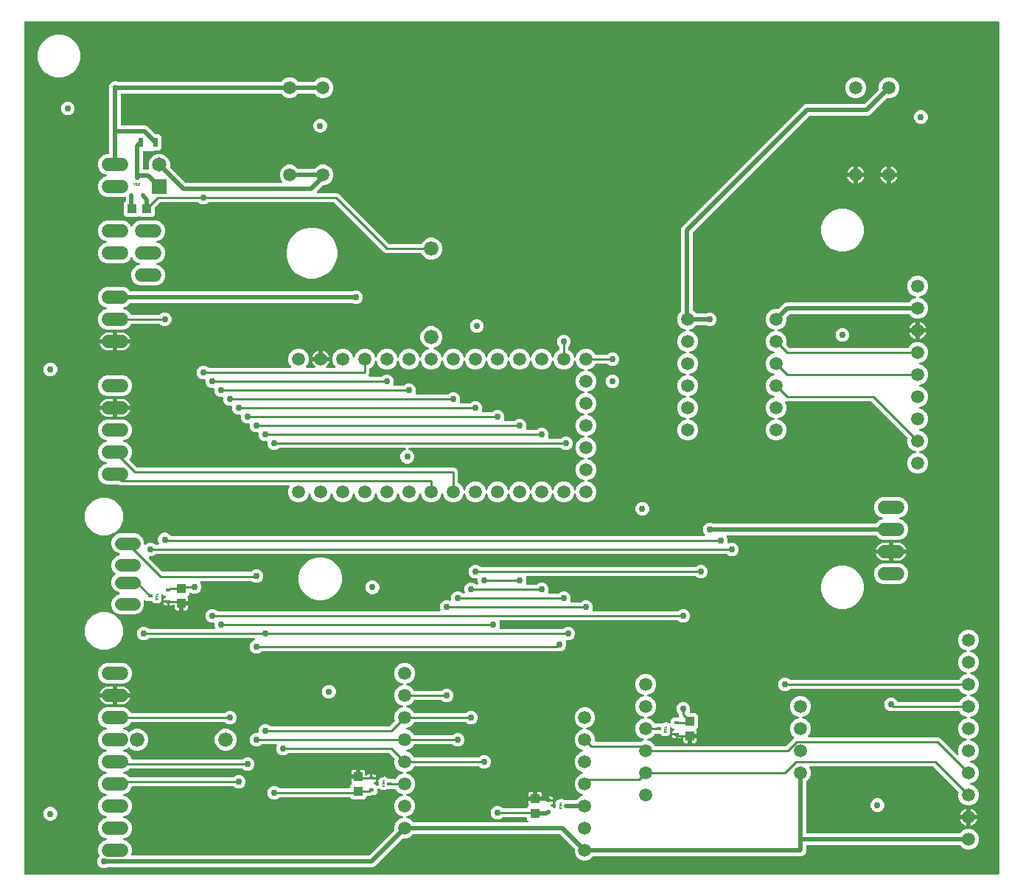
<source format=gbr>
G04 EAGLE Gerber RS-274X export*
G75*
%MOMM*%
%FSLAX34Y34*%
%LPD*%
%INBottom Copper*%
%IPPOS*%
%AMOC8*
5,1,8,0,0,1.08239X$1,22.5*%
G01*
%ADD10C,1.508000*%
%ADD11R,0.600000X0.400000*%
%ADD12C,0.025400*%
%ADD13C,1.524000*%
%ADD14R,1.651000X1.651000*%
%ADD15C,1.651000*%
%ADD16C,1.676400*%
%ADD17C,1.458000*%
%ADD18R,1.000000X1.100000*%
%ADD19R,1.100000X1.000000*%
%ADD20R,0.553200X1.000000*%
%ADD21R,0.400000X0.600000*%
%ADD22C,0.508000*%
%ADD23C,0.756400*%
%ADD24C,0.254000*%

G36*
X1128688Y10176D02*
X1128688Y10176D01*
X1128807Y10183D01*
X1128845Y10196D01*
X1128886Y10201D01*
X1128996Y10244D01*
X1129109Y10281D01*
X1129144Y10303D01*
X1129181Y10318D01*
X1129277Y10387D01*
X1129378Y10451D01*
X1129406Y10481D01*
X1129439Y10504D01*
X1129515Y10596D01*
X1129596Y10683D01*
X1129616Y10718D01*
X1129641Y10749D01*
X1129692Y10857D01*
X1129750Y10961D01*
X1129760Y11001D01*
X1129777Y11037D01*
X1129799Y11154D01*
X1129829Y11269D01*
X1129833Y11329D01*
X1129837Y11349D01*
X1129835Y11370D01*
X1129839Y11430D01*
X1129839Y988570D01*
X1129824Y988688D01*
X1129817Y988807D01*
X1129804Y988845D01*
X1129799Y988886D01*
X1129756Y988996D01*
X1129719Y989109D01*
X1129697Y989144D01*
X1129682Y989181D01*
X1129613Y989277D01*
X1129549Y989378D01*
X1129519Y989406D01*
X1129496Y989439D01*
X1129404Y989515D01*
X1129317Y989596D01*
X1129282Y989616D01*
X1129251Y989641D01*
X1129143Y989692D01*
X1129039Y989750D01*
X1128999Y989760D01*
X1128963Y989777D01*
X1128846Y989799D01*
X1128731Y989829D01*
X1128671Y989833D01*
X1128651Y989837D01*
X1128630Y989835D01*
X1128570Y989839D01*
X11430Y989839D01*
X11312Y989824D01*
X11193Y989817D01*
X11155Y989804D01*
X11114Y989799D01*
X11004Y989756D01*
X10891Y989719D01*
X10856Y989697D01*
X10819Y989682D01*
X10723Y989613D01*
X10622Y989549D01*
X10594Y989519D01*
X10561Y989496D01*
X10485Y989404D01*
X10404Y989317D01*
X10384Y989282D01*
X10359Y989251D01*
X10308Y989143D01*
X10250Y989039D01*
X10240Y988999D01*
X10223Y988963D01*
X10201Y988846D01*
X10171Y988731D01*
X10167Y988671D01*
X10163Y988651D01*
X10165Y988630D01*
X10161Y988570D01*
X10161Y11430D01*
X10176Y11312D01*
X10183Y11193D01*
X10196Y11155D01*
X10201Y11114D01*
X10244Y11004D01*
X10281Y10891D01*
X10303Y10856D01*
X10318Y10819D01*
X10387Y10723D01*
X10451Y10622D01*
X10481Y10594D01*
X10504Y10561D01*
X10596Y10485D01*
X10683Y10404D01*
X10718Y10384D01*
X10749Y10359D01*
X10857Y10308D01*
X10961Y10250D01*
X11001Y10240D01*
X11037Y10223D01*
X11154Y10201D01*
X11269Y10171D01*
X11329Y10167D01*
X11349Y10163D01*
X11370Y10165D01*
X11430Y10161D01*
X1128570Y10161D01*
X1128688Y10176D01*
G37*
%LPC*%
G36*
X100039Y17553D02*
X100039Y17553D01*
X97155Y18748D01*
X94948Y20955D01*
X93753Y23839D01*
X93753Y26961D01*
X94948Y29845D01*
X96119Y31016D01*
X96137Y31039D01*
X96159Y31058D01*
X96234Y31165D01*
X96314Y31267D01*
X96325Y31294D01*
X96342Y31318D01*
X96389Y31440D01*
X96440Y31559D01*
X96445Y31588D01*
X96455Y31616D01*
X96470Y31745D01*
X96490Y31873D01*
X96487Y31902D01*
X96490Y31932D01*
X96472Y32060D01*
X96460Y32190D01*
X96450Y32217D01*
X96446Y32247D01*
X96394Y32399D01*
X94995Y35776D01*
X94995Y40424D01*
X96774Y44719D01*
X100061Y48006D01*
X103976Y49627D01*
X104031Y49659D01*
X104045Y49664D01*
X104062Y49676D01*
X104096Y49696D01*
X104219Y49761D01*
X104234Y49775D01*
X104252Y49785D01*
X104352Y49882D01*
X104455Y49975D01*
X104466Y49992D01*
X104480Y50006D01*
X104553Y50124D01*
X104630Y50241D01*
X104636Y50260D01*
X104647Y50277D01*
X104688Y50410D01*
X104733Y50542D01*
X104734Y50562D01*
X104740Y50581D01*
X104747Y50720D01*
X104758Y50859D01*
X104755Y50879D01*
X104755Y50899D01*
X104727Y51035D01*
X104704Y51172D01*
X104695Y51190D01*
X104691Y51210D01*
X104630Y51336D01*
X104573Y51462D01*
X104560Y51478D01*
X104551Y51496D01*
X104461Y51602D01*
X104374Y51710D01*
X104358Y51723D01*
X104345Y51738D01*
X104231Y51818D01*
X104120Y51902D01*
X104095Y51914D01*
X104085Y51921D01*
X104066Y51928D01*
X103976Y51973D01*
X100061Y53594D01*
X96774Y56881D01*
X94995Y61176D01*
X94995Y65824D01*
X96774Y70119D01*
X100061Y73406D01*
X103976Y75027D01*
X104096Y75096D01*
X104219Y75161D01*
X104234Y75175D01*
X104252Y75185D01*
X104352Y75282D01*
X104455Y75375D01*
X104466Y75392D01*
X104480Y75406D01*
X104553Y75524D01*
X104630Y75641D01*
X104636Y75660D01*
X104647Y75677D01*
X104688Y75810D01*
X104733Y75942D01*
X104734Y75962D01*
X104740Y75981D01*
X104747Y76119D01*
X104758Y76259D01*
X104755Y76279D01*
X104755Y76299D01*
X104727Y76435D01*
X104704Y76572D01*
X104695Y76590D01*
X104691Y76610D01*
X104630Y76736D01*
X104573Y76862D01*
X104560Y76878D01*
X104551Y76896D01*
X104461Y77002D01*
X104374Y77110D01*
X104358Y77123D01*
X104345Y77138D01*
X104231Y77218D01*
X104120Y77302D01*
X104095Y77314D01*
X104085Y77321D01*
X104066Y77328D01*
X103976Y77373D01*
X100061Y78994D01*
X96774Y82281D01*
X94995Y86576D01*
X94995Y91224D01*
X96774Y95519D01*
X100061Y98806D01*
X103976Y100427D01*
X104096Y100496D01*
X104219Y100561D01*
X104234Y100575D01*
X104252Y100585D01*
X104352Y100682D01*
X104455Y100775D01*
X104466Y100792D01*
X104480Y100806D01*
X104553Y100924D01*
X104630Y101041D01*
X104636Y101060D01*
X104647Y101077D01*
X104688Y101210D01*
X104733Y101342D01*
X104734Y101362D01*
X104740Y101381D01*
X104747Y101520D01*
X104758Y101659D01*
X104755Y101679D01*
X104755Y101699D01*
X104727Y101835D01*
X104704Y101972D01*
X104695Y101990D01*
X104691Y102010D01*
X104630Y102136D01*
X104573Y102262D01*
X104560Y102278D01*
X104551Y102296D01*
X104461Y102402D01*
X104374Y102510D01*
X104358Y102523D01*
X104345Y102538D01*
X104231Y102618D01*
X104120Y102702D01*
X104095Y102714D01*
X104085Y102721D01*
X104066Y102728D01*
X103976Y102773D01*
X100061Y104394D01*
X96774Y107681D01*
X94995Y111976D01*
X94995Y116624D01*
X96774Y120919D01*
X100061Y124206D01*
X103976Y125827D01*
X104096Y125896D01*
X104219Y125961D01*
X104234Y125975D01*
X104252Y125985D01*
X104352Y126082D01*
X104455Y126175D01*
X104466Y126192D01*
X104480Y126206D01*
X104553Y126324D01*
X104630Y126441D01*
X104636Y126460D01*
X104647Y126477D01*
X104688Y126610D01*
X104733Y126742D01*
X104734Y126762D01*
X104740Y126781D01*
X104747Y126920D01*
X104758Y127059D01*
X104755Y127079D01*
X104755Y127099D01*
X104727Y127235D01*
X104704Y127372D01*
X104695Y127390D01*
X104691Y127410D01*
X104630Y127536D01*
X104573Y127662D01*
X104560Y127678D01*
X104551Y127696D01*
X104461Y127802D01*
X104374Y127910D01*
X104358Y127923D01*
X104345Y127938D01*
X104231Y128018D01*
X104120Y128102D01*
X104095Y128114D01*
X104085Y128121D01*
X104066Y128128D01*
X103976Y128173D01*
X100061Y129794D01*
X96774Y133081D01*
X94995Y137376D01*
X94995Y142024D01*
X96774Y146319D01*
X100061Y149606D01*
X103976Y151227D01*
X104096Y151296D01*
X104219Y151361D01*
X104234Y151375D01*
X104252Y151385D01*
X104352Y151482D01*
X104455Y151575D01*
X104466Y151592D01*
X104480Y151606D01*
X104553Y151724D01*
X104630Y151841D01*
X104636Y151860D01*
X104647Y151877D01*
X104688Y152010D01*
X104733Y152142D01*
X104734Y152162D01*
X104740Y152181D01*
X104747Y152320D01*
X104758Y152459D01*
X104755Y152479D01*
X104755Y152499D01*
X104727Y152635D01*
X104704Y152772D01*
X104695Y152790D01*
X104691Y152810D01*
X104630Y152936D01*
X104573Y153062D01*
X104560Y153078D01*
X104551Y153096D01*
X104461Y153202D01*
X104374Y153310D01*
X104358Y153323D01*
X104345Y153338D01*
X104231Y153418D01*
X104120Y153502D01*
X104095Y153514D01*
X104085Y153521D01*
X104066Y153528D01*
X103976Y153573D01*
X100061Y155194D01*
X96774Y158481D01*
X94995Y162776D01*
X94995Y167424D01*
X96774Y171719D01*
X100061Y175006D01*
X103976Y176627D01*
X104096Y176696D01*
X104219Y176761D01*
X104234Y176775D01*
X104252Y176785D01*
X104352Y176882D01*
X104455Y176975D01*
X104466Y176992D01*
X104480Y177006D01*
X104553Y177124D01*
X104630Y177241D01*
X104636Y177260D01*
X104647Y177277D01*
X104688Y177410D01*
X104733Y177542D01*
X104734Y177562D01*
X104740Y177581D01*
X104747Y177720D01*
X104758Y177859D01*
X104755Y177879D01*
X104755Y177899D01*
X104727Y178035D01*
X104704Y178172D01*
X104695Y178190D01*
X104691Y178210D01*
X104630Y178336D01*
X104573Y178462D01*
X104560Y178478D01*
X104551Y178496D01*
X104461Y178602D01*
X104374Y178710D01*
X104358Y178723D01*
X104345Y178738D01*
X104231Y178818D01*
X104120Y178902D01*
X104095Y178914D01*
X104085Y178921D01*
X104066Y178928D01*
X103976Y178973D01*
X100061Y180594D01*
X96774Y183881D01*
X94995Y188176D01*
X94995Y192824D01*
X96774Y197119D01*
X100061Y200406D01*
X104356Y202185D01*
X124244Y202185D01*
X128539Y200406D01*
X131826Y197119D01*
X132033Y196618D01*
X132048Y196593D01*
X132057Y196565D01*
X132126Y196455D01*
X132191Y196342D01*
X132211Y196321D01*
X132227Y196296D01*
X132322Y196207D01*
X132412Y196114D01*
X132437Y196098D01*
X132459Y196078D01*
X132573Y196015D01*
X132683Y195947D01*
X132711Y195939D01*
X132737Y195924D01*
X132863Y195892D01*
X132987Y195854D01*
X133017Y195852D01*
X133045Y195845D01*
X133206Y195835D01*
X240092Y195835D01*
X240190Y195847D01*
X240289Y195850D01*
X240347Y195867D01*
X240408Y195875D01*
X240500Y195911D01*
X240595Y195939D01*
X240647Y195969D01*
X240703Y195992D01*
X240783Y196050D01*
X240869Y196100D01*
X240944Y196166D01*
X240961Y196178D01*
X240968Y196188D01*
X240990Y196206D01*
X241935Y197152D01*
X244819Y198347D01*
X247941Y198347D01*
X250825Y197152D01*
X253032Y194945D01*
X254227Y192061D01*
X254227Y188939D01*
X253032Y186055D01*
X250825Y183848D01*
X247941Y182653D01*
X244819Y182653D01*
X241935Y183848D01*
X240990Y184794D01*
X240911Y184854D01*
X240839Y184922D01*
X240786Y184951D01*
X240738Y184988D01*
X240647Y185028D01*
X240561Y185076D01*
X240502Y185091D01*
X240446Y185115D01*
X240348Y185130D01*
X240253Y185155D01*
X240153Y185161D01*
X240132Y185165D01*
X240120Y185163D01*
X240092Y185165D01*
X133206Y185165D01*
X133176Y185162D01*
X133147Y185164D01*
X133019Y185142D01*
X132890Y185125D01*
X132863Y185115D01*
X132834Y185110D01*
X132715Y185056D01*
X132595Y185008D01*
X132571Y184991D01*
X132544Y184979D01*
X132442Y184898D01*
X132337Y184822D01*
X132318Y184799D01*
X132295Y184780D01*
X132217Y184677D01*
X132134Y184577D01*
X132122Y184550D01*
X132104Y184526D01*
X132033Y184382D01*
X131826Y183881D01*
X128539Y180594D01*
X124624Y178973D01*
X124503Y178904D01*
X124381Y178839D01*
X124366Y178825D01*
X124348Y178815D01*
X124248Y178718D01*
X124145Y178625D01*
X124134Y178608D01*
X124119Y178594D01*
X124047Y178475D01*
X123970Y178359D01*
X123964Y178340D01*
X123953Y178323D01*
X123912Y178190D01*
X123867Y178058D01*
X123866Y178038D01*
X123860Y178019D01*
X123853Y177880D01*
X123842Y177741D01*
X123845Y177721D01*
X123845Y177701D01*
X123873Y177565D01*
X123896Y177428D01*
X123905Y177409D01*
X123909Y177390D01*
X123970Y177264D01*
X124027Y177138D01*
X124040Y177122D01*
X124049Y177104D01*
X124139Y176998D01*
X124226Y176890D01*
X124242Y176877D01*
X124255Y176862D01*
X124369Y176782D01*
X124480Y176698D01*
X124505Y176686D01*
X124515Y176679D01*
X124534Y176672D01*
X124624Y176627D01*
X128539Y175006D01*
X129374Y174171D01*
X129468Y174098D01*
X129557Y174019D01*
X129593Y174001D01*
X129625Y173976D01*
X129734Y173929D01*
X129840Y173875D01*
X129880Y173866D01*
X129917Y173850D01*
X130035Y173831D01*
X130151Y173805D01*
X130191Y173806D01*
X130231Y173800D01*
X130350Y173811D01*
X130468Y173815D01*
X130507Y173826D01*
X130548Y173830D01*
X130660Y173870D01*
X130774Y173903D01*
X130809Y173924D01*
X130847Y173937D01*
X130945Y174004D01*
X131048Y174065D01*
X131093Y174104D01*
X131110Y174116D01*
X131123Y174131D01*
X131169Y174171D01*
X132650Y175652D01*
X137224Y177547D01*
X142176Y177547D01*
X146750Y175652D01*
X150252Y172150D01*
X152147Y167576D01*
X152147Y162624D01*
X150252Y158050D01*
X146750Y154548D01*
X142176Y152653D01*
X137224Y152653D01*
X132650Y154548D01*
X131169Y156029D01*
X131075Y156102D01*
X130985Y156181D01*
X130949Y156199D01*
X130917Y156224D01*
X130808Y156271D01*
X130702Y156325D01*
X130663Y156334D01*
X130626Y156350D01*
X130508Y156369D01*
X130392Y156395D01*
X130352Y156394D01*
X130311Y156400D01*
X130193Y156389D01*
X130074Y156385D01*
X130035Y156374D01*
X129995Y156370D01*
X129883Y156330D01*
X129768Y156297D01*
X129734Y156276D01*
X129696Y156263D01*
X129597Y156196D01*
X129495Y156135D01*
X129449Y156096D01*
X129432Y156084D01*
X129419Y156069D01*
X129374Y156029D01*
X128539Y155194D01*
X124624Y153573D01*
X124503Y153504D01*
X124381Y153439D01*
X124366Y153425D01*
X124348Y153415D01*
X124248Y153318D01*
X124145Y153225D01*
X124134Y153208D01*
X124119Y153194D01*
X124047Y153075D01*
X123970Y152959D01*
X123964Y152940D01*
X123953Y152923D01*
X123912Y152790D01*
X123867Y152658D01*
X123866Y152638D01*
X123860Y152619D01*
X123853Y152480D01*
X123842Y152341D01*
X123845Y152321D01*
X123845Y152301D01*
X123873Y152165D01*
X123896Y152028D01*
X123905Y152009D01*
X123909Y151990D01*
X123970Y151864D01*
X124027Y151738D01*
X124040Y151722D01*
X124049Y151704D01*
X124139Y151598D01*
X124226Y151490D01*
X124242Y151477D01*
X124255Y151462D01*
X124369Y151382D01*
X124480Y151298D01*
X124505Y151286D01*
X124515Y151279D01*
X124534Y151272D01*
X124624Y151227D01*
X128539Y149606D01*
X131826Y146319D01*
X133085Y143278D01*
X133100Y143253D01*
X133109Y143225D01*
X133179Y143115D01*
X133243Y143002D01*
X133263Y142981D01*
X133279Y142956D01*
X133374Y142867D01*
X133464Y142774D01*
X133489Y142758D01*
X133511Y142738D01*
X133625Y142675D01*
X133735Y142607D01*
X133763Y142599D01*
X133789Y142584D01*
X133915Y142552D01*
X134039Y142514D01*
X134069Y142512D01*
X134097Y142505D01*
X134258Y142495D01*
X260412Y142495D01*
X260510Y142507D01*
X260609Y142510D01*
X260667Y142527D01*
X260728Y142535D01*
X260820Y142571D01*
X260915Y142599D01*
X260967Y142629D01*
X261023Y142652D01*
X261103Y142710D01*
X261189Y142760D01*
X261264Y142826D01*
X261281Y142838D01*
X261288Y142848D01*
X261310Y142866D01*
X262255Y143812D01*
X265139Y145007D01*
X268261Y145007D01*
X271145Y143812D01*
X273352Y141605D01*
X274547Y138721D01*
X274547Y135599D01*
X273352Y132715D01*
X271145Y130508D01*
X268261Y129313D01*
X265139Y129313D01*
X262255Y130508D01*
X261310Y131454D01*
X261231Y131514D01*
X261159Y131582D01*
X261106Y131611D01*
X261058Y131648D01*
X260967Y131688D01*
X260881Y131736D01*
X260822Y131751D01*
X260766Y131775D01*
X260668Y131790D01*
X260573Y131815D01*
X260473Y131821D01*
X260452Y131825D01*
X260440Y131823D01*
X260412Y131825D01*
X131096Y131825D01*
X130998Y131813D01*
X130899Y131810D01*
X130840Y131793D01*
X130780Y131785D01*
X130688Y131749D01*
X130593Y131721D01*
X130541Y131691D01*
X130485Y131668D01*
X130404Y131610D01*
X130319Y131560D01*
X130244Y131494D01*
X130227Y131482D01*
X130219Y131472D01*
X130198Y131454D01*
X128539Y129794D01*
X124624Y128173D01*
X124503Y128104D01*
X124381Y128039D01*
X124366Y128025D01*
X124348Y128015D01*
X124248Y127918D01*
X124145Y127825D01*
X124134Y127808D01*
X124119Y127794D01*
X124047Y127675D01*
X123970Y127559D01*
X123964Y127540D01*
X123953Y127523D01*
X123912Y127390D01*
X123867Y127258D01*
X123866Y127238D01*
X123860Y127219D01*
X123853Y127080D01*
X123842Y126941D01*
X123845Y126921D01*
X123845Y126901D01*
X123873Y126765D01*
X123896Y126628D01*
X123905Y126609D01*
X123909Y126590D01*
X123970Y126464D01*
X124027Y126338D01*
X124040Y126322D01*
X124049Y126304D01*
X124139Y126198D01*
X124226Y126090D01*
X124242Y126077D01*
X124255Y126062D01*
X124369Y125982D01*
X124480Y125898D01*
X124505Y125886D01*
X124515Y125879D01*
X124534Y125872D01*
X124624Y125827D01*
X128539Y124206D01*
X130198Y122546D01*
X130277Y122486D01*
X130349Y122418D01*
X130402Y122389D01*
X130450Y122352D01*
X130540Y122312D01*
X130627Y122264D01*
X130686Y122249D01*
X130741Y122225D01*
X130839Y122210D01*
X130935Y122185D01*
X131035Y122179D01*
X131055Y122175D01*
X131068Y122177D01*
X131096Y122175D01*
X250252Y122175D01*
X250350Y122187D01*
X250449Y122190D01*
X250507Y122207D01*
X250568Y122215D01*
X250660Y122251D01*
X250755Y122279D01*
X250807Y122309D01*
X250863Y122332D01*
X250943Y122390D01*
X251029Y122440D01*
X251104Y122506D01*
X251121Y122518D01*
X251128Y122528D01*
X251150Y122546D01*
X252095Y123492D01*
X254979Y124687D01*
X258101Y124687D01*
X260985Y123492D01*
X263192Y121285D01*
X264387Y118401D01*
X264387Y115279D01*
X263192Y112395D01*
X260985Y110188D01*
X258101Y108993D01*
X254979Y108993D01*
X252095Y110188D01*
X251150Y111134D01*
X251071Y111194D01*
X250999Y111262D01*
X250946Y111291D01*
X250898Y111328D01*
X250807Y111368D01*
X250721Y111416D01*
X250662Y111431D01*
X250606Y111455D01*
X250508Y111470D01*
X250413Y111495D01*
X250313Y111501D01*
X250292Y111505D01*
X250280Y111503D01*
X250252Y111505D01*
X134258Y111505D01*
X134229Y111502D01*
X134199Y111504D01*
X134071Y111482D01*
X133942Y111465D01*
X133915Y111455D01*
X133886Y111450D01*
X133767Y111396D01*
X133647Y111348D01*
X133623Y111331D01*
X133596Y111319D01*
X133494Y111238D01*
X133389Y111162D01*
X133371Y111139D01*
X133347Y111120D01*
X133269Y111017D01*
X133187Y110917D01*
X133174Y110890D01*
X133156Y110866D01*
X133085Y110722D01*
X131826Y107681D01*
X128539Y104394D01*
X124624Y102773D01*
X124503Y102704D01*
X124381Y102639D01*
X124366Y102625D01*
X124348Y102615D01*
X124248Y102518D01*
X124145Y102425D01*
X124134Y102408D01*
X124119Y102394D01*
X124047Y102275D01*
X123970Y102159D01*
X123964Y102140D01*
X123953Y102123D01*
X123912Y101990D01*
X123867Y101858D01*
X123866Y101838D01*
X123860Y101819D01*
X123853Y101680D01*
X123842Y101541D01*
X123845Y101521D01*
X123845Y101501D01*
X123873Y101365D01*
X123896Y101228D01*
X123905Y101209D01*
X123909Y101190D01*
X123970Y101064D01*
X124027Y100938D01*
X124040Y100922D01*
X124049Y100904D01*
X124139Y100798D01*
X124226Y100690D01*
X124242Y100677D01*
X124255Y100662D01*
X124369Y100582D01*
X124480Y100498D01*
X124505Y100486D01*
X124515Y100479D01*
X124534Y100472D01*
X124624Y100427D01*
X128539Y98806D01*
X131826Y95519D01*
X133605Y91224D01*
X133605Y86576D01*
X131826Y82281D01*
X128539Y78994D01*
X124624Y77373D01*
X124503Y77304D01*
X124381Y77239D01*
X124366Y77225D01*
X124348Y77215D01*
X124248Y77118D01*
X124145Y77025D01*
X124134Y77008D01*
X124119Y76994D01*
X124047Y76875D01*
X123970Y76759D01*
X123964Y76740D01*
X123953Y76723D01*
X123912Y76590D01*
X123867Y76458D01*
X123866Y76438D01*
X123860Y76419D01*
X123853Y76280D01*
X123842Y76141D01*
X123845Y76121D01*
X123845Y76101D01*
X123873Y75965D01*
X123896Y75828D01*
X123905Y75809D01*
X123909Y75790D01*
X123970Y75664D01*
X124027Y75538D01*
X124040Y75522D01*
X124049Y75504D01*
X124139Y75398D01*
X124226Y75290D01*
X124242Y75277D01*
X124255Y75262D01*
X124369Y75182D01*
X124480Y75098D01*
X124505Y75086D01*
X124515Y75079D01*
X124534Y75072D01*
X124624Y75027D01*
X128539Y73406D01*
X131826Y70119D01*
X133605Y65824D01*
X133605Y61176D01*
X131826Y56881D01*
X128539Y53594D01*
X124624Y51973D01*
X124503Y51904D01*
X124381Y51839D01*
X124366Y51825D01*
X124348Y51815D01*
X124248Y51718D01*
X124145Y51625D01*
X124134Y51608D01*
X124119Y51594D01*
X124047Y51475D01*
X123970Y51359D01*
X123964Y51340D01*
X123953Y51323D01*
X123912Y51190D01*
X123867Y51058D01*
X123866Y51038D01*
X123860Y51019D01*
X123853Y50880D01*
X123842Y50741D01*
X123845Y50721D01*
X123845Y50701D01*
X123873Y50565D01*
X123896Y50428D01*
X123905Y50409D01*
X123909Y50390D01*
X123970Y50264D01*
X124027Y50138D01*
X124040Y50122D01*
X124049Y50104D01*
X124139Y49998D01*
X124226Y49890D01*
X124242Y49877D01*
X124255Y49862D01*
X124369Y49782D01*
X124480Y49698D01*
X124505Y49686D01*
X124515Y49679D01*
X124534Y49672D01*
X124624Y49627D01*
X128539Y48006D01*
X131826Y44719D01*
X133605Y40424D01*
X133605Y35776D01*
X132770Y33760D01*
X132757Y33712D01*
X132735Y33667D01*
X132715Y33559D01*
X132686Y33453D01*
X132685Y33403D01*
X132676Y33354D01*
X132682Y33245D01*
X132681Y33135D01*
X132692Y33087D01*
X132695Y33037D01*
X132729Y32933D01*
X132755Y32826D01*
X132778Y32782D01*
X132793Y32735D01*
X132852Y32642D01*
X132904Y32545D01*
X132937Y32508D01*
X132964Y32466D01*
X133044Y32391D01*
X133117Y32309D01*
X133159Y32282D01*
X133195Y32248D01*
X133291Y32195D01*
X133383Y32135D01*
X133430Y32118D01*
X133474Y32094D01*
X133580Y32067D01*
X133684Y32031D01*
X133734Y32027D01*
X133782Y32015D01*
X133942Y32005D01*
X405678Y32005D01*
X405777Y32017D01*
X405876Y32020D01*
X405934Y32037D01*
X405994Y32045D01*
X406086Y32081D01*
X406181Y32109D01*
X406233Y32139D01*
X406290Y32162D01*
X406370Y32220D01*
X406455Y32270D01*
X406531Y32336D01*
X406547Y32348D01*
X406555Y32358D01*
X406576Y32376D01*
X435064Y60864D01*
X435124Y60942D01*
X435192Y61014D01*
X435221Y61067D01*
X435258Y61115D01*
X435298Y61206D01*
X435346Y61293D01*
X435361Y61351D01*
X435385Y61407D01*
X435400Y61505D01*
X435425Y61601D01*
X435431Y61701D01*
X435435Y61721D01*
X435433Y61733D01*
X435435Y61761D01*
X435435Y65808D01*
X437202Y70074D01*
X440466Y73338D01*
X444545Y75027D01*
X444665Y75096D01*
X444789Y75161D01*
X444804Y75175D01*
X444821Y75185D01*
X444921Y75282D01*
X445024Y75375D01*
X445035Y75392D01*
X445050Y75406D01*
X445122Y75524D01*
X445199Y75641D01*
X445205Y75660D01*
X445216Y75677D01*
X445257Y75810D01*
X445302Y75942D01*
X445304Y75962D01*
X445309Y75981D01*
X445316Y76120D01*
X445327Y76259D01*
X445324Y76279D01*
X445325Y76299D01*
X445296Y76435D01*
X445273Y76572D01*
X445264Y76591D01*
X445260Y76610D01*
X445199Y76735D01*
X445142Y76862D01*
X445130Y76878D01*
X445121Y76896D01*
X445030Y77002D01*
X444944Y77110D01*
X444927Y77123D01*
X444914Y77138D01*
X444801Y77218D01*
X444689Y77302D01*
X444664Y77314D01*
X444654Y77321D01*
X444635Y77328D01*
X444545Y77373D01*
X440466Y79062D01*
X437202Y82326D01*
X435435Y86592D01*
X435435Y91208D01*
X437202Y95474D01*
X440466Y98738D01*
X444545Y100427D01*
X444665Y100496D01*
X444789Y100561D01*
X444804Y100575D01*
X444821Y100585D01*
X444921Y100682D01*
X445024Y100775D01*
X445035Y100792D01*
X445050Y100806D01*
X445122Y100924D01*
X445199Y101041D01*
X445205Y101060D01*
X445216Y101077D01*
X445257Y101210D01*
X445302Y101342D01*
X445304Y101362D01*
X445309Y101381D01*
X445316Y101520D01*
X445327Y101659D01*
X445324Y101679D01*
X445325Y101699D01*
X445296Y101835D01*
X445273Y101972D01*
X445264Y101991D01*
X445260Y102010D01*
X445199Y102135D01*
X445142Y102262D01*
X445130Y102278D01*
X445121Y102296D01*
X445030Y102402D01*
X444944Y102510D01*
X444927Y102523D01*
X444914Y102538D01*
X444801Y102618D01*
X444689Y102702D01*
X444664Y102714D01*
X444654Y102721D01*
X444635Y102728D01*
X444545Y102773D01*
X440466Y104462D01*
X437202Y107726D01*
X437013Y108182D01*
X436999Y108207D01*
X436990Y108235D01*
X436920Y108345D01*
X436856Y108458D01*
X436835Y108479D01*
X436820Y108504D01*
X436725Y108593D01*
X436635Y108686D01*
X436609Y108702D01*
X436588Y108722D01*
X436474Y108785D01*
X436363Y108853D01*
X436335Y108861D01*
X436309Y108876D01*
X436184Y108908D01*
X436060Y108946D01*
X436030Y108948D01*
X436001Y108955D01*
X435841Y108965D01*
X435539Y108965D01*
X435441Y108953D01*
X435342Y108950D01*
X435284Y108933D01*
X435224Y108925D01*
X435132Y108889D01*
X435037Y108861D01*
X434985Y108831D01*
X434928Y108808D01*
X434848Y108750D01*
X434763Y108700D01*
X434687Y108634D01*
X434671Y108622D01*
X434663Y108612D01*
X434642Y108594D01*
X434284Y108235D01*
X426775Y108235D01*
X426677Y108223D01*
X426578Y108220D01*
X426520Y108203D01*
X426459Y108195D01*
X426367Y108159D01*
X426272Y108131D01*
X426220Y108101D01*
X426164Y108078D01*
X426084Y108020D01*
X425998Y107970D01*
X425923Y107904D01*
X425906Y107892D01*
X425899Y107882D01*
X425878Y107864D01*
X425249Y107235D01*
X419491Y107235D01*
X417831Y108895D01*
X417722Y108980D01*
X417615Y109068D01*
X417596Y109077D01*
X417580Y109089D01*
X417452Y109145D01*
X417327Y109204D01*
X417307Y109208D01*
X417288Y109216D01*
X417150Y109238D01*
X417014Y109264D01*
X416994Y109262D01*
X416974Y109266D01*
X416835Y109253D01*
X416697Y109244D01*
X416678Y109238D01*
X416658Y109236D01*
X416526Y109189D01*
X416395Y109146D01*
X416377Y109135D01*
X416358Y109128D01*
X416243Y109050D01*
X416126Y108976D01*
X416112Y108961D01*
X416095Y108950D01*
X416003Y108845D01*
X415908Y108744D01*
X415898Y108726D01*
X415885Y108711D01*
X415821Y108587D01*
X415754Y108466D01*
X415749Y108446D01*
X415740Y108428D01*
X415710Y108292D01*
X415675Y108158D01*
X415673Y108130D01*
X415670Y108118D01*
X415671Y108097D01*
X415665Y107997D01*
X415665Y104116D01*
X413284Y101735D01*
X410605Y101735D01*
X410507Y101723D01*
X410408Y101720D01*
X410350Y101703D01*
X410290Y101695D01*
X410198Y101659D01*
X410103Y101631D01*
X410051Y101601D01*
X409994Y101578D01*
X409914Y101520D01*
X409829Y101470D01*
X409753Y101404D01*
X409737Y101392D01*
X409729Y101382D01*
X409708Y101364D01*
X409622Y101277D01*
X407661Y100465D01*
X404034Y100465D01*
X403916Y100450D01*
X403797Y100443D01*
X403759Y100430D01*
X403718Y100425D01*
X403608Y100382D01*
X403495Y100345D01*
X403460Y100323D01*
X403423Y100308D01*
X403327Y100239D01*
X403226Y100175D01*
X403198Y100145D01*
X403165Y100122D01*
X403089Y100030D01*
X403008Y99943D01*
X402988Y99908D01*
X402963Y99877D01*
X402912Y99769D01*
X402854Y99665D01*
X402844Y99625D01*
X402827Y99589D01*
X402805Y99472D01*
X402775Y99357D01*
X402771Y99297D01*
X402767Y99277D01*
X402769Y99256D01*
X402765Y99196D01*
X402765Y98616D01*
X400384Y96235D01*
X387016Y96235D01*
X384818Y98434D01*
X384740Y98494D01*
X384668Y98562D01*
X384615Y98591D01*
X384567Y98628D01*
X384476Y98668D01*
X384389Y98716D01*
X384331Y98731D01*
X384275Y98755D01*
X384177Y98770D01*
X384081Y98795D01*
X383981Y98801D01*
X383961Y98805D01*
X383949Y98803D01*
X383921Y98805D01*
X303468Y98805D01*
X303370Y98793D01*
X303271Y98790D01*
X303213Y98773D01*
X303152Y98765D01*
X303060Y98729D01*
X302965Y98701D01*
X302913Y98671D01*
X302857Y98648D01*
X302777Y98590D01*
X302691Y98540D01*
X302616Y98474D01*
X302599Y98462D01*
X302592Y98452D01*
X302570Y98434D01*
X301625Y97488D01*
X298741Y96293D01*
X295619Y96293D01*
X292735Y97488D01*
X290528Y99695D01*
X289333Y102579D01*
X289333Y105701D01*
X290528Y108585D01*
X292735Y110792D01*
X295619Y111987D01*
X298741Y111987D01*
X301625Y110792D01*
X302570Y109846D01*
X302649Y109786D01*
X302721Y109718D01*
X302774Y109689D01*
X302822Y109652D01*
X302913Y109612D01*
X302999Y109564D01*
X303058Y109549D01*
X303114Y109525D01*
X303212Y109510D01*
X303307Y109485D01*
X303407Y109479D01*
X303428Y109475D01*
X303440Y109477D01*
X303468Y109475D01*
X383366Y109475D01*
X383484Y109490D01*
X383603Y109497D01*
X383641Y109510D01*
X383682Y109515D01*
X383792Y109558D01*
X383905Y109595D01*
X383940Y109617D01*
X383977Y109632D01*
X384073Y109701D01*
X384174Y109765D01*
X384202Y109795D01*
X384235Y109818D01*
X384311Y109910D01*
X384392Y109997D01*
X384412Y110032D01*
X384437Y110063D01*
X384488Y110171D01*
X384546Y110275D01*
X384556Y110315D01*
X384573Y110351D01*
X384595Y110468D01*
X384625Y110583D01*
X384629Y110643D01*
X384633Y110663D01*
X384631Y110684D01*
X384635Y110744D01*
X384635Y112984D01*
X386243Y114592D01*
X386312Y114681D01*
X386388Y114764D01*
X386409Y114806D01*
X386438Y114843D01*
X386483Y114946D01*
X386535Y115046D01*
X386546Y115092D01*
X386565Y115135D01*
X386582Y115246D01*
X386608Y115355D01*
X386607Y115402D01*
X386615Y115449D01*
X386604Y115561D01*
X386602Y115673D01*
X386589Y115719D01*
X386585Y115766D01*
X386547Y115871D01*
X386517Y115980D01*
X386486Y116042D01*
X386484Y116048D01*
X386483Y116050D01*
X386477Y116065D01*
X386467Y116080D01*
X386445Y116124D01*
X386332Y116319D01*
X386159Y116966D01*
X386159Y120301D01*
X392470Y120301D01*
X392588Y120316D01*
X392707Y120323D01*
X392745Y120335D01*
X392785Y120341D01*
X392896Y120384D01*
X393009Y120421D01*
X393043Y120443D01*
X393081Y120458D01*
X393177Y120527D01*
X393278Y120591D01*
X393306Y120621D01*
X393338Y120644D01*
X393414Y120736D01*
X393496Y120823D01*
X393515Y120858D01*
X393541Y120889D01*
X393592Y120997D01*
X393649Y121101D01*
X393659Y121141D01*
X393677Y121177D01*
X393699Y121294D01*
X393729Y121409D01*
X393733Y121469D01*
X393736Y121489D01*
X393735Y121510D01*
X393739Y121570D01*
X393739Y122761D01*
X394930Y122761D01*
X395048Y122776D01*
X395167Y122783D01*
X395205Y122796D01*
X395246Y122801D01*
X395356Y122845D01*
X395469Y122881D01*
X395504Y122903D01*
X395541Y122918D01*
X395637Y122988D01*
X395738Y123051D01*
X395766Y123081D01*
X395799Y123105D01*
X395875Y123196D01*
X395956Y123283D01*
X395976Y123318D01*
X396001Y123350D01*
X396052Y123457D01*
X396110Y123562D01*
X396120Y123601D01*
X396137Y123637D01*
X396159Y123754D01*
X396189Y123870D01*
X396193Y123930D01*
X396197Y123950D01*
X396195Y123970D01*
X396199Y124030D01*
X396199Y130841D01*
X399034Y130841D01*
X399681Y130668D01*
X400260Y130333D01*
X400733Y129860D01*
X401068Y129281D01*
X401241Y128634D01*
X401241Y125068D01*
X401259Y124923D01*
X401274Y124778D01*
X401279Y124766D01*
X401281Y124752D01*
X401334Y124617D01*
X401385Y124480D01*
X401393Y124469D01*
X401398Y124457D01*
X401483Y124339D01*
X401566Y124219D01*
X401577Y124210D01*
X401584Y124199D01*
X401697Y124106D01*
X401807Y124011D01*
X401819Y124005D01*
X401829Y123996D01*
X401961Y123935D01*
X402092Y123869D01*
X402105Y123867D01*
X402117Y123861D01*
X402260Y123834D01*
X402403Y123803D01*
X402416Y123804D01*
X402429Y123801D01*
X402575Y123810D01*
X402721Y123816D01*
X402734Y123820D01*
X402747Y123821D01*
X402886Y123866D01*
X403025Y123908D01*
X403037Y123915D01*
X403049Y123919D01*
X403173Y123997D01*
X403297Y124072D01*
X403307Y124082D01*
X403318Y124089D01*
X403418Y124196D01*
X403520Y124299D01*
X403530Y124315D01*
X403536Y124321D01*
X403544Y124336D01*
X403548Y124341D01*
X404040Y124833D01*
X404619Y125168D01*
X405266Y125341D01*
X407331Y125341D01*
X407331Y120800D01*
X407346Y120682D01*
X407353Y120563D01*
X407365Y120525D01*
X407370Y120485D01*
X407414Y120374D01*
X407451Y120261D01*
X407473Y120227D01*
X407487Y120189D01*
X407557Y120093D01*
X407621Y119992D01*
X407622Y119992D01*
X407651Y119964D01*
X407674Y119932D01*
X407675Y119931D01*
X407767Y119855D01*
X407853Y119774D01*
X407889Y119754D01*
X407920Y119728D01*
X408027Y119678D01*
X408132Y119620D01*
X408171Y119610D01*
X408207Y119593D01*
X408324Y119571D01*
X408440Y119541D01*
X408500Y119537D01*
X408520Y119533D01*
X408540Y119534D01*
X408600Y119531D01*
X414141Y119531D01*
X414141Y118466D01*
X413968Y117819D01*
X413633Y117240D01*
X413160Y116767D01*
X412581Y116432D01*
X412310Y116360D01*
X412169Y116302D01*
X412028Y116246D01*
X412022Y116242D01*
X412016Y116240D01*
X411894Y116150D01*
X411770Y116060D01*
X411766Y116054D01*
X411761Y116050D01*
X411665Y115933D01*
X411567Y115815D01*
X411565Y115808D01*
X411560Y115803D01*
X411496Y115663D01*
X411432Y115527D01*
X411431Y115520D01*
X411428Y115514D01*
X411400Y115363D01*
X411372Y115214D01*
X411372Y115208D01*
X411371Y115201D01*
X411382Y115047D01*
X411392Y114897D01*
X411394Y114891D01*
X411394Y114884D01*
X411443Y114740D01*
X411490Y114595D01*
X411493Y114589D01*
X411496Y114582D01*
X411578Y114455D01*
X411660Y114326D01*
X411665Y114321D01*
X411669Y114316D01*
X411781Y114212D01*
X411892Y114108D01*
X411898Y114105D01*
X411902Y114100D01*
X412037Y114028D01*
X412170Y113954D01*
X412177Y113953D01*
X412183Y113950D01*
X412331Y113913D01*
X412478Y113875D01*
X412487Y113874D01*
X412491Y113873D01*
X412502Y113873D01*
X412639Y113865D01*
X413284Y113865D01*
X414869Y112280D01*
X414978Y112195D01*
X415085Y112106D01*
X415104Y112097D01*
X415120Y112085D01*
X415248Y112029D01*
X415373Y111970D01*
X415393Y111967D01*
X415412Y111959D01*
X415550Y111937D01*
X415686Y111911D01*
X415706Y111912D01*
X415726Y111909D01*
X415865Y111922D01*
X416003Y111930D01*
X416022Y111937D01*
X416042Y111939D01*
X416174Y111986D01*
X416305Y112028D01*
X416323Y112039D01*
X416342Y112046D01*
X416457Y112124D01*
X416574Y112199D01*
X416588Y112213D01*
X416605Y112225D01*
X416697Y112329D01*
X416792Y112430D01*
X416802Y112448D01*
X416815Y112463D01*
X416879Y112587D01*
X416946Y112709D01*
X416951Y112728D01*
X416960Y112746D01*
X416990Y112882D01*
X417025Y113017D01*
X417027Y113045D01*
X417030Y113057D01*
X417029Y113077D01*
X417035Y113177D01*
X417035Y116259D01*
X417028Y116313D01*
X417031Y116368D01*
X417009Y116470D01*
X416995Y116575D01*
X416975Y116625D01*
X416964Y116679D01*
X416901Y116827D01*
X416694Y117241D01*
X416707Y117311D01*
X416737Y117459D01*
X416736Y117468D01*
X416738Y117477D01*
X416728Y117626D01*
X416719Y117776D01*
X416717Y117785D01*
X416716Y117794D01*
X416698Y117863D01*
X417304Y119076D01*
X417307Y119085D01*
X417313Y119093D01*
X417373Y119242D01*
X417804Y120536D01*
X417864Y120577D01*
X417989Y120660D01*
X417995Y120667D01*
X418002Y120672D01*
X418100Y120785D01*
X418201Y120897D01*
X418205Y120905D01*
X418211Y120912D01*
X418247Y120973D01*
X419533Y121402D01*
X419542Y121406D01*
X419551Y121408D01*
X419699Y121471D01*
X420919Y122081D01*
X420990Y122068D01*
X421138Y122039D01*
X421147Y122039D01*
X421155Y122037D01*
X421305Y122048D01*
X421455Y122056D01*
X421464Y122059D01*
X421473Y122059D01*
X421628Y122101D01*
X423835Y122836D01*
X426941Y121283D01*
X426957Y121233D01*
X426990Y121165D01*
X427013Y121095D01*
X427058Y121023D01*
X427095Y120946D01*
X427143Y120889D01*
X427183Y120826D01*
X427245Y120768D01*
X427299Y120702D01*
X427360Y120659D01*
X427414Y120608D01*
X427489Y120567D01*
X427558Y120517D01*
X427628Y120490D01*
X427693Y120454D01*
X427775Y120433D01*
X427855Y120402D01*
X427929Y120394D01*
X428001Y120375D01*
X428161Y120365D01*
X434284Y120365D01*
X434642Y120006D01*
X434720Y119946D01*
X434792Y119878D01*
X434845Y119849D01*
X434893Y119812D01*
X434984Y119772D01*
X435071Y119724D01*
X435129Y119709D01*
X435185Y119685D01*
X435283Y119670D01*
X435379Y119645D01*
X435479Y119639D01*
X435499Y119635D01*
X435511Y119637D01*
X435539Y119635D01*
X435841Y119635D01*
X435870Y119638D01*
X435900Y119636D01*
X436027Y119658D01*
X436156Y119675D01*
X436184Y119685D01*
X436213Y119691D01*
X436331Y119744D01*
X436452Y119792D01*
X436476Y119809D01*
X436503Y119821D01*
X436604Y119902D01*
X436709Y119978D01*
X436728Y120001D01*
X436751Y120020D01*
X436829Y120123D01*
X436912Y120223D01*
X436925Y120250D01*
X436942Y120274D01*
X437013Y120418D01*
X437202Y120874D01*
X440466Y124138D01*
X444545Y125827D01*
X444665Y125896D01*
X444789Y125961D01*
X444804Y125975D01*
X444821Y125985D01*
X444921Y126082D01*
X445024Y126175D01*
X445035Y126192D01*
X445050Y126206D01*
X445122Y126324D01*
X445199Y126441D01*
X445205Y126460D01*
X445216Y126477D01*
X445257Y126610D01*
X445302Y126742D01*
X445304Y126762D01*
X445309Y126781D01*
X445316Y126920D01*
X445327Y127059D01*
X445324Y127079D01*
X445325Y127099D01*
X445296Y127235D01*
X445273Y127372D01*
X445264Y127391D01*
X445260Y127410D01*
X445199Y127535D01*
X445142Y127662D01*
X445130Y127678D01*
X445121Y127696D01*
X445030Y127802D01*
X444944Y127910D01*
X444927Y127923D01*
X444914Y127938D01*
X444801Y128018D01*
X444689Y128102D01*
X444664Y128114D01*
X444654Y128121D01*
X444635Y128128D01*
X444545Y128173D01*
X440466Y129862D01*
X437202Y133126D01*
X435435Y137392D01*
X435435Y142008D01*
X435624Y142464D01*
X435632Y142492D01*
X435645Y142518D01*
X435674Y142645D01*
X435708Y142770D01*
X435708Y142800D01*
X435715Y142829D01*
X435711Y142958D01*
X435713Y143088D01*
X435706Y143117D01*
X435705Y143147D01*
X435669Y143271D01*
X435639Y143398D01*
X435625Y143424D01*
X435617Y143452D01*
X435551Y143564D01*
X435490Y143679D01*
X435470Y143701D01*
X435455Y143726D01*
X435349Y143847D01*
X429962Y149234D01*
X429884Y149294D01*
X429812Y149362D01*
X429759Y149391D01*
X429711Y149428D01*
X429620Y149468D01*
X429533Y149516D01*
X429475Y149531D01*
X429419Y149555D01*
X429321Y149570D01*
X429225Y149595D01*
X429125Y149601D01*
X429105Y149605D01*
X429093Y149603D01*
X429065Y149605D01*
X313628Y149605D01*
X313530Y149593D01*
X313431Y149590D01*
X313373Y149573D01*
X313312Y149565D01*
X313220Y149529D01*
X313125Y149501D01*
X313073Y149471D01*
X313017Y149448D01*
X312937Y149390D01*
X312851Y149340D01*
X312776Y149274D01*
X312759Y149262D01*
X312752Y149252D01*
X312730Y149234D01*
X311785Y148288D01*
X308901Y147093D01*
X305779Y147093D01*
X302895Y148288D01*
X300688Y150495D01*
X299493Y153379D01*
X299493Y156501D01*
X300119Y158010D01*
X300132Y158058D01*
X300153Y158103D01*
X300173Y158211D01*
X300202Y158317D01*
X300203Y158367D01*
X300213Y158416D01*
X300206Y158525D01*
X300208Y158635D01*
X300196Y158683D01*
X300193Y158733D01*
X300159Y158837D01*
X300133Y158944D01*
X300110Y158988D01*
X300095Y159035D01*
X300036Y159128D01*
X299985Y159225D01*
X299951Y159262D01*
X299925Y159304D01*
X299845Y159379D01*
X299771Y159461D01*
X299729Y159488D01*
X299693Y159522D01*
X299597Y159575D01*
X299505Y159635D01*
X299458Y159652D01*
X299415Y159676D01*
X299308Y159703D01*
X299204Y159739D01*
X299155Y159743D01*
X299107Y159755D01*
X298946Y159765D01*
X283148Y159765D01*
X283050Y159753D01*
X282951Y159750D01*
X282893Y159733D01*
X282832Y159725D01*
X282740Y159689D01*
X282645Y159661D01*
X282593Y159631D01*
X282537Y159608D01*
X282457Y159550D01*
X282371Y159500D01*
X282296Y159434D01*
X282279Y159422D01*
X282272Y159412D01*
X282250Y159394D01*
X281305Y158448D01*
X278421Y157253D01*
X275299Y157253D01*
X272415Y158448D01*
X270208Y160655D01*
X269013Y163539D01*
X269013Y166661D01*
X270208Y169545D01*
X272415Y171752D01*
X275299Y172947D01*
X277904Y172947D01*
X278022Y172962D01*
X278141Y172969D01*
X278179Y172982D01*
X278220Y172987D01*
X278330Y173030D01*
X278443Y173067D01*
X278478Y173089D01*
X278515Y173104D01*
X278611Y173173D01*
X278712Y173237D01*
X278740Y173267D01*
X278773Y173290D01*
X278849Y173382D01*
X278930Y173469D01*
X278950Y173504D01*
X278975Y173535D01*
X279026Y173643D01*
X279084Y173747D01*
X279094Y173787D01*
X279111Y173823D01*
X279133Y173940D01*
X279163Y174055D01*
X279167Y174115D01*
X279171Y174135D01*
X279169Y174156D01*
X279173Y174216D01*
X279173Y176821D01*
X280368Y179705D01*
X282575Y181912D01*
X285459Y183107D01*
X288581Y183107D01*
X291465Y181912D01*
X292410Y180966D01*
X292489Y180906D01*
X292561Y180838D01*
X292614Y180809D01*
X292662Y180772D01*
X292753Y180732D01*
X292839Y180684D01*
X292898Y180669D01*
X292954Y180645D01*
X293052Y180630D01*
X293147Y180605D01*
X293247Y180599D01*
X293268Y180595D01*
X293280Y180597D01*
X293308Y180595D01*
X429065Y180595D01*
X429163Y180607D01*
X429262Y180610D01*
X429320Y180627D01*
X429380Y180635D01*
X429472Y180671D01*
X429567Y180699D01*
X429619Y180729D01*
X429676Y180752D01*
X429756Y180810D01*
X429841Y180860D01*
X429917Y180926D01*
X429933Y180938D01*
X429941Y180948D01*
X429962Y180966D01*
X435349Y186353D01*
X435367Y186377D01*
X435389Y186396D01*
X435464Y186502D01*
X435544Y186604D01*
X435555Y186632D01*
X435572Y186656D01*
X435618Y186777D01*
X435670Y186896D01*
X435675Y186925D01*
X435685Y186953D01*
X435699Y187082D01*
X435720Y187210D01*
X435717Y187240D01*
X435720Y187269D01*
X435702Y187398D01*
X435690Y187527D01*
X435680Y187555D01*
X435676Y187584D01*
X435624Y187736D01*
X435435Y188192D01*
X435435Y192808D01*
X437202Y197074D01*
X440466Y200338D01*
X444545Y202027D01*
X444665Y202096D01*
X444789Y202161D01*
X444804Y202175D01*
X444821Y202185D01*
X444921Y202281D01*
X445024Y202375D01*
X445035Y202392D01*
X445050Y202406D01*
X445122Y202524D01*
X445199Y202641D01*
X445205Y202660D01*
X445216Y202677D01*
X445257Y202810D01*
X445302Y202942D01*
X445304Y202962D01*
X445309Y202981D01*
X445316Y203120D01*
X445327Y203259D01*
X445324Y203279D01*
X445325Y203299D01*
X445296Y203435D01*
X445273Y203572D01*
X445264Y203591D01*
X445260Y203610D01*
X445199Y203735D01*
X445142Y203862D01*
X445130Y203878D01*
X445121Y203896D01*
X445030Y204002D01*
X444944Y204110D01*
X444927Y204123D01*
X444914Y204138D01*
X444801Y204218D01*
X444689Y204302D01*
X444664Y204314D01*
X444654Y204321D01*
X444635Y204328D01*
X444545Y204373D01*
X440466Y206062D01*
X437202Y209326D01*
X435435Y213592D01*
X435435Y218208D01*
X437202Y222474D01*
X440466Y225738D01*
X444545Y227427D01*
X444665Y227496D01*
X444789Y227561D01*
X444804Y227575D01*
X444821Y227585D01*
X444921Y227682D01*
X445024Y227775D01*
X445035Y227792D01*
X445050Y227806D01*
X445122Y227924D01*
X445199Y228041D01*
X445205Y228060D01*
X445216Y228077D01*
X445257Y228210D01*
X445302Y228342D01*
X445304Y228362D01*
X445309Y228381D01*
X445316Y228520D01*
X445327Y228659D01*
X445324Y228679D01*
X445325Y228699D01*
X445296Y228835D01*
X445273Y228972D01*
X445264Y228991D01*
X445260Y229010D01*
X445199Y229135D01*
X445142Y229262D01*
X445130Y229278D01*
X445121Y229296D01*
X445030Y229402D01*
X444944Y229510D01*
X444927Y229523D01*
X444914Y229538D01*
X444801Y229618D01*
X444689Y229702D01*
X444664Y229714D01*
X444654Y229721D01*
X444635Y229728D01*
X444545Y229773D01*
X440466Y231462D01*
X437202Y234726D01*
X435435Y238992D01*
X435435Y243608D01*
X437202Y247874D01*
X440466Y251138D01*
X444732Y252905D01*
X449348Y252905D01*
X453614Y251138D01*
X456878Y247874D01*
X458645Y243608D01*
X458645Y238992D01*
X456878Y234726D01*
X453614Y231462D01*
X449535Y229773D01*
X449414Y229704D01*
X449291Y229639D01*
X449276Y229625D01*
X449259Y229615D01*
X449159Y229518D01*
X449056Y229425D01*
X449045Y229408D01*
X449030Y229394D01*
X448957Y229275D01*
X448881Y229159D01*
X448875Y229140D01*
X448864Y229123D01*
X448823Y228990D01*
X448778Y228858D01*
X448777Y228838D01*
X448771Y228819D01*
X448764Y228680D01*
X448753Y228541D01*
X448756Y228521D01*
X448755Y228501D01*
X448784Y228365D01*
X448807Y228228D01*
X448816Y228209D01*
X448820Y228190D01*
X448881Y228064D01*
X448938Y227938D01*
X448950Y227922D01*
X448959Y227904D01*
X449050Y227798D01*
X449136Y227690D01*
X449153Y227677D01*
X449166Y227662D01*
X449280Y227582D01*
X449391Y227498D01*
X449416Y227486D01*
X449426Y227479D01*
X449445Y227472D01*
X449535Y227427D01*
X453614Y225738D01*
X456878Y222474D01*
X457067Y222018D01*
X457081Y221993D01*
X457090Y221965D01*
X457160Y221855D01*
X457224Y221742D01*
X457245Y221721D01*
X457260Y221696D01*
X457355Y221607D01*
X457445Y221514D01*
X457471Y221498D01*
X457492Y221478D01*
X457606Y221415D01*
X457717Y221347D01*
X457745Y221339D01*
X457771Y221324D01*
X457896Y221292D01*
X458020Y221254D01*
X458050Y221252D01*
X458079Y221245D01*
X458239Y221235D01*
X489012Y221235D01*
X489110Y221247D01*
X489209Y221250D01*
X489267Y221267D01*
X489328Y221275D01*
X489420Y221311D01*
X489515Y221339D01*
X489567Y221369D01*
X489623Y221392D01*
X489703Y221450D01*
X489789Y221500D01*
X489864Y221566D01*
X489881Y221578D01*
X489888Y221588D01*
X489910Y221606D01*
X490855Y222552D01*
X493739Y223747D01*
X496861Y223747D01*
X499745Y222552D01*
X501952Y220345D01*
X503147Y217461D01*
X503147Y214339D01*
X501952Y211455D01*
X499745Y209248D01*
X496861Y208053D01*
X493739Y208053D01*
X490855Y209248D01*
X489910Y210194D01*
X489831Y210254D01*
X489759Y210322D01*
X489706Y210351D01*
X489658Y210388D01*
X489567Y210428D01*
X489481Y210476D01*
X489422Y210491D01*
X489366Y210515D01*
X489268Y210530D01*
X489173Y210555D01*
X489073Y210561D01*
X489052Y210565D01*
X489040Y210563D01*
X489012Y210565D01*
X458239Y210565D01*
X458210Y210562D01*
X458180Y210564D01*
X458053Y210542D01*
X457924Y210525D01*
X457896Y210515D01*
X457867Y210509D01*
X457749Y210456D01*
X457628Y210408D01*
X457604Y210391D01*
X457577Y210379D01*
X457476Y210298D01*
X457371Y210222D01*
X457352Y210199D01*
X457329Y210180D01*
X457251Y210077D01*
X457168Y209977D01*
X457155Y209950D01*
X457138Y209926D01*
X457067Y209782D01*
X456878Y209326D01*
X453614Y206062D01*
X449535Y204373D01*
X449414Y204304D01*
X449291Y204239D01*
X449276Y204225D01*
X449259Y204215D01*
X449159Y204118D01*
X449056Y204025D01*
X449045Y204008D01*
X449030Y203994D01*
X448957Y203875D01*
X448881Y203759D01*
X448875Y203740D01*
X448864Y203723D01*
X448823Y203590D01*
X448778Y203458D01*
X448777Y203438D01*
X448771Y203419D01*
X448764Y203280D01*
X448753Y203141D01*
X448756Y203121D01*
X448755Y203101D01*
X448784Y202965D01*
X448807Y202828D01*
X448816Y202809D01*
X448820Y202790D01*
X448881Y202664D01*
X448938Y202538D01*
X448950Y202522D01*
X448959Y202504D01*
X449050Y202398D01*
X449136Y202290D01*
X449153Y202277D01*
X449166Y202262D01*
X449280Y202182D01*
X449391Y202098D01*
X449416Y202086D01*
X449426Y202079D01*
X449445Y202072D01*
X449535Y202027D01*
X453614Y200338D01*
X456878Y197074D01*
X457067Y196618D01*
X457081Y196593D01*
X457090Y196565D01*
X457160Y196455D01*
X457224Y196342D01*
X457245Y196321D01*
X457260Y196296D01*
X457355Y196207D01*
X457445Y196114D01*
X457471Y196098D01*
X457492Y196078D01*
X457606Y196015D01*
X457717Y195947D01*
X457745Y195939D01*
X457771Y195924D01*
X457896Y195892D01*
X458020Y195854D01*
X458050Y195852D01*
X458079Y195845D01*
X458239Y195835D01*
X516952Y195835D01*
X517050Y195847D01*
X517149Y195850D01*
X517207Y195867D01*
X517268Y195875D01*
X517360Y195911D01*
X517455Y195939D01*
X517507Y195969D01*
X517563Y195992D01*
X517643Y196050D01*
X517729Y196100D01*
X517804Y196166D01*
X517821Y196178D01*
X517828Y196188D01*
X517850Y196206D01*
X518795Y197152D01*
X521679Y198347D01*
X524801Y198347D01*
X527685Y197152D01*
X529892Y194945D01*
X531087Y192061D01*
X531087Y188939D01*
X529892Y186055D01*
X527685Y183848D01*
X524801Y182653D01*
X521679Y182653D01*
X518795Y183848D01*
X517850Y184794D01*
X517771Y184854D01*
X517699Y184922D01*
X517646Y184951D01*
X517598Y184988D01*
X517507Y185028D01*
X517421Y185076D01*
X517362Y185091D01*
X517306Y185115D01*
X517208Y185130D01*
X517113Y185155D01*
X517013Y185161D01*
X516992Y185165D01*
X516980Y185163D01*
X516952Y185165D01*
X458239Y185165D01*
X458210Y185162D01*
X458180Y185164D01*
X458053Y185142D01*
X457924Y185125D01*
X457896Y185115D01*
X457867Y185109D01*
X457749Y185056D01*
X457628Y185008D01*
X457604Y184991D01*
X457577Y184979D01*
X457476Y184898D01*
X457371Y184822D01*
X457352Y184799D01*
X457329Y184780D01*
X457251Y184677D01*
X457168Y184577D01*
X457155Y184550D01*
X457138Y184526D01*
X457067Y184382D01*
X456878Y183926D01*
X453614Y180662D01*
X449535Y178973D01*
X449414Y178904D01*
X449291Y178839D01*
X449276Y178825D01*
X449259Y178815D01*
X449159Y178718D01*
X449056Y178625D01*
X449045Y178608D01*
X449030Y178594D01*
X448957Y178475D01*
X448881Y178359D01*
X448875Y178340D01*
X448864Y178323D01*
X448823Y178190D01*
X448778Y178058D01*
X448777Y178038D01*
X448771Y178019D01*
X448764Y177880D01*
X448753Y177741D01*
X448756Y177721D01*
X448755Y177701D01*
X448784Y177565D01*
X448807Y177428D01*
X448816Y177409D01*
X448820Y177390D01*
X448881Y177264D01*
X448938Y177138D01*
X448950Y177122D01*
X448959Y177104D01*
X449050Y176998D01*
X449136Y176890D01*
X449153Y176877D01*
X449166Y176862D01*
X449280Y176782D01*
X449391Y176698D01*
X449416Y176686D01*
X449426Y176679D01*
X449445Y176672D01*
X449535Y176627D01*
X453614Y174938D01*
X456878Y171674D01*
X457067Y171218D01*
X457081Y171193D01*
X457090Y171165D01*
X457160Y171055D01*
X457224Y170942D01*
X457245Y170921D01*
X457260Y170896D01*
X457355Y170807D01*
X457445Y170714D01*
X457471Y170698D01*
X457492Y170678D01*
X457606Y170615D01*
X457717Y170547D01*
X457745Y170539D01*
X457771Y170524D01*
X457896Y170492D01*
X458020Y170454D01*
X458050Y170452D01*
X458079Y170445D01*
X458239Y170435D01*
X501712Y170435D01*
X501810Y170447D01*
X501909Y170450D01*
X501967Y170467D01*
X502028Y170475D01*
X502120Y170511D01*
X502215Y170539D01*
X502267Y170569D01*
X502323Y170592D01*
X502403Y170650D01*
X502489Y170700D01*
X502564Y170766D01*
X502581Y170778D01*
X502588Y170788D01*
X502610Y170806D01*
X503555Y171752D01*
X506439Y172947D01*
X509561Y172947D01*
X512445Y171752D01*
X514652Y169545D01*
X515847Y166661D01*
X515847Y163539D01*
X514652Y160655D01*
X512445Y158448D01*
X509561Y157253D01*
X506439Y157253D01*
X503555Y158448D01*
X502610Y159394D01*
X502531Y159454D01*
X502459Y159522D01*
X502406Y159551D01*
X502358Y159588D01*
X502267Y159628D01*
X502181Y159676D01*
X502122Y159691D01*
X502066Y159715D01*
X501968Y159730D01*
X501873Y159755D01*
X501773Y159761D01*
X501752Y159765D01*
X501740Y159763D01*
X501712Y159765D01*
X458239Y159765D01*
X458210Y159762D01*
X458180Y159764D01*
X458053Y159742D01*
X457924Y159725D01*
X457896Y159715D01*
X457867Y159709D01*
X457749Y159656D01*
X457628Y159608D01*
X457604Y159591D01*
X457577Y159579D01*
X457476Y159498D01*
X457371Y159422D01*
X457352Y159399D01*
X457329Y159380D01*
X457251Y159277D01*
X457168Y159177D01*
X457155Y159150D01*
X457138Y159126D01*
X457067Y158982D01*
X456878Y158526D01*
X453614Y155262D01*
X449535Y153573D01*
X449414Y153504D01*
X449291Y153439D01*
X449276Y153425D01*
X449259Y153415D01*
X449159Y153318D01*
X449056Y153225D01*
X449045Y153208D01*
X449030Y153194D01*
X448957Y153075D01*
X448881Y152959D01*
X448875Y152940D01*
X448864Y152923D01*
X448823Y152790D01*
X448778Y152658D01*
X448777Y152638D01*
X448771Y152619D01*
X448764Y152480D01*
X448753Y152341D01*
X448756Y152321D01*
X448755Y152301D01*
X448784Y152165D01*
X448807Y152028D01*
X448816Y152009D01*
X448820Y151990D01*
X448881Y151864D01*
X448938Y151738D01*
X448950Y151722D01*
X448959Y151704D01*
X449050Y151598D01*
X449136Y151490D01*
X449153Y151477D01*
X449166Y151462D01*
X449280Y151382D01*
X449391Y151298D01*
X449416Y151286D01*
X449426Y151279D01*
X449445Y151272D01*
X449535Y151227D01*
X453614Y149538D01*
X456878Y146274D01*
X457067Y145818D01*
X457081Y145793D01*
X457090Y145765D01*
X457160Y145655D01*
X457224Y145542D01*
X457245Y145521D01*
X457260Y145496D01*
X457355Y145407D01*
X457445Y145314D01*
X457471Y145298D01*
X457492Y145278D01*
X457606Y145215D01*
X457717Y145147D01*
X457745Y145139D01*
X457771Y145124D01*
X457896Y145092D01*
X458020Y145054D01*
X458050Y145052D01*
X458079Y145045D01*
X458239Y145035D01*
X532192Y145035D01*
X532290Y145047D01*
X532389Y145050D01*
X532447Y145067D01*
X532508Y145075D01*
X532600Y145111D01*
X532695Y145139D01*
X532747Y145169D01*
X532803Y145192D01*
X532883Y145250D01*
X532969Y145300D01*
X533044Y145366D01*
X533061Y145378D01*
X533068Y145388D01*
X533090Y145406D01*
X534035Y146352D01*
X536919Y147547D01*
X540041Y147547D01*
X542925Y146352D01*
X545132Y144145D01*
X546327Y141261D01*
X546327Y138139D01*
X545132Y135255D01*
X542925Y133048D01*
X540041Y131853D01*
X536919Y131853D01*
X534035Y133048D01*
X533090Y133994D01*
X533011Y134054D01*
X532939Y134122D01*
X532886Y134151D01*
X532838Y134188D01*
X532747Y134228D01*
X532661Y134276D01*
X532602Y134291D01*
X532546Y134315D01*
X532448Y134330D01*
X532353Y134355D01*
X532253Y134361D01*
X532232Y134365D01*
X532220Y134363D01*
X532192Y134365D01*
X458239Y134365D01*
X458210Y134362D01*
X458180Y134364D01*
X458053Y134342D01*
X457924Y134325D01*
X457896Y134315D01*
X457867Y134309D01*
X457749Y134256D01*
X457628Y134208D01*
X457604Y134191D01*
X457577Y134179D01*
X457476Y134098D01*
X457371Y134022D01*
X457352Y133999D01*
X457329Y133980D01*
X457251Y133877D01*
X457168Y133777D01*
X457155Y133750D01*
X457138Y133726D01*
X457067Y133582D01*
X456878Y133126D01*
X453614Y129862D01*
X449535Y128173D01*
X449414Y128104D01*
X449291Y128039D01*
X449276Y128025D01*
X449259Y128015D01*
X449159Y127918D01*
X449056Y127825D01*
X449045Y127808D01*
X449030Y127794D01*
X448957Y127675D01*
X448881Y127559D01*
X448875Y127540D01*
X448864Y127523D01*
X448823Y127390D01*
X448778Y127258D01*
X448777Y127238D01*
X448771Y127219D01*
X448764Y127080D01*
X448753Y126941D01*
X448756Y126921D01*
X448755Y126901D01*
X448784Y126765D01*
X448807Y126628D01*
X448816Y126609D01*
X448820Y126590D01*
X448881Y126464D01*
X448938Y126338D01*
X448950Y126322D01*
X448959Y126304D01*
X449050Y126198D01*
X449136Y126090D01*
X449153Y126077D01*
X449166Y126062D01*
X449280Y125982D01*
X449391Y125898D01*
X449416Y125886D01*
X449426Y125879D01*
X449445Y125872D01*
X449535Y125827D01*
X453614Y124138D01*
X456878Y120874D01*
X458645Y116608D01*
X458645Y111992D01*
X456878Y107726D01*
X453614Y104462D01*
X449535Y102773D01*
X449414Y102704D01*
X449291Y102639D01*
X449276Y102625D01*
X449259Y102615D01*
X449159Y102518D01*
X449056Y102425D01*
X449045Y102408D01*
X449030Y102394D01*
X448957Y102275D01*
X448881Y102159D01*
X448875Y102140D01*
X448864Y102123D01*
X448823Y101990D01*
X448778Y101858D01*
X448777Y101838D01*
X448771Y101819D01*
X448764Y101680D01*
X448753Y101541D01*
X448756Y101521D01*
X448755Y101501D01*
X448784Y101365D01*
X448807Y101228D01*
X448816Y101209D01*
X448820Y101190D01*
X448881Y101064D01*
X448938Y100938D01*
X448950Y100922D01*
X448959Y100904D01*
X449050Y100798D01*
X449136Y100690D01*
X449153Y100677D01*
X449166Y100662D01*
X449280Y100582D01*
X449391Y100498D01*
X449416Y100486D01*
X449426Y100479D01*
X449445Y100472D01*
X449535Y100427D01*
X453614Y98738D01*
X456878Y95474D01*
X458645Y91208D01*
X458645Y86592D01*
X456878Y82326D01*
X453614Y79062D01*
X449535Y77373D01*
X449414Y77304D01*
X449291Y77239D01*
X449276Y77225D01*
X449259Y77215D01*
X449159Y77118D01*
X449056Y77025D01*
X449045Y77008D01*
X449030Y76994D01*
X448957Y76875D01*
X448881Y76759D01*
X448875Y76740D01*
X448864Y76723D01*
X448823Y76590D01*
X448778Y76458D01*
X448777Y76438D01*
X448771Y76419D01*
X448764Y76280D01*
X448753Y76141D01*
X448756Y76121D01*
X448755Y76101D01*
X448784Y75965D01*
X448807Y75828D01*
X448816Y75809D01*
X448820Y75790D01*
X448881Y75664D01*
X448938Y75538D01*
X448950Y75522D01*
X448959Y75504D01*
X449050Y75398D01*
X449136Y75290D01*
X449153Y75277D01*
X449166Y75262D01*
X449280Y75182D01*
X449391Y75098D01*
X449416Y75086D01*
X449426Y75079D01*
X449445Y75072D01*
X449535Y75027D01*
X453614Y73338D01*
X456475Y70476D01*
X456553Y70416D01*
X456625Y70348D01*
X456678Y70319D01*
X456726Y70282D01*
X456817Y70242D01*
X456904Y70194D01*
X456963Y70179D01*
X457018Y70155D01*
X457116Y70140D01*
X457212Y70115D01*
X457312Y70109D01*
X457332Y70105D01*
X457345Y70107D01*
X457373Y70105D01*
X587883Y70105D01*
X588021Y70122D01*
X588159Y70135D01*
X588178Y70142D01*
X588198Y70145D01*
X588327Y70196D01*
X588458Y70243D01*
X588475Y70254D01*
X588494Y70262D01*
X588606Y70343D01*
X588721Y70421D01*
X588735Y70437D01*
X588751Y70448D01*
X588840Y70556D01*
X588932Y70660D01*
X588941Y70678D01*
X588954Y70693D01*
X589013Y70819D01*
X589076Y70943D01*
X589081Y70963D01*
X589090Y70981D01*
X589116Y71118D01*
X589146Y71253D01*
X589146Y71274D01*
X589149Y71293D01*
X589141Y71432D01*
X589136Y71571D01*
X589131Y71591D01*
X589130Y71611D01*
X589087Y71743D01*
X589048Y71877D01*
X589038Y71894D01*
X589032Y71913D01*
X588957Y72031D01*
X588887Y72151D01*
X588868Y72172D01*
X588861Y72182D01*
X588846Y72196D01*
X588780Y72271D01*
X587835Y73216D01*
X587835Y74676D01*
X587820Y74794D01*
X587813Y74913D01*
X587800Y74951D01*
X587795Y74992D01*
X587752Y75102D01*
X587715Y75215D01*
X587693Y75250D01*
X587678Y75287D01*
X587609Y75383D01*
X587545Y75484D01*
X587515Y75512D01*
X587492Y75545D01*
X587400Y75621D01*
X587313Y75702D01*
X587278Y75722D01*
X587247Y75747D01*
X587139Y75798D01*
X587035Y75856D01*
X586995Y75866D01*
X586959Y75883D01*
X586842Y75905D01*
X586727Y75935D01*
X586667Y75939D01*
X586647Y75943D01*
X586626Y75941D01*
X586566Y75945D01*
X560008Y75945D01*
X559910Y75933D01*
X559811Y75930D01*
X559753Y75913D01*
X559692Y75905D01*
X559600Y75869D01*
X559505Y75841D01*
X559453Y75811D01*
X559397Y75788D01*
X559317Y75730D01*
X559231Y75680D01*
X559156Y75614D01*
X559139Y75602D01*
X559132Y75592D01*
X559110Y75574D01*
X558165Y74628D01*
X555281Y73433D01*
X552159Y73433D01*
X549275Y74628D01*
X547068Y76835D01*
X545873Y79719D01*
X545873Y82841D01*
X547068Y85725D01*
X549275Y87932D01*
X552159Y89127D01*
X555281Y89127D01*
X558165Y87932D01*
X559110Y86986D01*
X559189Y86926D01*
X559261Y86858D01*
X559314Y86829D01*
X559362Y86792D01*
X559453Y86752D01*
X559539Y86704D01*
X559598Y86689D01*
X559654Y86665D01*
X559752Y86650D01*
X559847Y86625D01*
X559947Y86619D01*
X559968Y86615D01*
X559980Y86617D01*
X560008Y86615D01*
X586566Y86615D01*
X586684Y86630D01*
X586803Y86637D01*
X586841Y86650D01*
X586882Y86655D01*
X586992Y86698D01*
X587105Y86735D01*
X587140Y86757D01*
X587177Y86772D01*
X587273Y86841D01*
X587374Y86905D01*
X587402Y86935D01*
X587435Y86958D01*
X587511Y87050D01*
X587592Y87137D01*
X587612Y87172D01*
X587637Y87203D01*
X587688Y87311D01*
X587746Y87415D01*
X587756Y87455D01*
X587773Y87491D01*
X587780Y87528D01*
X589444Y89192D01*
X589513Y89281D01*
X589588Y89364D01*
X589610Y89406D01*
X589638Y89443D01*
X589683Y89546D01*
X589735Y89646D01*
X589746Y89692D01*
X589765Y89735D01*
X589782Y89846D01*
X589808Y89956D01*
X589807Y90002D01*
X589815Y90049D01*
X589804Y90161D01*
X589802Y90273D01*
X589789Y90319D01*
X589785Y90366D01*
X589747Y90471D01*
X589717Y90580D01*
X589685Y90645D01*
X589677Y90665D01*
X589667Y90680D01*
X589645Y90724D01*
X589532Y90919D01*
X589359Y91566D01*
X589359Y94901D01*
X595670Y94901D01*
X595788Y94916D01*
X595907Y94923D01*
X595945Y94935D01*
X595985Y94941D01*
X596096Y94984D01*
X596209Y95021D01*
X596243Y95043D01*
X596281Y95058D01*
X596377Y95127D01*
X596478Y95191D01*
X596506Y95221D01*
X596538Y95244D01*
X596614Y95336D01*
X596696Y95423D01*
X596715Y95458D01*
X596741Y95489D01*
X596792Y95597D01*
X596849Y95701D01*
X596859Y95741D01*
X596877Y95777D01*
X596899Y95894D01*
X596929Y96009D01*
X596933Y96069D01*
X596936Y96089D01*
X596935Y96110D01*
X596939Y96170D01*
X596939Y97361D01*
X598130Y97361D01*
X598248Y97376D01*
X598367Y97383D01*
X598405Y97396D01*
X598446Y97401D01*
X598556Y97445D01*
X598669Y97481D01*
X598704Y97503D01*
X598741Y97518D01*
X598837Y97588D01*
X598938Y97651D01*
X598966Y97681D01*
X598999Y97705D01*
X599075Y97796D01*
X599156Y97883D01*
X599176Y97918D01*
X599201Y97950D01*
X599252Y98057D01*
X599310Y98162D01*
X599320Y98201D01*
X599337Y98237D01*
X599359Y98354D01*
X599389Y98470D01*
X599393Y98530D01*
X599397Y98550D01*
X599395Y98570D01*
X599399Y98630D01*
X599399Y105441D01*
X602234Y105441D01*
X602881Y105268D01*
X603460Y104933D01*
X603933Y104460D01*
X604268Y103881D01*
X604441Y103234D01*
X604441Y99668D01*
X604459Y99523D01*
X604474Y99378D01*
X604479Y99366D01*
X604481Y99352D01*
X604534Y99216D01*
X604585Y99080D01*
X604593Y99069D01*
X604598Y99057D01*
X604683Y98939D01*
X604767Y98819D01*
X604777Y98810D01*
X604784Y98799D01*
X604897Y98706D01*
X605007Y98611D01*
X605019Y98605D01*
X605029Y98596D01*
X605161Y98534D01*
X605292Y98469D01*
X605305Y98467D01*
X605317Y98461D01*
X605460Y98434D01*
X605603Y98403D01*
X605616Y98404D01*
X605629Y98401D01*
X605775Y98410D01*
X605921Y98416D01*
X605934Y98420D01*
X605947Y98421D01*
X606085Y98466D01*
X606225Y98508D01*
X606237Y98515D01*
X606249Y98519D01*
X606373Y98597D01*
X606498Y98673D01*
X606507Y98682D01*
X606518Y98689D01*
X606619Y98796D01*
X606720Y98900D01*
X606730Y98915D01*
X606736Y98921D01*
X606744Y98936D01*
X606748Y98941D01*
X607240Y99433D01*
X607819Y99768D01*
X608466Y99941D01*
X610531Y99941D01*
X610531Y95400D01*
X610546Y95282D01*
X610553Y95163D01*
X610565Y95125D01*
X610570Y95085D01*
X610614Y94974D01*
X610651Y94861D01*
X610673Y94827D01*
X610687Y94789D01*
X610757Y94693D01*
X610821Y94592D01*
X610822Y94592D01*
X610851Y94564D01*
X610874Y94532D01*
X610875Y94531D01*
X610967Y94455D01*
X611053Y94374D01*
X611089Y94354D01*
X611120Y94328D01*
X611227Y94278D01*
X611332Y94220D01*
X611371Y94210D01*
X611407Y94193D01*
X611524Y94171D01*
X611640Y94141D01*
X611700Y94137D01*
X611720Y94133D01*
X611740Y94134D01*
X611800Y94131D01*
X617341Y94131D01*
X617341Y93066D01*
X617168Y92419D01*
X616833Y91840D01*
X616360Y91367D01*
X615781Y91032D01*
X615510Y90960D01*
X615369Y90902D01*
X615228Y90846D01*
X615222Y90842D01*
X615216Y90840D01*
X615093Y90749D01*
X614970Y90660D01*
X614966Y90654D01*
X614961Y90650D01*
X614865Y90532D01*
X614767Y90415D01*
X614765Y90408D01*
X614760Y90403D01*
X614696Y90262D01*
X614632Y90127D01*
X614631Y90120D01*
X614628Y90114D01*
X614600Y89963D01*
X614572Y89814D01*
X614573Y89808D01*
X614571Y89801D01*
X614582Y89649D01*
X614592Y89497D01*
X614594Y89491D01*
X614594Y89484D01*
X614643Y89339D01*
X614690Y89195D01*
X614693Y89189D01*
X614696Y89182D01*
X614778Y89055D01*
X614860Y88926D01*
X614865Y88921D01*
X614869Y88916D01*
X614981Y88812D01*
X615092Y88708D01*
X615098Y88705D01*
X615103Y88700D01*
X615237Y88628D01*
X615370Y88554D01*
X615377Y88553D01*
X615383Y88550D01*
X615531Y88513D01*
X615678Y88475D01*
X615687Y88474D01*
X615691Y88473D01*
X615702Y88473D01*
X615839Y88465D01*
X616484Y88465D01*
X618069Y86880D01*
X618178Y86795D01*
X618285Y86706D01*
X618304Y86697D01*
X618320Y86685D01*
X618448Y86629D01*
X618573Y86570D01*
X618593Y86567D01*
X618612Y86559D01*
X618750Y86537D01*
X618886Y86511D01*
X618906Y86512D01*
X618926Y86509D01*
X619065Y86522D01*
X619203Y86530D01*
X619222Y86537D01*
X619242Y86539D01*
X619374Y86586D01*
X619505Y86628D01*
X619523Y86639D01*
X619542Y86646D01*
X619657Y86724D01*
X619774Y86799D01*
X619788Y86813D01*
X619805Y86825D01*
X619897Y86929D01*
X619992Y87030D01*
X620002Y87048D01*
X620015Y87063D01*
X620079Y87187D01*
X620146Y87309D01*
X620151Y87328D01*
X620160Y87346D01*
X620190Y87482D01*
X620225Y87617D01*
X620227Y87645D01*
X620230Y87657D01*
X620229Y87677D01*
X620235Y87777D01*
X620235Y90859D01*
X620228Y90913D01*
X620231Y90968D01*
X620209Y91071D01*
X620195Y91175D01*
X620175Y91225D01*
X620164Y91279D01*
X620101Y91427D01*
X619894Y91841D01*
X619907Y91911D01*
X619937Y92059D01*
X619936Y92068D01*
X619938Y92077D01*
X619928Y92226D01*
X619919Y92376D01*
X619917Y92385D01*
X619916Y92394D01*
X619898Y92463D01*
X620504Y93676D01*
X620507Y93685D01*
X620513Y93693D01*
X620573Y93842D01*
X621004Y95136D01*
X621064Y95177D01*
X621189Y95260D01*
X621195Y95267D01*
X621202Y95272D01*
X621301Y95386D01*
X621401Y95497D01*
X621405Y95505D01*
X621411Y95512D01*
X621447Y95573D01*
X622733Y96002D01*
X622742Y96006D01*
X622751Y96008D01*
X622899Y96071D01*
X624119Y96681D01*
X624190Y96668D01*
X624338Y96639D01*
X624347Y96639D01*
X624355Y96637D01*
X624505Y96648D01*
X624655Y96656D01*
X624664Y96659D01*
X624673Y96659D01*
X624828Y96701D01*
X627035Y97436D01*
X630478Y95714D01*
X630584Y95639D01*
X630589Y95637D01*
X630594Y95633D01*
X630737Y95579D01*
X630880Y95524D01*
X630886Y95523D01*
X630891Y95521D01*
X631043Y95504D01*
X631196Y95486D01*
X631202Y95486D01*
X631207Y95486D01*
X631341Y95505D01*
X643463Y95505D01*
X643562Y95517D01*
X643661Y95520D01*
X643719Y95537D01*
X643779Y95545D01*
X643871Y95581D01*
X643966Y95609D01*
X644018Y95639D01*
X644075Y95662D01*
X644155Y95720D01*
X644240Y95770D01*
X644315Y95836D01*
X644332Y95848D01*
X644340Y95858D01*
X644361Y95876D01*
X647222Y98738D01*
X651301Y100427D01*
X651421Y100496D01*
X651545Y100561D01*
X651560Y100575D01*
X651577Y100585D01*
X651677Y100682D01*
X651780Y100775D01*
X651791Y100792D01*
X651806Y100806D01*
X651878Y100924D01*
X651955Y101041D01*
X651961Y101060D01*
X651972Y101077D01*
X652013Y101210D01*
X652058Y101342D01*
X652060Y101362D01*
X652065Y101381D01*
X652072Y101520D01*
X652083Y101659D01*
X652080Y101679D01*
X652081Y101699D01*
X652052Y101835D01*
X652029Y101972D01*
X652020Y101991D01*
X652016Y102010D01*
X651955Y102135D01*
X651898Y102262D01*
X651886Y102278D01*
X651877Y102296D01*
X651786Y102402D01*
X651700Y102510D01*
X651683Y102523D01*
X651670Y102538D01*
X651557Y102618D01*
X651445Y102702D01*
X651420Y102714D01*
X651410Y102721D01*
X651391Y102728D01*
X651301Y102773D01*
X647222Y104462D01*
X643958Y107726D01*
X642191Y111992D01*
X642191Y116608D01*
X643958Y120874D01*
X647222Y124138D01*
X651301Y125827D01*
X651421Y125896D01*
X651545Y125961D01*
X651560Y125975D01*
X651577Y125985D01*
X651677Y126082D01*
X651780Y126175D01*
X651791Y126192D01*
X651806Y126206D01*
X651878Y126324D01*
X651955Y126441D01*
X651961Y126460D01*
X651972Y126477D01*
X652013Y126610D01*
X652058Y126742D01*
X652060Y126762D01*
X652065Y126781D01*
X652072Y126920D01*
X652083Y127059D01*
X652080Y127079D01*
X652081Y127099D01*
X652052Y127235D01*
X652029Y127372D01*
X652020Y127391D01*
X652016Y127410D01*
X651955Y127535D01*
X651898Y127662D01*
X651886Y127678D01*
X651877Y127696D01*
X651786Y127802D01*
X651700Y127910D01*
X651683Y127923D01*
X651670Y127938D01*
X651557Y128018D01*
X651445Y128102D01*
X651420Y128114D01*
X651410Y128121D01*
X651391Y128128D01*
X651301Y128173D01*
X647222Y129862D01*
X643958Y133126D01*
X642191Y137392D01*
X642191Y142008D01*
X643958Y146274D01*
X647222Y149538D01*
X651301Y151227D01*
X651421Y151296D01*
X651545Y151361D01*
X651560Y151375D01*
X651577Y151385D01*
X651677Y151482D01*
X651780Y151575D01*
X651791Y151592D01*
X651806Y151606D01*
X651878Y151724D01*
X651955Y151841D01*
X651961Y151860D01*
X651972Y151877D01*
X652013Y152010D01*
X652058Y152142D01*
X652060Y152162D01*
X652065Y152181D01*
X652072Y152320D01*
X652083Y152459D01*
X652080Y152479D01*
X652081Y152499D01*
X652052Y152635D01*
X652029Y152772D01*
X652020Y152791D01*
X652016Y152810D01*
X651955Y152935D01*
X651898Y153062D01*
X651886Y153078D01*
X651877Y153096D01*
X651786Y153202D01*
X651700Y153310D01*
X651683Y153323D01*
X651670Y153338D01*
X651557Y153418D01*
X651445Y153502D01*
X651420Y153514D01*
X651410Y153521D01*
X651391Y153528D01*
X651301Y153573D01*
X647222Y155262D01*
X643958Y158526D01*
X642191Y162792D01*
X642191Y167408D01*
X643958Y171674D01*
X647222Y174938D01*
X651301Y176627D01*
X651421Y176696D01*
X651545Y176761D01*
X651560Y176775D01*
X651577Y176785D01*
X651677Y176882D01*
X651780Y176975D01*
X651791Y176992D01*
X651806Y177006D01*
X651878Y177124D01*
X651955Y177241D01*
X651961Y177260D01*
X651972Y177277D01*
X652013Y177410D01*
X652058Y177542D01*
X652060Y177562D01*
X652065Y177581D01*
X652072Y177720D01*
X652083Y177859D01*
X652080Y177879D01*
X652081Y177899D01*
X652052Y178035D01*
X652029Y178172D01*
X652020Y178191D01*
X652016Y178210D01*
X651955Y178335D01*
X651898Y178462D01*
X651886Y178478D01*
X651877Y178496D01*
X651786Y178602D01*
X651700Y178710D01*
X651683Y178723D01*
X651670Y178738D01*
X651557Y178818D01*
X651445Y178902D01*
X651420Y178914D01*
X651410Y178921D01*
X651391Y178928D01*
X651301Y178973D01*
X647222Y180662D01*
X643958Y183926D01*
X642191Y188192D01*
X642191Y192808D01*
X643958Y197074D01*
X647222Y200338D01*
X651488Y202105D01*
X656104Y202105D01*
X660370Y200338D01*
X663634Y197074D01*
X665401Y192808D01*
X665401Y188192D01*
X663634Y183926D01*
X660370Y180662D01*
X656291Y178973D01*
X656170Y178904D01*
X656047Y178839D01*
X656032Y178825D01*
X656015Y178815D01*
X655915Y178718D01*
X655812Y178625D01*
X655801Y178608D01*
X655786Y178594D01*
X655713Y178475D01*
X655637Y178359D01*
X655631Y178340D01*
X655620Y178323D01*
X655579Y178190D01*
X655534Y178058D01*
X655533Y178038D01*
X655527Y178019D01*
X655520Y177880D01*
X655509Y177741D01*
X655512Y177721D01*
X655511Y177701D01*
X655540Y177565D01*
X655563Y177428D01*
X655572Y177409D01*
X655576Y177390D01*
X655637Y177264D01*
X655694Y177138D01*
X655706Y177122D01*
X655715Y177104D01*
X655806Y176998D01*
X655892Y176890D01*
X655909Y176877D01*
X655922Y176862D01*
X656036Y176782D01*
X656147Y176698D01*
X656172Y176686D01*
X656182Y176679D01*
X656201Y176672D01*
X656291Y176627D01*
X660370Y174938D01*
X663634Y171674D01*
X665401Y167408D01*
X665401Y164084D01*
X665416Y163966D01*
X665423Y163847D01*
X665436Y163809D01*
X665441Y163768D01*
X665484Y163658D01*
X665521Y163545D01*
X665543Y163510D01*
X665558Y163473D01*
X665627Y163377D01*
X665691Y163276D01*
X665721Y163248D01*
X665744Y163215D01*
X665836Y163139D01*
X665923Y163058D01*
X665958Y163038D01*
X665989Y163013D01*
X666097Y162962D01*
X666201Y162904D01*
X666241Y162894D01*
X666277Y162877D01*
X666394Y162855D01*
X666509Y162825D01*
X666569Y162821D01*
X666589Y162817D01*
X666610Y162819D01*
X666670Y162815D01*
X718466Y162815D01*
X718475Y162816D01*
X718485Y162815D01*
X718633Y162836D01*
X718782Y162855D01*
X718790Y162858D01*
X718800Y162859D01*
X718952Y162911D01*
X721405Y163927D01*
X721526Y163996D01*
X721649Y164061D01*
X721664Y164075D01*
X721681Y164085D01*
X721781Y164182D01*
X721884Y164275D01*
X721895Y164292D01*
X721910Y164306D01*
X721983Y164425D01*
X722059Y164541D01*
X722065Y164560D01*
X722076Y164577D01*
X722117Y164710D01*
X722162Y164842D01*
X722163Y164862D01*
X722169Y164881D01*
X722176Y165020D01*
X722187Y165159D01*
X722184Y165179D01*
X722185Y165199D01*
X722156Y165335D01*
X722133Y165472D01*
X722124Y165491D01*
X722120Y165510D01*
X722059Y165636D01*
X722002Y165762D01*
X721990Y165778D01*
X721981Y165796D01*
X721890Y165902D01*
X721804Y166010D01*
X721787Y166023D01*
X721774Y166038D01*
X721660Y166118D01*
X721549Y166202D01*
X721524Y166214D01*
X721514Y166221D01*
X721495Y166228D01*
X721405Y166273D01*
X717326Y167962D01*
X714062Y171226D01*
X712295Y175492D01*
X712295Y180108D01*
X714062Y184374D01*
X717326Y187638D01*
X721405Y189327D01*
X721526Y189396D01*
X721649Y189461D01*
X721664Y189475D01*
X721681Y189485D01*
X721781Y189582D01*
X721884Y189675D01*
X721895Y189692D01*
X721910Y189706D01*
X721983Y189825D01*
X722059Y189941D01*
X722065Y189960D01*
X722076Y189977D01*
X722117Y190110D01*
X722162Y190242D01*
X722163Y190262D01*
X722169Y190281D01*
X722176Y190420D01*
X722187Y190559D01*
X722184Y190579D01*
X722185Y190599D01*
X722156Y190735D01*
X722133Y190872D01*
X722124Y190891D01*
X722120Y190910D01*
X722059Y191036D01*
X722002Y191162D01*
X721990Y191178D01*
X721981Y191196D01*
X721890Y191302D01*
X721804Y191410D01*
X721787Y191423D01*
X721774Y191438D01*
X721660Y191518D01*
X721549Y191602D01*
X721524Y191614D01*
X721514Y191621D01*
X721495Y191628D01*
X721405Y191673D01*
X717326Y193362D01*
X714062Y196626D01*
X712295Y200892D01*
X712295Y205508D01*
X714062Y209774D01*
X717326Y213038D01*
X721405Y214727D01*
X721526Y214796D01*
X721649Y214861D01*
X721664Y214875D01*
X721681Y214885D01*
X721781Y214982D01*
X721884Y215075D01*
X721895Y215092D01*
X721910Y215106D01*
X721983Y215225D01*
X722059Y215341D01*
X722065Y215360D01*
X722076Y215377D01*
X722117Y215510D01*
X722162Y215642D01*
X722163Y215662D01*
X722169Y215681D01*
X722176Y215820D01*
X722187Y215959D01*
X722184Y215979D01*
X722185Y215999D01*
X722156Y216135D01*
X722133Y216272D01*
X722124Y216291D01*
X722120Y216310D01*
X722059Y216436D01*
X722002Y216562D01*
X721990Y216578D01*
X721981Y216596D01*
X721890Y216702D01*
X721804Y216810D01*
X721787Y216823D01*
X721774Y216838D01*
X721660Y216918D01*
X721549Y217002D01*
X721524Y217014D01*
X721514Y217021D01*
X721495Y217028D01*
X721405Y217073D01*
X717326Y218762D01*
X714062Y222026D01*
X712295Y226292D01*
X712295Y230908D01*
X714062Y235174D01*
X717326Y238438D01*
X721592Y240205D01*
X726208Y240205D01*
X730474Y238438D01*
X733738Y235174D01*
X735505Y230908D01*
X735505Y226292D01*
X733738Y222026D01*
X730474Y218762D01*
X726395Y217073D01*
X726275Y217004D01*
X726151Y216939D01*
X726136Y216925D01*
X726119Y216915D01*
X726019Y216818D01*
X725916Y216725D01*
X725905Y216708D01*
X725890Y216694D01*
X725818Y216576D01*
X725741Y216459D01*
X725735Y216440D01*
X725724Y216423D01*
X725683Y216290D01*
X725638Y216158D01*
X725636Y216138D01*
X725631Y216119D01*
X725624Y215980D01*
X725613Y215841D01*
X725616Y215821D01*
X725615Y215801D01*
X725644Y215665D01*
X725667Y215528D01*
X725676Y215509D01*
X725680Y215490D01*
X725741Y215365D01*
X725798Y215238D01*
X725810Y215222D01*
X725819Y215204D01*
X725910Y215098D01*
X725996Y214990D01*
X726013Y214977D01*
X726026Y214962D01*
X726139Y214882D01*
X726251Y214798D01*
X726276Y214786D01*
X726286Y214779D01*
X726305Y214772D01*
X726395Y214727D01*
X730474Y213038D01*
X733738Y209774D01*
X735505Y205508D01*
X735505Y200892D01*
X733738Y196626D01*
X730474Y193362D01*
X726395Y191673D01*
X726275Y191604D01*
X726151Y191539D01*
X726136Y191525D01*
X726119Y191515D01*
X726019Y191418D01*
X725916Y191325D01*
X725905Y191308D01*
X725890Y191294D01*
X725818Y191176D01*
X725741Y191059D01*
X725735Y191040D01*
X725724Y191023D01*
X725683Y190890D01*
X725638Y190758D01*
X725636Y190738D01*
X725631Y190719D01*
X725624Y190580D01*
X725613Y190441D01*
X725616Y190421D01*
X725615Y190401D01*
X725644Y190265D01*
X725667Y190128D01*
X725676Y190109D01*
X725680Y190090D01*
X725741Y189965D01*
X725798Y189838D01*
X725810Y189822D01*
X725819Y189804D01*
X725910Y189698D01*
X725996Y189590D01*
X726013Y189577D01*
X726026Y189562D01*
X726139Y189482D01*
X726251Y189398D01*
X726276Y189386D01*
X726286Y189379D01*
X726305Y189372D01*
X726395Y189327D01*
X730474Y187638D01*
X733875Y184236D01*
X733953Y184176D01*
X734025Y184108D01*
X734078Y184079D01*
X734126Y184042D01*
X734217Y184002D01*
X734304Y183954D01*
X734363Y183939D01*
X734418Y183915D01*
X734516Y183900D01*
X734612Y183875D01*
X734712Y183869D01*
X734732Y183865D01*
X734745Y183867D01*
X734773Y183865D01*
X743122Y183865D01*
X743176Y183872D01*
X743230Y183869D01*
X743333Y183891D01*
X743437Y183905D01*
X743488Y183925D01*
X743541Y183936D01*
X743689Y183999D01*
X744579Y184444D01*
X744649Y184431D01*
X744798Y184401D01*
X744807Y184402D01*
X744815Y184400D01*
X744965Y184410D01*
X745115Y184419D01*
X745124Y184421D01*
X745133Y184422D01*
X745288Y184463D01*
X747495Y185199D01*
X750898Y183497D01*
X750988Y183465D01*
X751073Y183425D01*
X751137Y183413D01*
X751198Y183391D01*
X751293Y183383D01*
X751386Y183365D01*
X751450Y183369D01*
X751515Y183364D01*
X751609Y183379D01*
X751703Y183385D01*
X751765Y183405D01*
X751829Y183416D01*
X751916Y183454D01*
X752005Y183483D01*
X752060Y183518D01*
X752120Y183544D01*
X752194Y183603D01*
X752274Y183653D01*
X752319Y183701D01*
X752370Y183741D01*
X752427Y183816D01*
X752492Y183885D01*
X752523Y183942D01*
X752563Y183994D01*
X752600Y184081D01*
X752646Y184163D01*
X752662Y184226D01*
X752687Y184286D01*
X752701Y184380D01*
X752725Y184471D01*
X752732Y184582D01*
X752735Y184601D01*
X752734Y184611D01*
X752735Y184632D01*
X752735Y187984D01*
X755116Y190365D01*
X760879Y190365D01*
X760928Y190371D01*
X760978Y190369D01*
X761085Y190391D01*
X761194Y190405D01*
X761241Y190423D01*
X761289Y190433D01*
X761388Y190481D01*
X761490Y190522D01*
X761530Y190551D01*
X761575Y190573D01*
X761658Y190644D01*
X761747Y190708D01*
X761779Y190747D01*
X761817Y190779D01*
X761880Y190869D01*
X761950Y190953D01*
X761971Y190998D01*
X762000Y191039D01*
X762039Y191142D01*
X762086Y191241D01*
X762095Y191290D01*
X762113Y191336D01*
X762125Y191446D01*
X762145Y191553D01*
X762142Y191603D01*
X762148Y191652D01*
X762133Y191761D01*
X762126Y191871D01*
X762110Y191918D01*
X762103Y191967D01*
X762051Y192120D01*
X761745Y192859D01*
X761745Y194372D01*
X761733Y194470D01*
X761730Y194569D01*
X761713Y194627D01*
X761705Y194688D01*
X761669Y194780D01*
X761641Y194875D01*
X761611Y194927D01*
X761588Y194983D01*
X761530Y195063D01*
X761480Y195149D01*
X761414Y195224D01*
X761402Y195241D01*
X761392Y195248D01*
X761374Y195270D01*
X760428Y196215D01*
X759233Y199099D01*
X759233Y202221D01*
X760428Y205105D01*
X762635Y207312D01*
X765519Y208507D01*
X768641Y208507D01*
X771525Y207312D01*
X773732Y205105D01*
X774927Y202221D01*
X774927Y199099D01*
X774314Y197620D01*
X774301Y197572D01*
X774280Y197527D01*
X774259Y197419D01*
X774230Y197313D01*
X774229Y197263D01*
X774220Y197214D01*
X774227Y197105D01*
X774225Y196995D01*
X774237Y196947D01*
X774240Y196897D01*
X774273Y196793D01*
X774299Y196686D01*
X774322Y196642D01*
X774338Y196595D01*
X774396Y196502D01*
X774448Y196405D01*
X774481Y196368D01*
X774508Y196326D01*
X774588Y196251D01*
X774662Y196169D01*
X774703Y196142D01*
X774739Y196108D01*
X774836Y196055D01*
X774927Y195995D01*
X774974Y195978D01*
X775018Y195954D01*
X775124Y195927D01*
X775228Y195891D01*
X775278Y195887D01*
X775326Y195875D01*
X775487Y195865D01*
X781384Y195865D01*
X783765Y193484D01*
X783765Y179116D01*
X782156Y177508D01*
X782087Y177419D01*
X782012Y177336D01*
X781990Y177294D01*
X781962Y177257D01*
X781917Y177154D01*
X781865Y177054D01*
X781854Y177008D01*
X781835Y176965D01*
X781818Y176854D01*
X781792Y176744D01*
X781793Y176698D01*
X781785Y176651D01*
X781796Y176539D01*
X781798Y176427D01*
X781811Y176381D01*
X781815Y176334D01*
X781853Y176228D01*
X781883Y176120D01*
X781915Y176055D01*
X781923Y176035D01*
X781933Y176020D01*
X781955Y175976D01*
X782068Y175781D01*
X782241Y175134D01*
X782241Y171799D01*
X775930Y171799D01*
X775812Y171784D01*
X775693Y171777D01*
X775655Y171764D01*
X775615Y171759D01*
X775504Y171716D01*
X775391Y171679D01*
X775357Y171657D01*
X775319Y171642D01*
X775223Y171573D01*
X775122Y171509D01*
X775094Y171479D01*
X775062Y171456D01*
X774986Y171364D01*
X774904Y171277D01*
X774885Y171242D01*
X774859Y171211D01*
X774808Y171103D01*
X774751Y170999D01*
X774741Y170959D01*
X774723Y170923D01*
X774701Y170806D01*
X774671Y170691D01*
X774667Y170631D01*
X774664Y170611D01*
X774665Y170590D01*
X774661Y170530D01*
X774661Y169339D01*
X773470Y169339D01*
X773352Y169324D01*
X773233Y169317D01*
X773195Y169304D01*
X773154Y169299D01*
X773044Y169255D01*
X772931Y169219D01*
X772896Y169197D01*
X772859Y169182D01*
X772762Y169112D01*
X772662Y169049D01*
X772634Y169019D01*
X772601Y168995D01*
X772525Y168904D01*
X772444Y168817D01*
X772424Y168782D01*
X772399Y168750D01*
X772348Y168643D01*
X772290Y168538D01*
X772280Y168499D01*
X772263Y168463D01*
X772241Y168346D01*
X772211Y168230D01*
X772207Y168170D01*
X772203Y168150D01*
X772205Y168130D01*
X772201Y168070D01*
X772201Y161259D01*
X769366Y161259D01*
X768719Y161432D01*
X768140Y161767D01*
X767667Y162240D01*
X767332Y162819D01*
X767159Y163466D01*
X767159Y167032D01*
X767141Y167177D01*
X767126Y167322D01*
X767121Y167334D01*
X767119Y167348D01*
X767066Y167484D01*
X767015Y167620D01*
X767007Y167631D01*
X767002Y167643D01*
X766917Y167761D01*
X766833Y167881D01*
X766823Y167890D01*
X766816Y167901D01*
X766703Y167994D01*
X766593Y168089D01*
X766581Y168095D01*
X766571Y168104D01*
X766439Y168166D01*
X766308Y168231D01*
X766295Y168233D01*
X766283Y168239D01*
X766140Y168266D01*
X765997Y168297D01*
X765984Y168296D01*
X765971Y168299D01*
X765825Y168290D01*
X765679Y168284D01*
X765666Y168280D01*
X765653Y168279D01*
X765515Y168234D01*
X765375Y168192D01*
X765363Y168185D01*
X765351Y168181D01*
X765227Y168103D01*
X765102Y168027D01*
X765093Y168018D01*
X765082Y168011D01*
X764981Y167904D01*
X764880Y167800D01*
X764870Y167785D01*
X764864Y167779D01*
X764856Y167764D01*
X764852Y167759D01*
X764360Y167267D01*
X763781Y166932D01*
X763134Y166759D01*
X761069Y166759D01*
X761069Y171300D01*
X761054Y171418D01*
X761047Y171537D01*
X761035Y171575D01*
X761030Y171615D01*
X760986Y171726D01*
X760949Y171839D01*
X760927Y171873D01*
X760913Y171911D01*
X760843Y172007D01*
X760779Y172108D01*
X760778Y172108D01*
X760749Y172136D01*
X760726Y172168D01*
X760725Y172169D01*
X760633Y172245D01*
X760547Y172326D01*
X760511Y172346D01*
X760480Y172372D01*
X760373Y172422D01*
X760268Y172480D01*
X760229Y172490D01*
X760193Y172507D01*
X760076Y172529D01*
X759960Y172559D01*
X759900Y172563D01*
X759880Y172567D01*
X759860Y172566D01*
X759800Y172569D01*
X754259Y172569D01*
X754259Y173634D01*
X754432Y174281D01*
X754767Y174860D01*
X755240Y175333D01*
X755819Y175668D01*
X756090Y175740D01*
X756231Y175798D01*
X756372Y175854D01*
X756378Y175858D01*
X756384Y175860D01*
X756507Y175951D01*
X756630Y176040D01*
X756634Y176046D01*
X756639Y176050D01*
X756735Y176168D01*
X756833Y176285D01*
X756835Y176292D01*
X756840Y176297D01*
X756904Y176437D01*
X756968Y176573D01*
X756969Y176580D01*
X756972Y176586D01*
X757000Y176737D01*
X757028Y176886D01*
X757027Y176892D01*
X757029Y176899D01*
X757018Y177051D01*
X757008Y177203D01*
X757006Y177209D01*
X757006Y177216D01*
X756957Y177361D01*
X756910Y177505D01*
X756907Y177511D01*
X756904Y177518D01*
X756822Y177645D01*
X756740Y177774D01*
X756735Y177779D01*
X756731Y177784D01*
X756619Y177888D01*
X756508Y177992D01*
X756502Y177995D01*
X756497Y178000D01*
X756363Y178072D01*
X756230Y178146D01*
X756223Y178147D01*
X756217Y178150D01*
X756069Y178187D01*
X755922Y178225D01*
X755913Y178226D01*
X755909Y178227D01*
X755898Y178227D01*
X755761Y178235D01*
X755116Y178235D01*
X753696Y179655D01*
X753622Y179713D01*
X753553Y179778D01*
X753497Y179810D01*
X753445Y179850D01*
X753358Y179888D01*
X753276Y179934D01*
X753213Y179951D01*
X753153Y179976D01*
X753060Y179991D01*
X752968Y180016D01*
X752904Y180016D01*
X752839Y180026D01*
X752745Y180017D01*
X752650Y180018D01*
X752587Y180003D01*
X752523Y179996D01*
X752433Y179964D01*
X752342Y179942D01*
X752285Y179911D01*
X752223Y179889D01*
X752145Y179836D01*
X752062Y179791D01*
X752014Y179747D01*
X751960Y179710D01*
X751898Y179639D01*
X751828Y179575D01*
X751793Y179521D01*
X751750Y179472D01*
X751707Y179388D01*
X751655Y179308D01*
X751613Y179205D01*
X751605Y179189D01*
X751603Y179179D01*
X751595Y179159D01*
X751430Y178664D01*
X751406Y178543D01*
X751375Y178424D01*
X751372Y178371D01*
X751368Y178352D01*
X751369Y178331D01*
X751365Y178263D01*
X751365Y172053D01*
X748909Y169598D01*
X743151Y169598D01*
X741385Y171364D01*
X741307Y171424D01*
X741235Y171492D01*
X741182Y171521D01*
X741134Y171558D01*
X741043Y171598D01*
X740956Y171646D01*
X740898Y171661D01*
X740842Y171685D01*
X740744Y171700D01*
X740648Y171725D01*
X740548Y171731D01*
X740528Y171735D01*
X740516Y171733D01*
X740488Y171735D01*
X734773Y171735D01*
X734674Y171723D01*
X734575Y171720D01*
X734517Y171703D01*
X734457Y171695D01*
X734365Y171659D01*
X734270Y171631D01*
X734218Y171601D01*
X734161Y171578D01*
X734081Y171520D01*
X733996Y171470D01*
X733921Y171404D01*
X733904Y171392D01*
X733896Y171382D01*
X733875Y171364D01*
X730474Y167962D01*
X726395Y166273D01*
X726275Y166204D01*
X726151Y166139D01*
X726136Y166125D01*
X726119Y166115D01*
X726019Y166018D01*
X725916Y165925D01*
X725905Y165908D01*
X725890Y165894D01*
X725818Y165776D01*
X725741Y165659D01*
X725735Y165640D01*
X725724Y165623D01*
X725683Y165490D01*
X725638Y165358D01*
X725636Y165338D01*
X725631Y165319D01*
X725624Y165180D01*
X725613Y165041D01*
X725616Y165021D01*
X725615Y165001D01*
X725644Y164865D01*
X725667Y164728D01*
X725676Y164709D01*
X725680Y164690D01*
X725741Y164564D01*
X725798Y164438D01*
X725810Y164422D01*
X725819Y164404D01*
X725910Y164298D01*
X725996Y164190D01*
X726013Y164177D01*
X726026Y164162D01*
X726139Y164082D01*
X726251Y163998D01*
X726276Y163986D01*
X726286Y163979D01*
X726305Y163972D01*
X726395Y163927D01*
X730474Y162238D01*
X733738Y158974D01*
X733927Y158518D01*
X733941Y158493D01*
X733950Y158465D01*
X734020Y158355D01*
X734084Y158242D01*
X734105Y158221D01*
X734120Y158196D01*
X734215Y158107D01*
X734305Y158014D01*
X734331Y157998D01*
X734352Y157978D01*
X734466Y157915D01*
X734577Y157847D01*
X734605Y157839D01*
X734631Y157824D01*
X734756Y157792D01*
X734880Y157754D01*
X734910Y157752D01*
X734939Y157745D01*
X735099Y157735D01*
X884350Y157735D01*
X884448Y157747D01*
X884547Y157750D01*
X884605Y157767D01*
X884666Y157775D01*
X884758Y157811D01*
X884853Y157839D01*
X884905Y157869D01*
X884961Y157892D01*
X885041Y157950D01*
X885127Y158000D01*
X885202Y158066D01*
X885219Y158078D01*
X885226Y158088D01*
X885248Y158106D01*
X892718Y165577D01*
X894217Y167076D01*
X894290Y167170D01*
X894369Y167259D01*
X894387Y167296D01*
X894412Y167327D01*
X894459Y167437D01*
X894514Y167543D01*
X894522Y167582D01*
X894539Y167619D01*
X894557Y167737D01*
X894583Y167853D01*
X894582Y167893D01*
X894588Y167933D01*
X894577Y168052D01*
X894574Y168171D01*
X894562Y168210D01*
X894559Y168250D01*
X894518Y168362D01*
X894485Y168476D01*
X894465Y168511D01*
X894451Y168549D01*
X894384Y168648D01*
X894324Y168750D01*
X894284Y168796D01*
X894272Y168812D01*
X894257Y168826D01*
X894217Y168871D01*
X891862Y171226D01*
X890095Y175492D01*
X890095Y180108D01*
X891862Y184374D01*
X895126Y187638D01*
X899205Y189327D01*
X899326Y189396D01*
X899449Y189461D01*
X899464Y189475D01*
X899481Y189485D01*
X899581Y189582D01*
X899684Y189675D01*
X899695Y189692D01*
X899710Y189706D01*
X899783Y189825D01*
X899859Y189941D01*
X899865Y189960D01*
X899876Y189977D01*
X899917Y190110D01*
X899962Y190242D01*
X899963Y190262D01*
X899969Y190281D01*
X899976Y190420D01*
X899987Y190559D01*
X899984Y190579D01*
X899985Y190599D01*
X899956Y190735D01*
X899933Y190872D01*
X899924Y190891D01*
X899920Y190910D01*
X899859Y191036D01*
X899802Y191162D01*
X899790Y191178D01*
X899781Y191196D01*
X899690Y191302D01*
X899604Y191410D01*
X899587Y191423D01*
X899574Y191438D01*
X899460Y191518D01*
X899349Y191602D01*
X899324Y191614D01*
X899314Y191621D01*
X899295Y191628D01*
X899205Y191673D01*
X895126Y193362D01*
X891862Y196626D01*
X890095Y200892D01*
X890095Y205508D01*
X891862Y209774D01*
X895126Y213038D01*
X899392Y214805D01*
X904008Y214805D01*
X908274Y213038D01*
X911538Y209774D01*
X913305Y205508D01*
X913305Y200892D01*
X911538Y196626D01*
X908274Y193362D01*
X904195Y191673D01*
X904075Y191604D01*
X903951Y191539D01*
X903936Y191525D01*
X903919Y191515D01*
X903819Y191418D01*
X903716Y191325D01*
X903705Y191308D01*
X903690Y191294D01*
X903618Y191176D01*
X903541Y191059D01*
X903535Y191040D01*
X903524Y191023D01*
X903483Y190890D01*
X903438Y190758D01*
X903436Y190738D01*
X903431Y190719D01*
X903424Y190580D01*
X903413Y190441D01*
X903416Y190421D01*
X903415Y190401D01*
X903444Y190265D01*
X903467Y190128D01*
X903476Y190109D01*
X903480Y190090D01*
X903541Y189965D01*
X903598Y189838D01*
X903610Y189822D01*
X903619Y189804D01*
X903710Y189698D01*
X903796Y189590D01*
X903813Y189577D01*
X903826Y189562D01*
X903939Y189482D01*
X904051Y189398D01*
X904076Y189386D01*
X904086Y189379D01*
X904105Y189372D01*
X904195Y189327D01*
X908274Y187638D01*
X911538Y184374D01*
X913305Y180108D01*
X913305Y175492D01*
X911538Y171226D01*
X910547Y170235D01*
X910462Y170126D01*
X910373Y170019D01*
X910364Y170000D01*
X910352Y169984D01*
X910297Y169857D01*
X910238Y169731D01*
X910234Y169711D01*
X910226Y169692D01*
X910204Y169554D01*
X910178Y169418D01*
X910179Y169398D01*
X910176Y169378D01*
X910189Y169239D01*
X910198Y169101D01*
X910204Y169082D01*
X910206Y169062D01*
X910253Y168930D01*
X910296Y168799D01*
X910306Y168781D01*
X910313Y168762D01*
X910391Y168647D01*
X910466Y168530D01*
X910481Y168516D01*
X910492Y168499D01*
X910596Y168407D01*
X910697Y168312D01*
X910715Y168302D01*
X910730Y168289D01*
X910854Y168226D01*
X910976Y168158D01*
X910996Y168153D01*
X911014Y168144D01*
X911149Y168114D01*
X911284Y168079D01*
X911312Y168077D01*
X911324Y168074D01*
X911344Y168075D01*
X911445Y168069D01*
X1060067Y168069D01*
X1062028Y167257D01*
X1081411Y147873D01*
X1081466Y147831D01*
X1081515Y147780D01*
X1081591Y147734D01*
X1081662Y147678D01*
X1081726Y147651D01*
X1081786Y147614D01*
X1081872Y147588D01*
X1081954Y147552D01*
X1082023Y147541D01*
X1082090Y147521D01*
X1082179Y147516D01*
X1082268Y147502D01*
X1082338Y147509D01*
X1082407Y147506D01*
X1082495Y147524D01*
X1082585Y147532D01*
X1082651Y147556D01*
X1082719Y147570D01*
X1082800Y147609D01*
X1082884Y147640D01*
X1082942Y147679D01*
X1083005Y147710D01*
X1083073Y147768D01*
X1083147Y147818D01*
X1083193Y147871D01*
X1083247Y147916D01*
X1083298Y147989D01*
X1083358Y148057D01*
X1083390Y148119D01*
X1083430Y148176D01*
X1083462Y148260D01*
X1083502Y148340D01*
X1083518Y148408D01*
X1083542Y148473D01*
X1083552Y148563D01*
X1083572Y148650D01*
X1083570Y148720D01*
X1083578Y148789D01*
X1083565Y148878D01*
X1083562Y148968D01*
X1083543Y149035D01*
X1083533Y149104D01*
X1083481Y149257D01*
X1083135Y150092D01*
X1083135Y154708D01*
X1084902Y158974D01*
X1088166Y162238D01*
X1092245Y163927D01*
X1092365Y163996D01*
X1092489Y164061D01*
X1092504Y164075D01*
X1092521Y164085D01*
X1092621Y164182D01*
X1092724Y164275D01*
X1092735Y164292D01*
X1092750Y164306D01*
X1092822Y164424D01*
X1092899Y164541D01*
X1092905Y164560D01*
X1092916Y164577D01*
X1092957Y164710D01*
X1093002Y164842D01*
X1093003Y164862D01*
X1093009Y164881D01*
X1093016Y165019D01*
X1093027Y165159D01*
X1093024Y165179D01*
X1093025Y165199D01*
X1092997Y165335D01*
X1092973Y165472D01*
X1092964Y165490D01*
X1092960Y165510D01*
X1092899Y165636D01*
X1092842Y165762D01*
X1092829Y165778D01*
X1092821Y165796D01*
X1092730Y165902D01*
X1092644Y166010D01*
X1092627Y166023D01*
X1092614Y166038D01*
X1092500Y166118D01*
X1092389Y166202D01*
X1092364Y166214D01*
X1092354Y166221D01*
X1092335Y166228D01*
X1092245Y166273D01*
X1088166Y167962D01*
X1084902Y171226D01*
X1083135Y175492D01*
X1083135Y180108D01*
X1084902Y184374D01*
X1088166Y187638D01*
X1092245Y189327D01*
X1092365Y189396D01*
X1092489Y189461D01*
X1092504Y189475D01*
X1092521Y189485D01*
X1092621Y189582D01*
X1092724Y189675D01*
X1092735Y189692D01*
X1092750Y189706D01*
X1092822Y189824D01*
X1092899Y189941D01*
X1092905Y189960D01*
X1092916Y189977D01*
X1092957Y190110D01*
X1093002Y190242D01*
X1093003Y190262D01*
X1093009Y190281D01*
X1093016Y190420D01*
X1093027Y190559D01*
X1093024Y190579D01*
X1093025Y190599D01*
X1092997Y190735D01*
X1092973Y190872D01*
X1092964Y190890D01*
X1092960Y190910D01*
X1092899Y191036D01*
X1092842Y191162D01*
X1092829Y191178D01*
X1092821Y191196D01*
X1092730Y191302D01*
X1092644Y191410D01*
X1092627Y191423D01*
X1092614Y191438D01*
X1092500Y191518D01*
X1092389Y191602D01*
X1092364Y191614D01*
X1092354Y191621D01*
X1092335Y191628D01*
X1092245Y191673D01*
X1088166Y193362D01*
X1084902Y196626D01*
X1084713Y197082D01*
X1084699Y197107D01*
X1084690Y197135D01*
X1084620Y197245D01*
X1084556Y197358D01*
X1084535Y197379D01*
X1084519Y197404D01*
X1084425Y197493D01*
X1084335Y197586D01*
X1084309Y197602D01*
X1084288Y197622D01*
X1084174Y197685D01*
X1084063Y197753D01*
X1084035Y197761D01*
X1084009Y197776D01*
X1083884Y197808D01*
X1083759Y197846D01*
X1083730Y197848D01*
X1083701Y197855D01*
X1083541Y197865D01*
X1007234Y197865D01*
X1007178Y197881D01*
X1007168Y197881D01*
X1007159Y197883D01*
X1006999Y197893D01*
X1004279Y197893D01*
X1001395Y199088D01*
X999188Y201295D01*
X997993Y204179D01*
X997993Y207301D01*
X999188Y210185D01*
X1001395Y212392D01*
X1004279Y213587D01*
X1007401Y213587D01*
X1010285Y212392D01*
X1012492Y210185D01*
X1012851Y209318D01*
X1012866Y209293D01*
X1012875Y209265D01*
X1012944Y209155D01*
X1013009Y209042D01*
X1013029Y209021D01*
X1013045Y208996D01*
X1013140Y208907D01*
X1013230Y208814D01*
X1013255Y208798D01*
X1013277Y208778D01*
X1013390Y208715D01*
X1013501Y208647D01*
X1013529Y208639D01*
X1013555Y208624D01*
X1013681Y208592D01*
X1013805Y208554D01*
X1013834Y208552D01*
X1013863Y208545D01*
X1014024Y208535D01*
X1083541Y208535D01*
X1083570Y208538D01*
X1083599Y208536D01*
X1083728Y208558D01*
X1083856Y208575D01*
X1083884Y208585D01*
X1083913Y208590D01*
X1084031Y208644D01*
X1084152Y208692D01*
X1084176Y208709D01*
X1084203Y208721D01*
X1084304Y208802D01*
X1084409Y208878D01*
X1084428Y208901D01*
X1084451Y208920D01*
X1084529Y209023D01*
X1084612Y209123D01*
X1084625Y209150D01*
X1084642Y209174D01*
X1084713Y209318D01*
X1084902Y209774D01*
X1088166Y213038D01*
X1092245Y214727D01*
X1092366Y214796D01*
X1092489Y214861D01*
X1092504Y214875D01*
X1092521Y214885D01*
X1092621Y214982D01*
X1092724Y215075D01*
X1092735Y215092D01*
X1092750Y215106D01*
X1092823Y215225D01*
X1092899Y215341D01*
X1092905Y215360D01*
X1092916Y215377D01*
X1092957Y215510D01*
X1093002Y215642D01*
X1093003Y215662D01*
X1093009Y215681D01*
X1093016Y215820D01*
X1093027Y215959D01*
X1093024Y215979D01*
X1093025Y215999D01*
X1092996Y216135D01*
X1092973Y216272D01*
X1092964Y216291D01*
X1092960Y216310D01*
X1092899Y216436D01*
X1092842Y216562D01*
X1092830Y216578D01*
X1092821Y216596D01*
X1092730Y216702D01*
X1092644Y216810D01*
X1092627Y216823D01*
X1092614Y216838D01*
X1092500Y216918D01*
X1092389Y217002D01*
X1092364Y217014D01*
X1092354Y217021D01*
X1092335Y217028D01*
X1092245Y217073D01*
X1088166Y218762D01*
X1084902Y222026D01*
X1084713Y222482D01*
X1084699Y222507D01*
X1084690Y222535D01*
X1084620Y222645D01*
X1084556Y222758D01*
X1084535Y222779D01*
X1084520Y222804D01*
X1084425Y222893D01*
X1084335Y222986D01*
X1084309Y223002D01*
X1084288Y223022D01*
X1084174Y223085D01*
X1084063Y223153D01*
X1084035Y223161D01*
X1084009Y223176D01*
X1083884Y223208D01*
X1083760Y223246D01*
X1083730Y223248D01*
X1083701Y223255D01*
X1083541Y223265D01*
X890208Y223265D01*
X890110Y223253D01*
X890011Y223250D01*
X889953Y223233D01*
X889892Y223225D01*
X889800Y223189D01*
X889705Y223161D01*
X889653Y223131D01*
X889597Y223108D01*
X889517Y223050D01*
X889431Y223000D01*
X889356Y222934D01*
X889339Y222922D01*
X889332Y222912D01*
X889310Y222894D01*
X888365Y221948D01*
X885481Y220753D01*
X882359Y220753D01*
X879475Y221948D01*
X877268Y224155D01*
X876073Y227039D01*
X876073Y230161D01*
X877268Y233045D01*
X879475Y235252D01*
X882359Y236447D01*
X885481Y236447D01*
X888365Y235252D01*
X889310Y234306D01*
X889389Y234246D01*
X889461Y234178D01*
X889514Y234149D01*
X889562Y234112D01*
X889653Y234072D01*
X889739Y234024D01*
X889798Y234009D01*
X889854Y233985D01*
X889952Y233970D01*
X890047Y233945D01*
X890147Y233939D01*
X890168Y233935D01*
X890180Y233937D01*
X890208Y233935D01*
X1083541Y233935D01*
X1083570Y233938D01*
X1083600Y233936D01*
X1083727Y233958D01*
X1083856Y233975D01*
X1083884Y233985D01*
X1083913Y233991D01*
X1084031Y234044D01*
X1084152Y234092D01*
X1084176Y234109D01*
X1084203Y234121D01*
X1084304Y234202D01*
X1084409Y234278D01*
X1084428Y234301D01*
X1084451Y234320D01*
X1084529Y234423D01*
X1084612Y234523D01*
X1084625Y234550D01*
X1084642Y234574D01*
X1084713Y234718D01*
X1084902Y235174D01*
X1088166Y238438D01*
X1092245Y240127D01*
X1092365Y240196D01*
X1092489Y240261D01*
X1092504Y240275D01*
X1092521Y240285D01*
X1092621Y240382D01*
X1092724Y240475D01*
X1092735Y240492D01*
X1092750Y240506D01*
X1092822Y240624D01*
X1092899Y240741D01*
X1092905Y240760D01*
X1092916Y240777D01*
X1092957Y240910D01*
X1093002Y241042D01*
X1093004Y241062D01*
X1093009Y241081D01*
X1093016Y241220D01*
X1093027Y241359D01*
X1093024Y241379D01*
X1093025Y241399D01*
X1092996Y241535D01*
X1092973Y241672D01*
X1092964Y241691D01*
X1092960Y241710D01*
X1092899Y241835D01*
X1092842Y241962D01*
X1092830Y241978D01*
X1092821Y241996D01*
X1092730Y242102D01*
X1092644Y242210D01*
X1092627Y242223D01*
X1092614Y242238D01*
X1092501Y242318D01*
X1092389Y242402D01*
X1092364Y242414D01*
X1092354Y242421D01*
X1092335Y242428D01*
X1092245Y242473D01*
X1088166Y244162D01*
X1084902Y247426D01*
X1083135Y251692D01*
X1083135Y256308D01*
X1084902Y260574D01*
X1088166Y263838D01*
X1092245Y265527D01*
X1092365Y265596D01*
X1092489Y265661D01*
X1092504Y265675D01*
X1092521Y265685D01*
X1092621Y265782D01*
X1092724Y265875D01*
X1092735Y265892D01*
X1092750Y265906D01*
X1092822Y266024D01*
X1092899Y266141D01*
X1092905Y266160D01*
X1092916Y266177D01*
X1092957Y266310D01*
X1093002Y266442D01*
X1093004Y266462D01*
X1093009Y266481D01*
X1093016Y266620D01*
X1093027Y266759D01*
X1093024Y266779D01*
X1093025Y266799D01*
X1092996Y266935D01*
X1092973Y267072D01*
X1092964Y267091D01*
X1092960Y267110D01*
X1092899Y267235D01*
X1092842Y267362D01*
X1092830Y267378D01*
X1092821Y267396D01*
X1092730Y267502D01*
X1092644Y267610D01*
X1092627Y267623D01*
X1092614Y267638D01*
X1092501Y267718D01*
X1092389Y267802D01*
X1092364Y267814D01*
X1092354Y267821D01*
X1092335Y267828D01*
X1092245Y267873D01*
X1088166Y269562D01*
X1084902Y272826D01*
X1083135Y277092D01*
X1083135Y281708D01*
X1084902Y285974D01*
X1088166Y289238D01*
X1092432Y291005D01*
X1097048Y291005D01*
X1101314Y289238D01*
X1104578Y285974D01*
X1106345Y281708D01*
X1106345Y277092D01*
X1104578Y272826D01*
X1101314Y269562D01*
X1097235Y267873D01*
X1097114Y267804D01*
X1096991Y267739D01*
X1096976Y267725D01*
X1096959Y267715D01*
X1096859Y267618D01*
X1096756Y267525D01*
X1096745Y267508D01*
X1096730Y267494D01*
X1096657Y267375D01*
X1096581Y267259D01*
X1096575Y267240D01*
X1096564Y267223D01*
X1096523Y267090D01*
X1096478Y266958D01*
X1096477Y266938D01*
X1096471Y266919D01*
X1096464Y266780D01*
X1096453Y266641D01*
X1096456Y266621D01*
X1096455Y266601D01*
X1096484Y266465D01*
X1096507Y266328D01*
X1096516Y266309D01*
X1096520Y266290D01*
X1096581Y266164D01*
X1096638Y266038D01*
X1096650Y266022D01*
X1096659Y266004D01*
X1096750Y265898D01*
X1096836Y265790D01*
X1096853Y265777D01*
X1096866Y265762D01*
X1096980Y265682D01*
X1097091Y265598D01*
X1097116Y265586D01*
X1097126Y265579D01*
X1097145Y265572D01*
X1097235Y265527D01*
X1101314Y263838D01*
X1104578Y260574D01*
X1106345Y256308D01*
X1106345Y251692D01*
X1104578Y247426D01*
X1101314Y244162D01*
X1097235Y242473D01*
X1097114Y242404D01*
X1096991Y242339D01*
X1096976Y242325D01*
X1096959Y242315D01*
X1096859Y242218D01*
X1096756Y242125D01*
X1096745Y242108D01*
X1096730Y242094D01*
X1096657Y241975D01*
X1096581Y241859D01*
X1096575Y241840D01*
X1096564Y241823D01*
X1096523Y241690D01*
X1096478Y241558D01*
X1096477Y241538D01*
X1096471Y241519D01*
X1096464Y241380D01*
X1096453Y241241D01*
X1096456Y241221D01*
X1096455Y241201D01*
X1096484Y241065D01*
X1096507Y240928D01*
X1096516Y240909D01*
X1096520Y240890D01*
X1096581Y240764D01*
X1096638Y240638D01*
X1096650Y240622D01*
X1096659Y240604D01*
X1096750Y240498D01*
X1096836Y240390D01*
X1096853Y240377D01*
X1096866Y240362D01*
X1096980Y240282D01*
X1097091Y240198D01*
X1097116Y240186D01*
X1097126Y240179D01*
X1097145Y240172D01*
X1097235Y240127D01*
X1101314Y238438D01*
X1104578Y235174D01*
X1106345Y230908D01*
X1106345Y226292D01*
X1104578Y222026D01*
X1101314Y218762D01*
X1097235Y217073D01*
X1097115Y217004D01*
X1096991Y216939D01*
X1096976Y216925D01*
X1096959Y216915D01*
X1096859Y216818D01*
X1096756Y216725D01*
X1096745Y216708D01*
X1096730Y216694D01*
X1096658Y216576D01*
X1096581Y216459D01*
X1096575Y216440D01*
X1096564Y216423D01*
X1096523Y216290D01*
X1096478Y216158D01*
X1096476Y216138D01*
X1096471Y216119D01*
X1096464Y215980D01*
X1096453Y215841D01*
X1096456Y215821D01*
X1096455Y215801D01*
X1096484Y215665D01*
X1096507Y215528D01*
X1096516Y215509D01*
X1096520Y215490D01*
X1096581Y215365D01*
X1096638Y215238D01*
X1096650Y215222D01*
X1096659Y215204D01*
X1096750Y215098D01*
X1096836Y214990D01*
X1096853Y214977D01*
X1096866Y214962D01*
X1096979Y214882D01*
X1097091Y214798D01*
X1097116Y214786D01*
X1097126Y214779D01*
X1097145Y214772D01*
X1097235Y214727D01*
X1101314Y213038D01*
X1104578Y209774D01*
X1106345Y205508D01*
X1106345Y200892D01*
X1104578Y196626D01*
X1101314Y193362D01*
X1097235Y191673D01*
X1097114Y191604D01*
X1096991Y191539D01*
X1096976Y191525D01*
X1096959Y191515D01*
X1096859Y191418D01*
X1096756Y191325D01*
X1096745Y191308D01*
X1096730Y191294D01*
X1096658Y191175D01*
X1096581Y191059D01*
X1096575Y191040D01*
X1096564Y191023D01*
X1096523Y190890D01*
X1096478Y190758D01*
X1096477Y190738D01*
X1096471Y190719D01*
X1096464Y190580D01*
X1096453Y190441D01*
X1096456Y190421D01*
X1096455Y190401D01*
X1096483Y190265D01*
X1096507Y190128D01*
X1096516Y190109D01*
X1096520Y190090D01*
X1096581Y189964D01*
X1096638Y189838D01*
X1096651Y189822D01*
X1096659Y189804D01*
X1096750Y189698D01*
X1096836Y189590D01*
X1096853Y189577D01*
X1096866Y189562D01*
X1096980Y189482D01*
X1097091Y189398D01*
X1097116Y189386D01*
X1097126Y189379D01*
X1097145Y189372D01*
X1097235Y189327D01*
X1101314Y187638D01*
X1104578Y184374D01*
X1106345Y180108D01*
X1106345Y175492D01*
X1104578Y171226D01*
X1101314Y167962D01*
X1097235Y166273D01*
X1097114Y166204D01*
X1096991Y166139D01*
X1096976Y166125D01*
X1096959Y166115D01*
X1096859Y166018D01*
X1096756Y165925D01*
X1096745Y165908D01*
X1096730Y165894D01*
X1096658Y165775D01*
X1096581Y165659D01*
X1096575Y165640D01*
X1096564Y165623D01*
X1096523Y165490D01*
X1096478Y165358D01*
X1096477Y165338D01*
X1096471Y165319D01*
X1096464Y165180D01*
X1096453Y165041D01*
X1096456Y165021D01*
X1096455Y165001D01*
X1096483Y164865D01*
X1096507Y164728D01*
X1096516Y164709D01*
X1096520Y164690D01*
X1096581Y164564D01*
X1096638Y164438D01*
X1096651Y164422D01*
X1096659Y164404D01*
X1096750Y164298D01*
X1096836Y164190D01*
X1096853Y164177D01*
X1096866Y164162D01*
X1096980Y164082D01*
X1097091Y163998D01*
X1097116Y163986D01*
X1097126Y163979D01*
X1097145Y163972D01*
X1097235Y163927D01*
X1101314Y162238D01*
X1104578Y158974D01*
X1106345Y154708D01*
X1106345Y150092D01*
X1104578Y145826D01*
X1101314Y142562D01*
X1097235Y140873D01*
X1097114Y140804D01*
X1096991Y140739D01*
X1096976Y140725D01*
X1096959Y140715D01*
X1096859Y140618D01*
X1096756Y140525D01*
X1096745Y140508D01*
X1096730Y140494D01*
X1096657Y140375D01*
X1096581Y140259D01*
X1096575Y140240D01*
X1096564Y140223D01*
X1096523Y140090D01*
X1096478Y139958D01*
X1096477Y139938D01*
X1096471Y139919D01*
X1096464Y139780D01*
X1096453Y139641D01*
X1096456Y139621D01*
X1096455Y139601D01*
X1096484Y139465D01*
X1096507Y139328D01*
X1096516Y139309D01*
X1096520Y139290D01*
X1096581Y139164D01*
X1096638Y139038D01*
X1096650Y139022D01*
X1096659Y139004D01*
X1096750Y138898D01*
X1096836Y138790D01*
X1096853Y138777D01*
X1096866Y138762D01*
X1096980Y138682D01*
X1097091Y138598D01*
X1097116Y138586D01*
X1097126Y138579D01*
X1097145Y138572D01*
X1097235Y138527D01*
X1101314Y136838D01*
X1104578Y133574D01*
X1106345Y129308D01*
X1106345Y124692D01*
X1104578Y120426D01*
X1101314Y117162D01*
X1097235Y115473D01*
X1097114Y115404D01*
X1096991Y115339D01*
X1096976Y115325D01*
X1096959Y115315D01*
X1096859Y115218D01*
X1096756Y115125D01*
X1096745Y115108D01*
X1096730Y115094D01*
X1096657Y114975D01*
X1096581Y114859D01*
X1096575Y114840D01*
X1096564Y114823D01*
X1096523Y114690D01*
X1096478Y114558D01*
X1096477Y114538D01*
X1096471Y114519D01*
X1096464Y114380D01*
X1096453Y114241D01*
X1096456Y114221D01*
X1096455Y114201D01*
X1096484Y114065D01*
X1096507Y113928D01*
X1096516Y113909D01*
X1096520Y113890D01*
X1096581Y113764D01*
X1096638Y113638D01*
X1096650Y113622D01*
X1096659Y113604D01*
X1096750Y113498D01*
X1096836Y113390D01*
X1096853Y113377D01*
X1096866Y113362D01*
X1096980Y113282D01*
X1097091Y113198D01*
X1097116Y113186D01*
X1097126Y113179D01*
X1097145Y113172D01*
X1097235Y113127D01*
X1101314Y111438D01*
X1104578Y108174D01*
X1106345Y103908D01*
X1106345Y99292D01*
X1104578Y95026D01*
X1101314Y91762D01*
X1097048Y89995D01*
X1092432Y89995D01*
X1088166Y91762D01*
X1084902Y95026D01*
X1083135Y99292D01*
X1083135Y103908D01*
X1083324Y104364D01*
X1083332Y104392D01*
X1083345Y104418D01*
X1083374Y104545D01*
X1083408Y104670D01*
X1083408Y104700D01*
X1083415Y104729D01*
X1083411Y104858D01*
X1083413Y104988D01*
X1083406Y105017D01*
X1083405Y105047D01*
X1083369Y105171D01*
X1083339Y105298D01*
X1083325Y105324D01*
X1083317Y105352D01*
X1083251Y105464D01*
X1083190Y105579D01*
X1083170Y105601D01*
X1083155Y105626D01*
X1083049Y105747D01*
X1054802Y133994D01*
X1054724Y134054D01*
X1054652Y134122D01*
X1054599Y134151D01*
X1054551Y134188D01*
X1054460Y134228D01*
X1054373Y134276D01*
X1054315Y134291D01*
X1054259Y134315D01*
X1054161Y134330D01*
X1054065Y134355D01*
X1053965Y134361D01*
X1053945Y134365D01*
X1053933Y134363D01*
X1053905Y134365D01*
X913110Y134365D01*
X913060Y134359D01*
X913011Y134361D01*
X912903Y134339D01*
X912794Y134325D01*
X912748Y134307D01*
X912699Y134297D01*
X912600Y134249D01*
X912498Y134208D01*
X912458Y134179D01*
X912414Y134157D01*
X912330Y134086D01*
X912241Y134022D01*
X912209Y133983D01*
X912172Y133951D01*
X912108Y133861D01*
X912038Y133777D01*
X912017Y133732D01*
X911988Y133691D01*
X911949Y133588D01*
X911903Y133489D01*
X911893Y133440D01*
X911876Y133394D01*
X911864Y133284D01*
X911843Y133177D01*
X911846Y133127D01*
X911841Y133078D01*
X911856Y132969D01*
X911863Y132859D01*
X911878Y132812D01*
X911885Y132763D01*
X911937Y132610D01*
X913305Y129308D01*
X913305Y124692D01*
X911538Y120426D01*
X908676Y117565D01*
X908616Y117487D01*
X908548Y117415D01*
X908519Y117362D01*
X908482Y117314D01*
X908442Y117223D01*
X908394Y117136D01*
X908379Y117077D01*
X908355Y117022D01*
X908340Y116924D01*
X908315Y116828D01*
X908309Y116728D01*
X908305Y116708D01*
X908307Y116695D01*
X908305Y116667D01*
X908305Y58674D01*
X908320Y58556D01*
X908327Y58437D01*
X908340Y58399D01*
X908345Y58358D01*
X908388Y58248D01*
X908425Y58135D01*
X908447Y58100D01*
X908462Y58063D01*
X908531Y57967D01*
X908595Y57866D01*
X908625Y57838D01*
X908648Y57805D01*
X908740Y57729D01*
X908827Y57648D01*
X908862Y57628D01*
X908893Y57603D01*
X909001Y57552D01*
X909105Y57494D01*
X909145Y57484D01*
X909181Y57467D01*
X909298Y57445D01*
X909413Y57415D01*
X909473Y57411D01*
X909493Y57407D01*
X909514Y57409D01*
X909574Y57405D01*
X1084407Y57405D01*
X1084506Y57417D01*
X1084605Y57420D01*
X1084663Y57437D01*
X1084723Y57445D01*
X1084815Y57481D01*
X1084910Y57509D01*
X1084962Y57539D01*
X1085019Y57562D01*
X1085099Y57620D01*
X1085184Y57670D01*
X1085259Y57736D01*
X1085276Y57748D01*
X1085284Y57758D01*
X1085305Y57776D01*
X1088166Y60638D01*
X1092432Y62405D01*
X1097048Y62405D01*
X1101314Y60638D01*
X1104578Y57374D01*
X1106345Y53108D01*
X1106345Y48492D01*
X1104578Y44226D01*
X1101314Y40962D01*
X1097048Y39195D01*
X1092432Y39195D01*
X1088166Y40962D01*
X1085305Y43824D01*
X1085227Y43884D01*
X1085155Y43952D01*
X1085102Y43981D01*
X1085054Y44018D01*
X1084963Y44058D01*
X1084876Y44106D01*
X1084817Y44121D01*
X1084762Y44145D01*
X1084664Y44160D01*
X1084568Y44185D01*
X1084468Y44191D01*
X1084448Y44195D01*
X1084435Y44193D01*
X1084407Y44195D01*
X909574Y44195D01*
X909456Y44180D01*
X909337Y44173D01*
X909299Y44160D01*
X909258Y44155D01*
X909148Y44112D01*
X909035Y44075D01*
X909000Y44053D01*
X908963Y44038D01*
X908867Y43969D01*
X908766Y43905D01*
X908738Y43875D01*
X908705Y43852D01*
X908629Y43760D01*
X908548Y43673D01*
X908528Y43638D01*
X908503Y43607D01*
X908452Y43499D01*
X908394Y43395D01*
X908384Y43355D01*
X908367Y43319D01*
X908345Y43202D01*
X908315Y43087D01*
X908311Y43027D01*
X908307Y43007D01*
X908309Y42986D01*
X908305Y42926D01*
X908305Y36786D01*
X907299Y34359D01*
X905441Y32501D01*
X903014Y31495D01*
X664129Y31495D01*
X664030Y31483D01*
X663931Y31480D01*
X663873Y31463D01*
X663813Y31455D01*
X663721Y31419D01*
X663626Y31391D01*
X663574Y31361D01*
X663517Y31338D01*
X663437Y31280D01*
X663352Y31230D01*
X663277Y31164D01*
X663260Y31152D01*
X663252Y31142D01*
X663231Y31124D01*
X660370Y28262D01*
X656104Y26495D01*
X651488Y26495D01*
X647222Y28262D01*
X643958Y31526D01*
X642191Y35792D01*
X642191Y39838D01*
X642179Y39937D01*
X642176Y40036D01*
X642159Y40094D01*
X642151Y40154D01*
X642115Y40246D01*
X642087Y40341D01*
X642057Y40393D01*
X642034Y40450D01*
X641976Y40530D01*
X641926Y40615D01*
X641860Y40691D01*
X641848Y40707D01*
X641838Y40715D01*
X641820Y40736D01*
X626032Y56524D01*
X625954Y56584D01*
X625882Y56652D01*
X625829Y56681D01*
X625781Y56718D01*
X625690Y56758D01*
X625603Y56806D01*
X625545Y56821D01*
X625489Y56845D01*
X625391Y56860D01*
X625295Y56885D01*
X625195Y56891D01*
X625175Y56895D01*
X625162Y56893D01*
X625134Y56895D01*
X457373Y56895D01*
X457274Y56883D01*
X457175Y56880D01*
X457117Y56863D01*
X457057Y56855D01*
X456965Y56819D01*
X456870Y56791D01*
X456818Y56761D01*
X456761Y56738D01*
X456681Y56680D01*
X456596Y56630D01*
X456521Y56564D01*
X456504Y56552D01*
X456496Y56542D01*
X456475Y56524D01*
X453614Y53662D01*
X449348Y51895D01*
X445301Y51895D01*
X445203Y51883D01*
X445104Y51880D01*
X445046Y51863D01*
X444986Y51855D01*
X444894Y51819D01*
X444799Y51791D01*
X444747Y51761D01*
X444690Y51738D01*
X444610Y51680D01*
X444525Y51630D01*
X444449Y51564D01*
X444433Y51552D01*
X444425Y51542D01*
X444404Y51524D01*
X414718Y21837D01*
X412681Y19801D01*
X410254Y18795D01*
X106412Y18795D01*
X106403Y18794D01*
X106393Y18795D01*
X106245Y18774D01*
X106096Y18755D01*
X106088Y18752D01*
X106078Y18751D01*
X105926Y18699D01*
X103161Y17553D01*
X100039Y17553D01*
G37*
%LPD*%
%LPC*%
G36*
X322812Y437975D02*
X322812Y437975D01*
X318546Y439742D01*
X315282Y443006D01*
X313515Y447272D01*
X313515Y451888D01*
X314883Y455190D01*
X314895Y455236D01*
X314914Y455275D01*
X314914Y455276D01*
X314917Y455283D01*
X314938Y455391D01*
X314967Y455497D01*
X314968Y455547D01*
X314977Y455596D01*
X314970Y455705D01*
X314972Y455815D01*
X314960Y455863D01*
X314957Y455913D01*
X314924Y456017D01*
X314898Y456124D01*
X314875Y456168D01*
X314859Y456215D01*
X314801Y456308D01*
X314749Y456405D01*
X314716Y456442D01*
X314689Y456484D01*
X314609Y456559D01*
X314535Y456641D01*
X314494Y456668D01*
X314457Y456702D01*
X314361Y456755D01*
X314269Y456815D01*
X314222Y456832D01*
X314179Y456856D01*
X314073Y456883D01*
X313969Y456919D01*
X313919Y456923D01*
X313871Y456935D01*
X313710Y456945D01*
X120859Y456945D01*
X118898Y457757D01*
X118812Y457844D01*
X118734Y457904D01*
X118662Y457972D01*
X118609Y458001D01*
X118561Y458038D01*
X118470Y458078D01*
X118383Y458126D01*
X118325Y458141D01*
X118269Y458165D01*
X118171Y458180D01*
X118075Y458205D01*
X117975Y458211D01*
X117955Y458215D01*
X117943Y458213D01*
X117915Y458215D01*
X104356Y458215D01*
X100061Y459994D01*
X96774Y463281D01*
X94995Y467576D01*
X94995Y472224D01*
X96774Y476519D01*
X100061Y479806D01*
X103976Y481427D01*
X104096Y481496D01*
X104219Y481561D01*
X104234Y481575D01*
X104252Y481585D01*
X104352Y481682D01*
X104455Y481775D01*
X104466Y481792D01*
X104480Y481806D01*
X104553Y481924D01*
X104630Y482041D01*
X104636Y482060D01*
X104647Y482077D01*
X104688Y482210D01*
X104733Y482342D01*
X104734Y482362D01*
X104740Y482381D01*
X104747Y482520D01*
X104758Y482659D01*
X104755Y482679D01*
X104755Y482699D01*
X104727Y482835D01*
X104704Y482972D01*
X104695Y482990D01*
X104691Y483010D01*
X104630Y483136D01*
X104573Y483262D01*
X104560Y483278D01*
X104551Y483296D01*
X104461Y483402D01*
X104374Y483510D01*
X104358Y483523D01*
X104345Y483538D01*
X104231Y483618D01*
X104120Y483702D01*
X104095Y483714D01*
X104085Y483721D01*
X104066Y483728D01*
X103976Y483773D01*
X100061Y485394D01*
X96774Y488681D01*
X94995Y492976D01*
X94995Y497624D01*
X96774Y501919D01*
X100061Y505206D01*
X103976Y506827D01*
X104097Y506896D01*
X104220Y506961D01*
X104235Y506975D01*
X104252Y506985D01*
X104352Y507082D01*
X104455Y507175D01*
X104466Y507192D01*
X104481Y507206D01*
X104553Y507325D01*
X104630Y507441D01*
X104636Y507460D01*
X104647Y507477D01*
X104688Y507610D01*
X104733Y507742D01*
X104734Y507762D01*
X104740Y507781D01*
X104747Y507920D01*
X104758Y508059D01*
X104755Y508079D01*
X104756Y508099D01*
X104727Y508235D01*
X104704Y508372D01*
X104695Y508391D01*
X104691Y508410D01*
X104630Y508536D01*
X104573Y508662D01*
X104560Y508678D01*
X104552Y508696D01*
X104461Y508802D01*
X104374Y508910D01*
X104358Y508923D01*
X104345Y508938D01*
X104231Y509018D01*
X104120Y509102D01*
X104095Y509114D01*
X104085Y509121D01*
X104066Y509128D01*
X103976Y509173D01*
X100061Y510794D01*
X96774Y514081D01*
X94995Y518376D01*
X94995Y523024D01*
X96774Y527319D01*
X100061Y530606D01*
X104356Y532385D01*
X124244Y532385D01*
X128539Y530606D01*
X131826Y527319D01*
X133605Y523024D01*
X133605Y518376D01*
X131826Y514081D01*
X128539Y510794D01*
X124624Y509173D01*
X124504Y509104D01*
X124380Y509039D01*
X124366Y509025D01*
X124348Y509015D01*
X124248Y508918D01*
X124145Y508825D01*
X124134Y508808D01*
X124119Y508794D01*
X124047Y508676D01*
X123970Y508559D01*
X123964Y508540D01*
X123953Y508523D01*
X123912Y508390D01*
X123867Y508258D01*
X123866Y508238D01*
X123860Y508219D01*
X123853Y508080D01*
X123842Y507941D01*
X123845Y507921D01*
X123844Y507901D01*
X123873Y507765D01*
X123896Y507628D01*
X123905Y507610D01*
X123909Y507590D01*
X123970Y507464D01*
X124027Y507338D01*
X124040Y507322D01*
X124048Y507304D01*
X124139Y507198D01*
X124226Y507090D01*
X124242Y507077D01*
X124255Y507062D01*
X124369Y506982D01*
X124480Y506898D01*
X124505Y506886D01*
X124515Y506879D01*
X124534Y506872D01*
X124624Y506827D01*
X128539Y505206D01*
X131826Y501919D01*
X133605Y497624D01*
X133605Y492976D01*
X131826Y488681D01*
X131042Y487897D01*
X130969Y487804D01*
X130890Y487714D01*
X130872Y487678D01*
X130847Y487646D01*
X130800Y487537D01*
X130746Y487431D01*
X130737Y487391D01*
X130721Y487354D01*
X130702Y487236D01*
X130676Y487121D01*
X130677Y487080D01*
X130671Y487040D01*
X130682Y486922D01*
X130686Y486803D01*
X130697Y486764D01*
X130701Y486724D01*
X130741Y486611D01*
X130774Y486497D01*
X130795Y486462D01*
X130808Y486424D01*
X130875Y486326D01*
X130936Y486223D01*
X130975Y486178D01*
X130987Y486161D01*
X131002Y486148D01*
X131042Y486102D01*
X138998Y478146D01*
X139076Y478086D01*
X139148Y478018D01*
X139201Y477989D01*
X139249Y477952D01*
X139340Y477912D01*
X139427Y477864D01*
X139485Y477849D01*
X139541Y477825D01*
X139639Y477810D01*
X139735Y477785D01*
X139835Y477779D01*
X139855Y477775D01*
X139867Y477777D01*
X139895Y477775D01*
X503981Y477775D01*
X505942Y476963D01*
X507443Y475462D01*
X508255Y473501D01*
X508255Y460779D01*
X508258Y460750D01*
X508256Y460720D01*
X508278Y460593D01*
X508295Y460464D01*
X508305Y460436D01*
X508311Y460407D01*
X508364Y460289D01*
X508412Y460168D01*
X508429Y460144D01*
X508441Y460117D01*
X508522Y460016D01*
X508598Y459911D01*
X508621Y459892D01*
X508640Y459869D01*
X508743Y459791D01*
X508843Y459708D01*
X508870Y459695D01*
X508894Y459678D01*
X509038Y459607D01*
X509494Y459418D01*
X512758Y456154D01*
X514447Y452075D01*
X514516Y451954D01*
X514581Y451831D01*
X514595Y451816D01*
X514605Y451799D01*
X514702Y451699D01*
X514795Y451596D01*
X514812Y451585D01*
X514826Y451570D01*
X514945Y451497D01*
X515061Y451421D01*
X515080Y451415D01*
X515097Y451404D01*
X515230Y451363D01*
X515362Y451318D01*
X515382Y451317D01*
X515401Y451311D01*
X515540Y451304D01*
X515679Y451293D01*
X515699Y451296D01*
X515719Y451295D01*
X515855Y451324D01*
X515992Y451347D01*
X516011Y451356D01*
X516030Y451360D01*
X516156Y451421D01*
X516282Y451478D01*
X516298Y451490D01*
X516316Y451499D01*
X516422Y451590D01*
X516530Y451676D01*
X516543Y451693D01*
X516558Y451706D01*
X516638Y451820D01*
X516722Y451931D01*
X516734Y451956D01*
X516741Y451966D01*
X516748Y451985D01*
X516793Y452075D01*
X518482Y456154D01*
X521746Y459418D01*
X526012Y461185D01*
X530628Y461185D01*
X534894Y459418D01*
X538158Y456154D01*
X539847Y452075D01*
X539916Y451954D01*
X539981Y451831D01*
X539995Y451816D01*
X540005Y451799D01*
X540102Y451699D01*
X540195Y451596D01*
X540212Y451585D01*
X540226Y451570D01*
X540345Y451497D01*
X540461Y451421D01*
X540480Y451415D01*
X540497Y451404D01*
X540630Y451363D01*
X540762Y451318D01*
X540782Y451317D01*
X540801Y451311D01*
X540940Y451304D01*
X541079Y451293D01*
X541099Y451296D01*
X541119Y451295D01*
X541255Y451324D01*
X541392Y451347D01*
X541411Y451356D01*
X541430Y451360D01*
X541556Y451421D01*
X541682Y451478D01*
X541698Y451490D01*
X541716Y451499D01*
X541822Y451590D01*
X541930Y451676D01*
X541943Y451693D01*
X541958Y451706D01*
X542038Y451820D01*
X542122Y451931D01*
X542134Y451956D01*
X542141Y451966D01*
X542148Y451985D01*
X542193Y452075D01*
X543882Y456154D01*
X547146Y459418D01*
X551412Y461185D01*
X556028Y461185D01*
X560294Y459418D01*
X563558Y456154D01*
X565247Y452075D01*
X565316Y451954D01*
X565381Y451831D01*
X565395Y451816D01*
X565405Y451799D01*
X565502Y451699D01*
X565595Y451596D01*
X565612Y451585D01*
X565626Y451570D01*
X565745Y451497D01*
X565861Y451421D01*
X565880Y451415D01*
X565897Y451404D01*
X566030Y451363D01*
X566162Y451318D01*
X566182Y451317D01*
X566201Y451311D01*
X566340Y451304D01*
X566479Y451293D01*
X566499Y451296D01*
X566519Y451295D01*
X566655Y451324D01*
X566792Y451347D01*
X566811Y451356D01*
X566830Y451360D01*
X566956Y451421D01*
X567082Y451478D01*
X567098Y451490D01*
X567116Y451499D01*
X567222Y451590D01*
X567330Y451676D01*
X567343Y451693D01*
X567358Y451706D01*
X567438Y451820D01*
X567522Y451931D01*
X567534Y451956D01*
X567541Y451966D01*
X567548Y451985D01*
X567593Y452075D01*
X569282Y456154D01*
X572546Y459418D01*
X576812Y461185D01*
X581428Y461185D01*
X585694Y459418D01*
X588958Y456154D01*
X590647Y452075D01*
X590716Y451954D01*
X590781Y451831D01*
X590795Y451816D01*
X590805Y451799D01*
X590902Y451699D01*
X590995Y451596D01*
X591012Y451585D01*
X591026Y451570D01*
X591145Y451497D01*
X591261Y451421D01*
X591280Y451415D01*
X591297Y451404D01*
X591430Y451363D01*
X591562Y451318D01*
X591582Y451317D01*
X591601Y451311D01*
X591740Y451304D01*
X591879Y451293D01*
X591899Y451296D01*
X591919Y451295D01*
X592055Y451324D01*
X592192Y451347D01*
X592211Y451356D01*
X592230Y451360D01*
X592356Y451421D01*
X592482Y451478D01*
X592498Y451490D01*
X592516Y451499D01*
X592622Y451590D01*
X592730Y451676D01*
X592743Y451693D01*
X592758Y451706D01*
X592838Y451820D01*
X592922Y451931D01*
X592934Y451956D01*
X592941Y451966D01*
X592948Y451985D01*
X592993Y452075D01*
X594682Y456154D01*
X597946Y459418D01*
X602212Y461185D01*
X606828Y461185D01*
X611094Y459418D01*
X614358Y456154D01*
X616047Y452075D01*
X616116Y451954D01*
X616181Y451831D01*
X616195Y451816D01*
X616205Y451799D01*
X616302Y451699D01*
X616395Y451596D01*
X616412Y451585D01*
X616426Y451570D01*
X616545Y451497D01*
X616661Y451421D01*
X616680Y451415D01*
X616697Y451404D01*
X616830Y451363D01*
X616962Y451318D01*
X616982Y451317D01*
X617001Y451311D01*
X617140Y451304D01*
X617279Y451293D01*
X617299Y451296D01*
X617319Y451295D01*
X617455Y451324D01*
X617592Y451347D01*
X617611Y451356D01*
X617630Y451360D01*
X617756Y451421D01*
X617882Y451478D01*
X617898Y451490D01*
X617916Y451499D01*
X618022Y451590D01*
X618130Y451676D01*
X618143Y451693D01*
X618158Y451706D01*
X618238Y451820D01*
X618322Y451931D01*
X618334Y451956D01*
X618341Y451966D01*
X618348Y451985D01*
X618393Y452075D01*
X620082Y456154D01*
X623346Y459418D01*
X627612Y461185D01*
X632228Y461185D01*
X636494Y459418D01*
X639758Y456154D01*
X641447Y452075D01*
X641516Y451954D01*
X641581Y451831D01*
X641595Y451816D01*
X641605Y451799D01*
X641702Y451699D01*
X641795Y451596D01*
X641812Y451585D01*
X641826Y451570D01*
X641945Y451497D01*
X642061Y451421D01*
X642080Y451415D01*
X642097Y451404D01*
X642230Y451363D01*
X642362Y451318D01*
X642382Y451317D01*
X642401Y451311D01*
X642540Y451304D01*
X642679Y451293D01*
X642699Y451296D01*
X642719Y451295D01*
X642855Y451324D01*
X642992Y451347D01*
X643011Y451356D01*
X643030Y451360D01*
X643156Y451421D01*
X643282Y451478D01*
X643298Y451490D01*
X643316Y451499D01*
X643422Y451590D01*
X643530Y451676D01*
X643543Y451693D01*
X643558Y451706D01*
X643638Y451820D01*
X643722Y451931D01*
X643734Y451956D01*
X643741Y451966D01*
X643748Y451985D01*
X643793Y452075D01*
X645482Y456154D01*
X648746Y459418D01*
X652825Y461107D01*
X652946Y461176D01*
X653069Y461241D01*
X653084Y461255D01*
X653101Y461265D01*
X653201Y461362D01*
X653304Y461455D01*
X653315Y461472D01*
X653330Y461486D01*
X653403Y461605D01*
X653479Y461721D01*
X653485Y461740D01*
X653496Y461757D01*
X653537Y461890D01*
X653582Y462022D01*
X653583Y462042D01*
X653589Y462061D01*
X653596Y462200D01*
X653607Y462339D01*
X653604Y462359D01*
X653605Y462379D01*
X653576Y462515D01*
X653553Y462652D01*
X653544Y462671D01*
X653540Y462690D01*
X653479Y462816D01*
X653422Y462942D01*
X653410Y462958D01*
X653401Y462976D01*
X653310Y463082D01*
X653224Y463190D01*
X653207Y463203D01*
X653194Y463218D01*
X653080Y463298D01*
X652969Y463382D01*
X652944Y463394D01*
X652934Y463401D01*
X652915Y463408D01*
X652825Y463453D01*
X648746Y465142D01*
X645482Y468406D01*
X643715Y472672D01*
X643715Y477288D01*
X645482Y481554D01*
X648746Y484818D01*
X652825Y486507D01*
X652946Y486576D01*
X653069Y486641D01*
X653084Y486655D01*
X653101Y486665D01*
X653201Y486762D01*
X653304Y486855D01*
X653315Y486872D01*
X653330Y486886D01*
X653403Y487005D01*
X653479Y487121D01*
X653485Y487140D01*
X653496Y487157D01*
X653537Y487290D01*
X653582Y487422D01*
X653583Y487442D01*
X653589Y487461D01*
X653596Y487600D01*
X653607Y487739D01*
X653604Y487759D01*
X653605Y487779D01*
X653576Y487915D01*
X653553Y488052D01*
X653544Y488071D01*
X653540Y488090D01*
X653479Y488216D01*
X653422Y488342D01*
X653410Y488358D01*
X653401Y488376D01*
X653310Y488482D01*
X653224Y488590D01*
X653207Y488603D01*
X653194Y488618D01*
X653080Y488698D01*
X652969Y488782D01*
X652944Y488794D01*
X652934Y488801D01*
X652915Y488808D01*
X652825Y488853D01*
X648746Y490542D01*
X645482Y493806D01*
X643715Y498072D01*
X643715Y502688D01*
X645482Y506954D01*
X648746Y510218D01*
X652825Y511907D01*
X652946Y511976D01*
X653069Y512041D01*
X653084Y512055D01*
X653101Y512065D01*
X653201Y512162D01*
X653304Y512255D01*
X653315Y512272D01*
X653330Y512286D01*
X653403Y512405D01*
X653479Y512521D01*
X653485Y512540D01*
X653496Y512557D01*
X653537Y512690D01*
X653582Y512822D01*
X653583Y512842D01*
X653589Y512861D01*
X653596Y513000D01*
X653607Y513139D01*
X653604Y513159D01*
X653605Y513179D01*
X653576Y513315D01*
X653553Y513452D01*
X653544Y513471D01*
X653540Y513490D01*
X653479Y513616D01*
X653422Y513742D01*
X653410Y513758D01*
X653401Y513776D01*
X653310Y513882D01*
X653224Y513990D01*
X653207Y514003D01*
X653194Y514018D01*
X653080Y514098D01*
X652969Y514182D01*
X652944Y514194D01*
X652934Y514201D01*
X652915Y514208D01*
X652825Y514253D01*
X648746Y515942D01*
X645482Y519206D01*
X643715Y523472D01*
X643715Y528088D01*
X645482Y532354D01*
X648746Y535618D01*
X652825Y537307D01*
X652946Y537376D01*
X653069Y537441D01*
X653084Y537455D01*
X653101Y537465D01*
X653201Y537562D01*
X653304Y537655D01*
X653315Y537672D01*
X653330Y537686D01*
X653403Y537805D01*
X653479Y537921D01*
X653485Y537940D01*
X653496Y537957D01*
X653537Y538090D01*
X653582Y538222D01*
X653583Y538242D01*
X653589Y538261D01*
X653596Y538400D01*
X653607Y538539D01*
X653604Y538559D01*
X653605Y538579D01*
X653576Y538715D01*
X653553Y538852D01*
X653544Y538870D01*
X653540Y538890D01*
X653479Y539016D01*
X653422Y539142D01*
X653410Y539158D01*
X653401Y539176D01*
X653310Y539282D01*
X653224Y539390D01*
X653207Y539403D01*
X653194Y539418D01*
X653080Y539498D01*
X652969Y539582D01*
X652944Y539594D01*
X652934Y539601D01*
X652915Y539608D01*
X652825Y539653D01*
X648746Y541342D01*
X645482Y544606D01*
X643715Y548872D01*
X643715Y553488D01*
X645482Y557754D01*
X648746Y561018D01*
X652825Y562707D01*
X652946Y562776D01*
X653069Y562841D01*
X653084Y562855D01*
X653101Y562865D01*
X653201Y562962D01*
X653304Y563055D01*
X653315Y563072D01*
X653330Y563086D01*
X653403Y563205D01*
X653479Y563321D01*
X653485Y563340D01*
X653496Y563357D01*
X653537Y563490D01*
X653582Y563622D01*
X653583Y563642D01*
X653589Y563661D01*
X653596Y563800D01*
X653607Y563939D01*
X653604Y563959D01*
X653605Y563979D01*
X653576Y564115D01*
X653553Y564252D01*
X653544Y564271D01*
X653540Y564290D01*
X653479Y564416D01*
X653422Y564542D01*
X653410Y564558D01*
X653401Y564576D01*
X653310Y564682D01*
X653224Y564790D01*
X653207Y564803D01*
X653194Y564818D01*
X653080Y564898D01*
X652969Y564982D01*
X652944Y564994D01*
X652934Y565001D01*
X652915Y565008D01*
X652825Y565053D01*
X648746Y566742D01*
X645482Y570006D01*
X643715Y574272D01*
X643715Y578888D01*
X645482Y583154D01*
X648746Y586418D01*
X652825Y588107D01*
X652946Y588176D01*
X653069Y588241D01*
X653084Y588255D01*
X653101Y588265D01*
X653201Y588362D01*
X653304Y588455D01*
X653315Y588472D01*
X653330Y588486D01*
X653403Y588605D01*
X653479Y588721D01*
X653485Y588740D01*
X653496Y588757D01*
X653537Y588890D01*
X653582Y589022D01*
X653583Y589042D01*
X653589Y589061D01*
X653596Y589200D01*
X653607Y589339D01*
X653604Y589359D01*
X653605Y589379D01*
X653576Y589515D01*
X653553Y589652D01*
X653544Y589671D01*
X653540Y589690D01*
X653479Y589816D01*
X653422Y589942D01*
X653410Y589958D01*
X653401Y589976D01*
X653310Y590082D01*
X653224Y590190D01*
X653207Y590203D01*
X653194Y590218D01*
X653080Y590298D01*
X652969Y590382D01*
X652944Y590394D01*
X652934Y590401D01*
X652915Y590408D01*
X652825Y590453D01*
X648746Y592142D01*
X645482Y595406D01*
X643793Y599485D01*
X643724Y599606D01*
X643659Y599729D01*
X643645Y599744D01*
X643635Y599761D01*
X643538Y599861D01*
X643445Y599964D01*
X643428Y599975D01*
X643414Y599990D01*
X643295Y600063D01*
X643179Y600139D01*
X643160Y600145D01*
X643143Y600156D01*
X643010Y600197D01*
X642878Y600242D01*
X642858Y600243D01*
X642839Y600249D01*
X642700Y600256D01*
X642561Y600267D01*
X642541Y600264D01*
X642521Y600265D01*
X642385Y600236D01*
X642248Y600213D01*
X642229Y600204D01*
X642210Y600200D01*
X642084Y600139D01*
X641958Y600082D01*
X641942Y600070D01*
X641924Y600061D01*
X641818Y599970D01*
X641710Y599884D01*
X641697Y599867D01*
X641682Y599854D01*
X641602Y599740D01*
X641518Y599629D01*
X641506Y599604D01*
X641499Y599594D01*
X641492Y599575D01*
X641447Y599485D01*
X639758Y595406D01*
X636494Y592142D01*
X632228Y590375D01*
X627612Y590375D01*
X623346Y592142D01*
X620082Y595406D01*
X618393Y599485D01*
X618324Y599606D01*
X618259Y599729D01*
X618245Y599744D01*
X618235Y599761D01*
X618138Y599861D01*
X618045Y599964D01*
X618028Y599975D01*
X618014Y599990D01*
X617895Y600063D01*
X617779Y600139D01*
X617760Y600145D01*
X617743Y600156D01*
X617610Y600197D01*
X617478Y600242D01*
X617458Y600243D01*
X617439Y600249D01*
X617300Y600256D01*
X617161Y600267D01*
X617141Y600264D01*
X617121Y600265D01*
X616985Y600236D01*
X616848Y600213D01*
X616829Y600204D01*
X616810Y600200D01*
X616684Y600139D01*
X616558Y600082D01*
X616542Y600070D01*
X616524Y600061D01*
X616418Y599970D01*
X616310Y599884D01*
X616297Y599867D01*
X616282Y599854D01*
X616202Y599740D01*
X616118Y599629D01*
X616106Y599604D01*
X616099Y599594D01*
X616092Y599575D01*
X616047Y599485D01*
X614358Y595406D01*
X611094Y592142D01*
X606828Y590375D01*
X602212Y590375D01*
X597946Y592142D01*
X594682Y595406D01*
X592993Y599485D01*
X592924Y599606D01*
X592859Y599729D01*
X592845Y599744D01*
X592835Y599761D01*
X592738Y599861D01*
X592645Y599964D01*
X592628Y599975D01*
X592614Y599990D01*
X592495Y600063D01*
X592379Y600139D01*
X592360Y600145D01*
X592343Y600156D01*
X592210Y600197D01*
X592078Y600242D01*
X592058Y600243D01*
X592039Y600249D01*
X591900Y600256D01*
X591761Y600267D01*
X591741Y600264D01*
X591721Y600265D01*
X591585Y600236D01*
X591448Y600213D01*
X591429Y600204D01*
X591410Y600200D01*
X591284Y600139D01*
X591158Y600082D01*
X591142Y600070D01*
X591124Y600061D01*
X591018Y599970D01*
X590910Y599884D01*
X590897Y599867D01*
X590882Y599854D01*
X590802Y599740D01*
X590718Y599629D01*
X590706Y599604D01*
X590699Y599594D01*
X590692Y599575D01*
X590647Y599485D01*
X588958Y595406D01*
X585694Y592142D01*
X581428Y590375D01*
X576812Y590375D01*
X572546Y592142D01*
X569282Y595406D01*
X567593Y599485D01*
X567524Y599606D01*
X567459Y599729D01*
X567445Y599744D01*
X567435Y599761D01*
X567338Y599861D01*
X567245Y599964D01*
X567228Y599975D01*
X567214Y599990D01*
X567095Y600063D01*
X566979Y600139D01*
X566960Y600145D01*
X566943Y600156D01*
X566810Y600197D01*
X566678Y600242D01*
X566658Y600243D01*
X566639Y600249D01*
X566500Y600256D01*
X566361Y600267D01*
X566341Y600264D01*
X566321Y600265D01*
X566185Y600236D01*
X566048Y600213D01*
X566029Y600204D01*
X566010Y600200D01*
X565884Y600139D01*
X565758Y600082D01*
X565742Y600070D01*
X565724Y600061D01*
X565618Y599970D01*
X565510Y599884D01*
X565497Y599867D01*
X565482Y599854D01*
X565402Y599740D01*
X565318Y599629D01*
X565306Y599604D01*
X565299Y599594D01*
X565292Y599575D01*
X565247Y599485D01*
X563558Y595406D01*
X560294Y592142D01*
X556028Y590375D01*
X551412Y590375D01*
X547146Y592142D01*
X543882Y595406D01*
X542193Y599485D01*
X542124Y599606D01*
X542059Y599729D01*
X542045Y599744D01*
X542035Y599761D01*
X541938Y599861D01*
X541845Y599964D01*
X541828Y599975D01*
X541814Y599990D01*
X541695Y600063D01*
X541579Y600139D01*
X541560Y600145D01*
X541543Y600156D01*
X541410Y600197D01*
X541278Y600242D01*
X541258Y600243D01*
X541239Y600249D01*
X541100Y600256D01*
X540961Y600267D01*
X540941Y600264D01*
X540921Y600265D01*
X540785Y600236D01*
X540648Y600213D01*
X540629Y600204D01*
X540610Y600200D01*
X540484Y600139D01*
X540358Y600082D01*
X540342Y600070D01*
X540324Y600061D01*
X540218Y599970D01*
X540110Y599884D01*
X540097Y599867D01*
X540082Y599854D01*
X540002Y599740D01*
X539918Y599629D01*
X539906Y599604D01*
X539899Y599594D01*
X539892Y599575D01*
X539847Y599485D01*
X538158Y595406D01*
X534894Y592142D01*
X530628Y590375D01*
X526012Y590375D01*
X521746Y592142D01*
X518482Y595406D01*
X516793Y599485D01*
X516724Y599606D01*
X516659Y599729D01*
X516645Y599744D01*
X516635Y599761D01*
X516538Y599861D01*
X516445Y599964D01*
X516428Y599975D01*
X516414Y599990D01*
X516295Y600063D01*
X516179Y600139D01*
X516160Y600145D01*
X516143Y600156D01*
X516010Y600197D01*
X515878Y600242D01*
X515858Y600243D01*
X515839Y600249D01*
X515700Y600256D01*
X515561Y600267D01*
X515541Y600264D01*
X515521Y600265D01*
X515385Y600236D01*
X515248Y600213D01*
X515229Y600204D01*
X515210Y600200D01*
X515084Y600139D01*
X514958Y600082D01*
X514942Y600070D01*
X514924Y600061D01*
X514818Y599970D01*
X514710Y599884D01*
X514697Y599867D01*
X514682Y599854D01*
X514602Y599740D01*
X514518Y599629D01*
X514506Y599604D01*
X514499Y599594D01*
X514492Y599575D01*
X514447Y599485D01*
X512758Y595406D01*
X509494Y592142D01*
X505228Y590375D01*
X500612Y590375D01*
X496346Y592142D01*
X493082Y595406D01*
X491393Y599485D01*
X491324Y599606D01*
X491259Y599729D01*
X491245Y599744D01*
X491235Y599761D01*
X491138Y599861D01*
X491045Y599964D01*
X491028Y599975D01*
X491014Y599990D01*
X490895Y600063D01*
X490779Y600139D01*
X490760Y600145D01*
X490743Y600156D01*
X490610Y600197D01*
X490478Y600242D01*
X490458Y600243D01*
X490439Y600249D01*
X490300Y600256D01*
X490161Y600267D01*
X490141Y600264D01*
X490121Y600265D01*
X489985Y600236D01*
X489848Y600213D01*
X489829Y600204D01*
X489810Y600200D01*
X489684Y600139D01*
X489558Y600082D01*
X489542Y600070D01*
X489524Y600061D01*
X489418Y599970D01*
X489310Y599884D01*
X489297Y599867D01*
X489282Y599854D01*
X489202Y599740D01*
X489118Y599629D01*
X489106Y599604D01*
X489099Y599594D01*
X489092Y599575D01*
X489047Y599485D01*
X487358Y595406D01*
X484094Y592142D01*
X479828Y590375D01*
X475212Y590375D01*
X470946Y592142D01*
X467682Y595406D01*
X465993Y599485D01*
X465924Y599605D01*
X465859Y599729D01*
X465845Y599744D01*
X465835Y599761D01*
X465738Y599861D01*
X465645Y599964D01*
X465628Y599975D01*
X465614Y599990D01*
X465496Y600062D01*
X465379Y600139D01*
X465360Y600145D01*
X465343Y600156D01*
X465210Y600197D01*
X465078Y600242D01*
X465058Y600244D01*
X465039Y600249D01*
X464900Y600256D01*
X464761Y600267D01*
X464741Y600264D01*
X464721Y600265D01*
X464585Y600236D01*
X464448Y600213D01*
X464429Y600204D01*
X464410Y600200D01*
X464285Y600139D01*
X464158Y600082D01*
X464142Y600070D01*
X464124Y600061D01*
X464018Y599970D01*
X463910Y599884D01*
X463897Y599867D01*
X463882Y599854D01*
X463802Y599741D01*
X463718Y599629D01*
X463706Y599604D01*
X463699Y599594D01*
X463692Y599575D01*
X463647Y599485D01*
X461958Y595406D01*
X458694Y592142D01*
X454428Y590375D01*
X449812Y590375D01*
X445546Y592142D01*
X442282Y595406D01*
X440593Y599485D01*
X440524Y599606D01*
X440459Y599729D01*
X440445Y599744D01*
X440435Y599761D01*
X440338Y599861D01*
X440245Y599964D01*
X440228Y599975D01*
X440214Y599990D01*
X440095Y600062D01*
X439979Y600139D01*
X439960Y600145D01*
X439943Y600156D01*
X439810Y600197D01*
X439678Y600242D01*
X439658Y600243D01*
X439639Y600249D01*
X439500Y600256D01*
X439361Y600267D01*
X439341Y600264D01*
X439321Y600265D01*
X439185Y600237D01*
X439048Y600213D01*
X439029Y600204D01*
X439010Y600200D01*
X438884Y600139D01*
X438758Y600082D01*
X438742Y600069D01*
X438724Y600061D01*
X438618Y599970D01*
X438510Y599884D01*
X438497Y599867D01*
X438482Y599854D01*
X438402Y599740D01*
X438318Y599629D01*
X438306Y599604D01*
X438299Y599594D01*
X438292Y599575D01*
X438247Y599485D01*
X436558Y595406D01*
X433294Y592142D01*
X429028Y590375D01*
X424412Y590375D01*
X420146Y592142D01*
X416882Y595406D01*
X415193Y599485D01*
X415124Y599606D01*
X415059Y599729D01*
X415045Y599744D01*
X415035Y599761D01*
X414938Y599861D01*
X414845Y599964D01*
X414828Y599975D01*
X414814Y599990D01*
X414695Y600062D01*
X414579Y600139D01*
X414560Y600145D01*
X414543Y600156D01*
X414410Y600197D01*
X414278Y600242D01*
X414258Y600243D01*
X414239Y600249D01*
X414100Y600256D01*
X413961Y600267D01*
X413941Y600264D01*
X413921Y600265D01*
X413785Y600237D01*
X413648Y600213D01*
X413629Y600204D01*
X413610Y600200D01*
X413484Y600139D01*
X413358Y600082D01*
X413342Y600069D01*
X413324Y600061D01*
X413218Y599970D01*
X413110Y599884D01*
X413097Y599867D01*
X413082Y599854D01*
X413002Y599740D01*
X412918Y599629D01*
X412906Y599604D01*
X412899Y599594D01*
X412892Y599575D01*
X412847Y599485D01*
X411158Y595406D01*
X407894Y592142D01*
X407438Y591953D01*
X407413Y591939D01*
X407385Y591930D01*
X407275Y591860D01*
X407162Y591796D01*
X407141Y591775D01*
X407116Y591759D01*
X407027Y591665D01*
X406934Y591575D01*
X406918Y591549D01*
X406898Y591528D01*
X406835Y591414D01*
X406767Y591303D01*
X406759Y591275D01*
X406744Y591249D01*
X406712Y591124D01*
X406674Y590999D01*
X406672Y590970D01*
X406665Y590941D01*
X406655Y590781D01*
X406655Y585679D01*
X405822Y583670D01*
X405809Y583622D01*
X405788Y583577D01*
X405768Y583469D01*
X405739Y583363D01*
X405738Y583313D01*
X405728Y583264D01*
X405735Y583155D01*
X405733Y583045D01*
X405745Y582997D01*
X405748Y582947D01*
X405782Y582843D01*
X405808Y582736D01*
X405831Y582692D01*
X405846Y582645D01*
X405905Y582552D01*
X405956Y582455D01*
X405990Y582418D01*
X406016Y582376D01*
X406096Y582301D01*
X406170Y582219D01*
X406212Y582192D01*
X406248Y582158D01*
X406344Y582105D01*
X406436Y582045D01*
X406483Y582028D01*
X406526Y582004D01*
X406633Y581977D01*
X406737Y581941D01*
X406786Y581937D01*
X406834Y581925D01*
X406995Y581915D01*
X420432Y581915D01*
X420530Y581927D01*
X420629Y581930D01*
X420688Y581947D01*
X420748Y581955D01*
X420840Y581991D01*
X420935Y582019D01*
X420987Y582049D01*
X421043Y582072D01*
X421123Y582130D01*
X421209Y582180D01*
X421284Y582246D01*
X421301Y582258D01*
X421308Y582268D01*
X421330Y582287D01*
X422275Y583232D01*
X425159Y584427D01*
X428281Y584427D01*
X431165Y583232D01*
X433372Y581025D01*
X434567Y578141D01*
X434567Y575019D01*
X433941Y573510D01*
X433928Y573462D01*
X433907Y573417D01*
X433887Y573309D01*
X433858Y573203D01*
X433857Y573153D01*
X433847Y573104D01*
X433854Y572995D01*
X433852Y572885D01*
X433864Y572837D01*
X433867Y572787D01*
X433901Y572683D01*
X433927Y572576D01*
X433950Y572532D01*
X433965Y572485D01*
X434024Y572392D01*
X434075Y572295D01*
X434109Y572258D01*
X434135Y572216D01*
X434215Y572141D01*
X434289Y572059D01*
X434331Y572032D01*
X434367Y571998D01*
X434463Y571945D01*
X434555Y571885D01*
X434602Y571868D01*
X434645Y571844D01*
X434752Y571817D01*
X434856Y571781D01*
X434905Y571777D01*
X434953Y571765D01*
X435114Y571755D01*
X445832Y571755D01*
X445930Y571767D01*
X446029Y571770D01*
X446087Y571787D01*
X446148Y571795D01*
X446240Y571831D01*
X446335Y571859D01*
X446387Y571889D01*
X446443Y571912D01*
X446523Y571970D01*
X446609Y572020D01*
X446684Y572086D01*
X446701Y572098D01*
X446708Y572108D01*
X446730Y572126D01*
X447675Y573072D01*
X450559Y574267D01*
X453681Y574267D01*
X456565Y573072D01*
X458772Y570865D01*
X459967Y567981D01*
X459967Y564859D01*
X459341Y563350D01*
X459328Y563302D01*
X459307Y563257D01*
X459287Y563149D01*
X459258Y563043D01*
X459257Y562993D01*
X459247Y562944D01*
X459254Y562835D01*
X459252Y562725D01*
X459264Y562677D01*
X459267Y562627D01*
X459301Y562523D01*
X459327Y562416D01*
X459350Y562372D01*
X459365Y562325D01*
X459424Y562232D01*
X459475Y562135D01*
X459509Y562098D01*
X459535Y562056D01*
X459615Y561981D01*
X459689Y561899D01*
X459731Y561872D01*
X459767Y561838D01*
X459863Y561785D01*
X459955Y561725D01*
X460002Y561708D01*
X460045Y561684D01*
X460152Y561657D01*
X460256Y561621D01*
X460305Y561617D01*
X460353Y561605D01*
X460514Y561595D01*
X496632Y561595D01*
X496730Y561607D01*
X496829Y561610D01*
X496887Y561627D01*
X496948Y561635D01*
X497040Y561671D01*
X497135Y561699D01*
X497187Y561729D01*
X497243Y561752D01*
X497323Y561810D01*
X497409Y561860D01*
X497484Y561926D01*
X497501Y561938D01*
X497508Y561948D01*
X497530Y561966D01*
X498475Y562912D01*
X501359Y564107D01*
X504481Y564107D01*
X507365Y562912D01*
X509572Y560705D01*
X510767Y557821D01*
X510767Y554699D01*
X510141Y553190D01*
X510128Y553142D01*
X510107Y553097D01*
X510087Y552989D01*
X510058Y552883D01*
X510057Y552833D01*
X510047Y552784D01*
X510054Y552675D01*
X510052Y552565D01*
X510064Y552517D01*
X510067Y552467D01*
X510101Y552363D01*
X510127Y552256D01*
X510150Y552212D01*
X510165Y552165D01*
X510224Y552072D01*
X510275Y551975D01*
X510309Y551938D01*
X510335Y551896D01*
X510415Y551821D01*
X510489Y551739D01*
X510531Y551712D01*
X510567Y551678D01*
X510663Y551625D01*
X510755Y551565D01*
X510802Y551548D01*
X510845Y551524D01*
X510952Y551497D01*
X511056Y551461D01*
X511105Y551457D01*
X511153Y551445D01*
X511314Y551435D01*
X522032Y551435D01*
X522130Y551447D01*
X522229Y551450D01*
X522287Y551467D01*
X522348Y551475D01*
X522440Y551511D01*
X522535Y551539D01*
X522587Y551569D01*
X522643Y551592D01*
X522723Y551650D01*
X522809Y551700D01*
X522884Y551766D01*
X522901Y551778D01*
X522908Y551788D01*
X522930Y551806D01*
X523875Y552752D01*
X526759Y553947D01*
X529881Y553947D01*
X532765Y552752D01*
X534972Y550545D01*
X536167Y547661D01*
X536167Y544539D01*
X535541Y543030D01*
X535528Y542982D01*
X535507Y542937D01*
X535487Y542829D01*
X535458Y542723D01*
X535457Y542673D01*
X535447Y542624D01*
X535454Y542515D01*
X535452Y542405D01*
X535464Y542357D01*
X535467Y542307D01*
X535501Y542203D01*
X535527Y542096D01*
X535550Y542052D01*
X535565Y542005D01*
X535624Y541912D01*
X535675Y541815D01*
X535709Y541778D01*
X535735Y541736D01*
X535815Y541661D01*
X535889Y541579D01*
X535931Y541552D01*
X535967Y541518D01*
X536063Y541465D01*
X536155Y541405D01*
X536202Y541388D01*
X536245Y541364D01*
X536352Y541337D01*
X536456Y541301D01*
X536505Y541297D01*
X536553Y541285D01*
X536714Y541275D01*
X547432Y541275D01*
X547530Y541287D01*
X547629Y541290D01*
X547687Y541307D01*
X547748Y541315D01*
X547840Y541351D01*
X547935Y541379D01*
X547987Y541409D01*
X548043Y541432D01*
X548123Y541490D01*
X548209Y541540D01*
X548284Y541606D01*
X548301Y541618D01*
X548308Y541628D01*
X548330Y541646D01*
X549275Y542592D01*
X552159Y543787D01*
X555281Y543787D01*
X558165Y542592D01*
X560372Y540385D01*
X561567Y537501D01*
X561567Y534379D01*
X560941Y532870D01*
X560928Y532822D01*
X560907Y532777D01*
X560887Y532669D01*
X560858Y532563D01*
X560857Y532513D01*
X560847Y532464D01*
X560854Y532355D01*
X560852Y532245D01*
X560864Y532197D01*
X560867Y532147D01*
X560901Y532043D01*
X560927Y531936D01*
X560950Y531892D01*
X560965Y531845D01*
X561024Y531752D01*
X561075Y531655D01*
X561109Y531618D01*
X561135Y531576D01*
X561215Y531501D01*
X561289Y531419D01*
X561331Y531392D01*
X561367Y531358D01*
X561463Y531305D01*
X561555Y531245D01*
X561602Y531228D01*
X561645Y531204D01*
X561752Y531177D01*
X561856Y531141D01*
X561905Y531137D01*
X561953Y531125D01*
X562114Y531115D01*
X572832Y531115D01*
X572930Y531127D01*
X573029Y531130D01*
X573087Y531147D01*
X573148Y531155D01*
X573240Y531191D01*
X573335Y531219D01*
X573387Y531249D01*
X573443Y531272D01*
X573523Y531330D01*
X573609Y531380D01*
X573684Y531446D01*
X573701Y531458D01*
X573708Y531468D01*
X573730Y531486D01*
X574675Y532432D01*
X577559Y533627D01*
X580681Y533627D01*
X583565Y532432D01*
X585772Y530225D01*
X586967Y527341D01*
X586967Y524219D01*
X586341Y522710D01*
X586328Y522662D01*
X586307Y522617D01*
X586287Y522509D01*
X586258Y522403D01*
X586257Y522353D01*
X586247Y522304D01*
X586254Y522195D01*
X586252Y522085D01*
X586264Y522037D01*
X586267Y521987D01*
X586301Y521883D01*
X586327Y521776D01*
X586350Y521732D01*
X586365Y521685D01*
X586424Y521592D01*
X586475Y521495D01*
X586509Y521458D01*
X586535Y521416D01*
X586615Y521341D01*
X586689Y521259D01*
X586731Y521232D01*
X586767Y521198D01*
X586863Y521145D01*
X586955Y521085D01*
X587002Y521068D01*
X587045Y521044D01*
X587152Y521017D01*
X587256Y520981D01*
X587305Y520977D01*
X587353Y520965D01*
X587514Y520955D01*
X598232Y520955D01*
X598330Y520967D01*
X598429Y520970D01*
X598488Y520987D01*
X598548Y520995D01*
X598640Y521031D01*
X598735Y521059D01*
X598787Y521089D01*
X598843Y521112D01*
X598923Y521170D01*
X599009Y521220D01*
X599084Y521286D01*
X599101Y521298D01*
X599108Y521308D01*
X599130Y521327D01*
X600075Y522272D01*
X602959Y523467D01*
X606081Y523467D01*
X608965Y522272D01*
X611172Y520065D01*
X612367Y517181D01*
X612367Y514059D01*
X611741Y512550D01*
X611728Y512502D01*
X611707Y512457D01*
X611687Y512349D01*
X611658Y512243D01*
X611657Y512193D01*
X611647Y512144D01*
X611654Y512035D01*
X611652Y511925D01*
X611664Y511877D01*
X611667Y511827D01*
X611701Y511723D01*
X611727Y511616D01*
X611750Y511572D01*
X611765Y511525D01*
X611824Y511432D01*
X611875Y511335D01*
X611909Y511298D01*
X611935Y511256D01*
X612015Y511181D01*
X612089Y511099D01*
X612131Y511072D01*
X612167Y511038D01*
X612263Y510985D01*
X612355Y510925D01*
X612402Y510908D01*
X612445Y510884D01*
X612552Y510857D01*
X612656Y510821D01*
X612705Y510817D01*
X612753Y510805D01*
X612914Y510795D01*
X626172Y510795D01*
X626270Y510807D01*
X626369Y510810D01*
X626427Y510827D01*
X626488Y510835D01*
X626580Y510871D01*
X626675Y510899D01*
X626727Y510929D01*
X626783Y510952D01*
X626863Y511010D01*
X626949Y511060D01*
X627024Y511126D01*
X627041Y511138D01*
X627048Y511148D01*
X627070Y511166D01*
X628015Y512112D01*
X630899Y513307D01*
X634021Y513307D01*
X636905Y512112D01*
X639112Y509905D01*
X640307Y507021D01*
X640307Y503899D01*
X639112Y501015D01*
X636905Y498808D01*
X634021Y497613D01*
X630899Y497613D01*
X628015Y498808D01*
X627070Y499754D01*
X626991Y499814D01*
X626919Y499882D01*
X626866Y499911D01*
X626818Y499948D01*
X626727Y499988D01*
X626641Y500036D01*
X626582Y500051D01*
X626526Y500075D01*
X626428Y500090D01*
X626333Y500115D01*
X626233Y500121D01*
X626212Y500125D01*
X626200Y500123D01*
X626172Y500125D01*
X452441Y500125D01*
X452372Y500117D01*
X452302Y500118D01*
X452214Y500097D01*
X452125Y500085D01*
X452060Y500060D01*
X451993Y500043D01*
X451913Y500001D01*
X451830Y499968D01*
X451773Y499927D01*
X451711Y499895D01*
X451645Y499834D01*
X451572Y499782D01*
X451528Y499728D01*
X451476Y499681D01*
X451427Y499606D01*
X451369Y499537D01*
X451340Y499473D01*
X451301Y499415D01*
X451272Y499330D01*
X451234Y499249D01*
X451221Y499180D01*
X451198Y499114D01*
X451191Y499025D01*
X451174Y498937D01*
X451179Y498867D01*
X451173Y498797D01*
X451188Y498709D01*
X451194Y498619D01*
X451215Y498553D01*
X451227Y498484D01*
X451264Y498402D01*
X451292Y498317D01*
X451329Y498258D01*
X451358Y498194D01*
X451414Y498124D01*
X451462Y498048D01*
X451513Y498000D01*
X451557Y497946D01*
X451628Y497891D01*
X451694Y497830D01*
X451755Y497796D01*
X451811Y497754D01*
X451955Y497683D01*
X454445Y496652D01*
X456652Y494445D01*
X457847Y491561D01*
X457847Y488439D01*
X456652Y485555D01*
X454445Y483348D01*
X451561Y482153D01*
X448439Y482153D01*
X445555Y483348D01*
X443348Y485555D01*
X442153Y488439D01*
X442153Y491561D01*
X443348Y494445D01*
X445555Y496652D01*
X448045Y497683D01*
X448105Y497718D01*
X448170Y497744D01*
X448243Y497796D01*
X448321Y497841D01*
X448371Y497889D01*
X448428Y497930D01*
X448485Y498000D01*
X448550Y498062D01*
X448586Y498122D01*
X448631Y498175D01*
X448669Y498257D01*
X448716Y498333D01*
X448736Y498400D01*
X448766Y498463D01*
X448783Y498551D01*
X448809Y498637D01*
X448813Y498707D01*
X448826Y498776D01*
X448820Y498865D01*
X448825Y498955D01*
X448810Y499023D01*
X448806Y499093D01*
X448778Y499178D01*
X448760Y499266D01*
X448730Y499329D01*
X448708Y499395D01*
X448660Y499471D01*
X448621Y499552D01*
X448575Y499605D01*
X448538Y499664D01*
X448472Y499726D01*
X448414Y499794D01*
X448357Y499834D01*
X448306Y499882D01*
X448228Y499925D01*
X448154Y499977D01*
X448089Y500002D01*
X448028Y500036D01*
X447941Y500058D01*
X447857Y500090D01*
X447787Y500098D01*
X447720Y500115D01*
X447559Y500125D01*
X303468Y500125D01*
X303370Y500113D01*
X303271Y500110D01*
X303213Y500093D01*
X303152Y500085D01*
X303060Y500049D01*
X302965Y500021D01*
X302913Y499991D01*
X302857Y499968D01*
X302777Y499910D01*
X302691Y499860D01*
X302616Y499794D01*
X302599Y499782D01*
X302592Y499772D01*
X302570Y499754D01*
X301625Y498808D01*
X298741Y497613D01*
X295619Y497613D01*
X292735Y498808D01*
X290528Y501015D01*
X289333Y503899D01*
X289333Y506504D01*
X289318Y506622D01*
X289311Y506741D01*
X289298Y506779D01*
X289293Y506820D01*
X289250Y506930D01*
X289213Y507043D01*
X289191Y507078D01*
X289176Y507115D01*
X289107Y507211D01*
X289043Y507312D01*
X289013Y507340D01*
X288990Y507373D01*
X288898Y507449D01*
X288811Y507530D01*
X288776Y507550D01*
X288745Y507575D01*
X288637Y507626D01*
X288533Y507684D01*
X288493Y507694D01*
X288457Y507711D01*
X288340Y507733D01*
X288225Y507763D01*
X288165Y507767D01*
X288145Y507771D01*
X288124Y507769D01*
X288064Y507773D01*
X285459Y507773D01*
X282575Y508968D01*
X280368Y511175D01*
X279173Y514059D01*
X279173Y516664D01*
X279158Y516782D01*
X279151Y516901D01*
X279138Y516939D01*
X279133Y516980D01*
X279090Y517090D01*
X279053Y517203D01*
X279031Y517238D01*
X279016Y517275D01*
X278947Y517371D01*
X278883Y517472D01*
X278853Y517500D01*
X278830Y517533D01*
X278738Y517609D01*
X278651Y517690D01*
X278616Y517710D01*
X278585Y517735D01*
X278477Y517786D01*
X278373Y517844D01*
X278333Y517854D01*
X278297Y517871D01*
X278180Y517893D01*
X278065Y517923D01*
X278005Y517927D01*
X277985Y517931D01*
X277964Y517929D01*
X277904Y517933D01*
X275299Y517933D01*
X272415Y519128D01*
X270208Y521335D01*
X269013Y524219D01*
X269013Y526824D01*
X268998Y526942D01*
X268991Y527061D01*
X268978Y527099D01*
X268973Y527140D01*
X268930Y527250D01*
X268893Y527363D01*
X268871Y527398D01*
X268856Y527435D01*
X268787Y527531D01*
X268723Y527632D01*
X268693Y527660D01*
X268670Y527693D01*
X268578Y527769D01*
X268491Y527850D01*
X268456Y527870D01*
X268425Y527895D01*
X268317Y527946D01*
X268213Y528004D01*
X268173Y528014D01*
X268137Y528031D01*
X268020Y528053D01*
X267905Y528083D01*
X267845Y528087D01*
X267825Y528091D01*
X267804Y528089D01*
X267744Y528093D01*
X265139Y528093D01*
X262255Y529288D01*
X260048Y531495D01*
X258853Y534379D01*
X258853Y536984D01*
X258838Y537102D01*
X258831Y537221D01*
X258818Y537259D01*
X258813Y537300D01*
X258770Y537410D01*
X258733Y537523D01*
X258711Y537558D01*
X258696Y537595D01*
X258627Y537691D01*
X258563Y537792D01*
X258533Y537820D01*
X258510Y537853D01*
X258418Y537929D01*
X258331Y538010D01*
X258296Y538030D01*
X258265Y538055D01*
X258157Y538106D01*
X258053Y538164D01*
X258013Y538174D01*
X257977Y538191D01*
X257860Y538213D01*
X257745Y538243D01*
X257685Y538247D01*
X257665Y538251D01*
X257644Y538249D01*
X257584Y538253D01*
X254979Y538253D01*
X252095Y539448D01*
X249888Y541655D01*
X248693Y544539D01*
X248693Y547144D01*
X248678Y547262D01*
X248671Y547381D01*
X248658Y547419D01*
X248653Y547460D01*
X248610Y547570D01*
X248573Y547683D01*
X248551Y547718D01*
X248536Y547755D01*
X248467Y547851D01*
X248403Y547952D01*
X248373Y547980D01*
X248350Y548013D01*
X248258Y548089D01*
X248171Y548170D01*
X248136Y548190D01*
X248105Y548215D01*
X247997Y548266D01*
X247893Y548324D01*
X247853Y548334D01*
X247817Y548351D01*
X247700Y548373D01*
X247585Y548403D01*
X247525Y548407D01*
X247505Y548411D01*
X247484Y548409D01*
X247424Y548413D01*
X244819Y548413D01*
X241935Y549608D01*
X239728Y551815D01*
X238533Y554699D01*
X238533Y557304D01*
X238518Y557422D01*
X238511Y557541D01*
X238498Y557579D01*
X238493Y557620D01*
X238450Y557730D01*
X238413Y557843D01*
X238391Y557878D01*
X238376Y557915D01*
X238307Y558011D01*
X238243Y558112D01*
X238213Y558140D01*
X238190Y558173D01*
X238098Y558249D01*
X238011Y558330D01*
X237976Y558350D01*
X237945Y558375D01*
X237837Y558426D01*
X237733Y558484D01*
X237693Y558494D01*
X237657Y558511D01*
X237540Y558533D01*
X237425Y558563D01*
X237365Y558567D01*
X237345Y558571D01*
X237324Y558569D01*
X237264Y558573D01*
X234659Y558573D01*
X231775Y559768D01*
X229568Y561975D01*
X228373Y564859D01*
X228373Y567464D01*
X228358Y567582D01*
X228351Y567701D01*
X228338Y567739D01*
X228333Y567780D01*
X228290Y567890D01*
X228253Y568003D01*
X228231Y568038D01*
X228216Y568075D01*
X228147Y568171D01*
X228083Y568272D01*
X228053Y568300D01*
X228030Y568333D01*
X227938Y568409D01*
X227851Y568490D01*
X227816Y568510D01*
X227785Y568535D01*
X227677Y568586D01*
X227573Y568644D01*
X227533Y568654D01*
X227497Y568671D01*
X227380Y568693D01*
X227265Y568723D01*
X227205Y568727D01*
X227185Y568731D01*
X227164Y568729D01*
X227104Y568733D01*
X224499Y568733D01*
X221615Y569928D01*
X219408Y572135D01*
X218213Y575019D01*
X218213Y577624D01*
X218198Y577742D01*
X218191Y577861D01*
X218178Y577899D01*
X218173Y577940D01*
X218130Y578050D01*
X218093Y578163D01*
X218071Y578198D01*
X218056Y578235D01*
X217987Y578331D01*
X217923Y578432D01*
X217893Y578460D01*
X217870Y578493D01*
X217778Y578569D01*
X217691Y578650D01*
X217656Y578670D01*
X217625Y578695D01*
X217517Y578746D01*
X217413Y578804D01*
X217373Y578814D01*
X217337Y578831D01*
X217220Y578853D01*
X217105Y578883D01*
X217045Y578887D01*
X217025Y578891D01*
X217004Y578889D01*
X216944Y578893D01*
X214339Y578893D01*
X211455Y580088D01*
X209248Y582295D01*
X208053Y585179D01*
X208053Y588301D01*
X209248Y591185D01*
X211455Y593392D01*
X214339Y594587D01*
X217461Y594587D01*
X220345Y593392D01*
X221290Y592446D01*
X221369Y592386D01*
X221441Y592318D01*
X221494Y592289D01*
X221542Y592252D01*
X221633Y592212D01*
X221719Y592164D01*
X221778Y592149D01*
X221834Y592125D01*
X221932Y592110D01*
X222027Y592085D01*
X222127Y592079D01*
X222148Y592075D01*
X222160Y592077D01*
X222188Y592075D01*
X315549Y592075D01*
X315687Y592092D01*
X315826Y592105D01*
X315845Y592112D01*
X315865Y592115D01*
X315994Y592166D01*
X316125Y592213D01*
X316142Y592224D01*
X316161Y592232D01*
X316273Y592313D01*
X316388Y592391D01*
X316402Y592407D01*
X316418Y592418D01*
X316507Y592526D01*
X316599Y592630D01*
X316608Y592648D01*
X316621Y592663D01*
X316680Y592789D01*
X316743Y592913D01*
X316748Y592933D01*
X316756Y592951D01*
X316782Y593088D01*
X316813Y593223D01*
X316812Y593243D01*
X316816Y593263D01*
X316808Y593402D01*
X316803Y593541D01*
X316798Y593561D01*
X316796Y593581D01*
X316754Y593713D01*
X316715Y593847D01*
X316705Y593864D01*
X316698Y593883D01*
X316624Y594001D01*
X316553Y594121D01*
X316535Y594142D01*
X316528Y594152D01*
X316513Y594166D01*
X316447Y594241D01*
X315282Y595406D01*
X313515Y599672D01*
X313515Y604288D01*
X315282Y608554D01*
X318546Y611818D01*
X322812Y613585D01*
X327428Y613585D01*
X331694Y611818D01*
X334958Y608554D01*
X336725Y604288D01*
X336725Y599672D01*
X334958Y595406D01*
X333793Y594241D01*
X333708Y594132D01*
X333619Y594025D01*
X333610Y594006D01*
X333598Y593990D01*
X333543Y593863D01*
X333484Y593737D01*
X333480Y593717D01*
X333472Y593698D01*
X333450Y593560D01*
X333424Y593424D01*
X333425Y593404D01*
X333422Y593384D01*
X333435Y593245D01*
X333444Y593107D01*
X333450Y593088D01*
X333452Y593068D01*
X333499Y592936D01*
X333542Y592805D01*
X333552Y592787D01*
X333559Y592768D01*
X333637Y592653D01*
X333712Y592536D01*
X333727Y592522D01*
X333738Y592505D01*
X333842Y592413D01*
X333943Y592318D01*
X333961Y592308D01*
X333976Y592295D01*
X334100Y592231D01*
X334222Y592164D01*
X334241Y592159D01*
X334260Y592150D01*
X334395Y592120D01*
X334530Y592085D01*
X334558Y592083D01*
X334570Y592080D01*
X334590Y592081D01*
X334691Y592075D01*
X343105Y592075D01*
X343243Y592092D01*
X343381Y592105D01*
X343400Y592112D01*
X343420Y592115D01*
X343549Y592166D01*
X343680Y592213D01*
X343697Y592224D01*
X343716Y592232D01*
X343828Y592313D01*
X343944Y592391D01*
X343957Y592407D01*
X343973Y592418D01*
X344062Y592526D01*
X344154Y592630D01*
X344163Y592648D01*
X344176Y592663D01*
X344235Y592789D01*
X344299Y592913D01*
X344303Y592933D01*
X344312Y592951D01*
X344338Y593088D01*
X344368Y593223D01*
X344368Y593243D01*
X344371Y593263D01*
X344363Y593402D01*
X344359Y593541D01*
X344353Y593561D01*
X344352Y593581D01*
X344309Y593713D01*
X344270Y593847D01*
X344260Y593864D01*
X344254Y593883D01*
X344179Y594001D01*
X344109Y594121D01*
X344090Y594142D01*
X344083Y594152D01*
X344068Y594166D01*
X344002Y594241D01*
X342831Y595413D01*
X341898Y596697D01*
X341178Y598110D01*
X340733Y599481D01*
X349290Y599481D01*
X349408Y599496D01*
X349527Y599503D01*
X349565Y599515D01*
X349605Y599521D01*
X349716Y599564D01*
X349829Y599601D01*
X349863Y599623D01*
X349901Y599638D01*
X349997Y599707D01*
X350098Y599771D01*
X350126Y599801D01*
X350158Y599824D01*
X350234Y599916D01*
X350316Y600003D01*
X350335Y600038D01*
X350361Y600069D01*
X350412Y600177D01*
X350469Y600281D01*
X350479Y600321D01*
X350497Y600357D01*
X350517Y600464D01*
X350521Y600434D01*
X350565Y600324D01*
X350601Y600211D01*
X350623Y600176D01*
X350638Y600139D01*
X350708Y600042D01*
X350771Y599942D01*
X350801Y599914D01*
X350825Y599881D01*
X350916Y599805D01*
X351003Y599724D01*
X351038Y599704D01*
X351070Y599679D01*
X351177Y599628D01*
X351282Y599570D01*
X351321Y599560D01*
X351357Y599543D01*
X351474Y599521D01*
X351590Y599491D01*
X351650Y599487D01*
X351670Y599483D01*
X351690Y599485D01*
X351750Y599481D01*
X360307Y599481D01*
X359862Y598110D01*
X359142Y596697D01*
X358209Y595413D01*
X357038Y594241D01*
X356953Y594132D01*
X356864Y594025D01*
X356855Y594006D01*
X356843Y593990D01*
X356788Y593863D01*
X356728Y593737D01*
X356725Y593717D01*
X356716Y593698D01*
X356695Y593560D01*
X356669Y593424D01*
X356670Y593404D01*
X356667Y593384D01*
X356680Y593245D01*
X356688Y593107D01*
X356695Y593088D01*
X356696Y593068D01*
X356744Y592936D01*
X356786Y592805D01*
X356797Y592787D01*
X356804Y592768D01*
X356882Y592653D01*
X356957Y592536D01*
X356971Y592522D01*
X356983Y592505D01*
X357087Y592413D01*
X357188Y592318D01*
X357206Y592308D01*
X357221Y592295D01*
X357345Y592232D01*
X357467Y592164D01*
X357486Y592159D01*
X357504Y592150D01*
X357640Y592120D01*
X357775Y592085D01*
X357803Y592083D01*
X357815Y592080D01*
X357835Y592081D01*
X357935Y592075D01*
X366349Y592075D01*
X366487Y592092D01*
X366626Y592105D01*
X366645Y592112D01*
X366665Y592115D01*
X366794Y592166D01*
X366925Y592213D01*
X366942Y592224D01*
X366961Y592232D01*
X367073Y592313D01*
X367188Y592391D01*
X367202Y592407D01*
X367218Y592418D01*
X367307Y592526D01*
X367399Y592630D01*
X367408Y592648D01*
X367421Y592663D01*
X367480Y592789D01*
X367543Y592913D01*
X367548Y592933D01*
X367556Y592951D01*
X367582Y593088D01*
X367613Y593223D01*
X367612Y593243D01*
X367616Y593263D01*
X367608Y593402D01*
X367603Y593541D01*
X367598Y593561D01*
X367596Y593581D01*
X367554Y593713D01*
X367515Y593847D01*
X367505Y593864D01*
X367498Y593883D01*
X367424Y594001D01*
X367353Y594121D01*
X367335Y594142D01*
X367328Y594152D01*
X367313Y594166D01*
X367247Y594241D01*
X366082Y595406D01*
X364315Y599672D01*
X364315Y604288D01*
X366082Y608554D01*
X369346Y611818D01*
X373612Y613585D01*
X378228Y613585D01*
X382494Y611818D01*
X385758Y608554D01*
X387447Y604475D01*
X387516Y604355D01*
X387581Y604231D01*
X387595Y604216D01*
X387605Y604199D01*
X387702Y604099D01*
X387795Y603996D01*
X387812Y603985D01*
X387826Y603970D01*
X387944Y603898D01*
X388061Y603821D01*
X388080Y603815D01*
X388097Y603804D01*
X388230Y603763D01*
X388362Y603718D01*
X388382Y603716D01*
X388401Y603711D01*
X388540Y603704D01*
X388679Y603693D01*
X388699Y603696D01*
X388719Y603695D01*
X388855Y603724D01*
X388992Y603747D01*
X389011Y603756D01*
X389030Y603760D01*
X389155Y603821D01*
X389282Y603878D01*
X389298Y603890D01*
X389316Y603899D01*
X389422Y603990D01*
X389530Y604076D01*
X389543Y604093D01*
X389558Y604106D01*
X389638Y604219D01*
X389722Y604331D01*
X389734Y604356D01*
X389741Y604366D01*
X389748Y604385D01*
X389793Y604475D01*
X391482Y608554D01*
X394746Y611818D01*
X399012Y613585D01*
X403628Y613585D01*
X407894Y611818D01*
X411158Y608554D01*
X412847Y604475D01*
X412916Y604355D01*
X412981Y604231D01*
X412995Y604216D01*
X413005Y604199D01*
X413102Y604099D01*
X413195Y603996D01*
X413212Y603985D01*
X413226Y603970D01*
X413344Y603898D01*
X413461Y603821D01*
X413480Y603815D01*
X413497Y603804D01*
X413630Y603763D01*
X413762Y603718D01*
X413782Y603717D01*
X413801Y603711D01*
X413940Y603704D01*
X414079Y603693D01*
X414099Y603696D01*
X414119Y603695D01*
X414255Y603723D01*
X414392Y603747D01*
X414410Y603756D01*
X414430Y603760D01*
X414556Y603821D01*
X414682Y603878D01*
X414698Y603891D01*
X414716Y603899D01*
X414822Y603990D01*
X414930Y604076D01*
X414943Y604093D01*
X414958Y604106D01*
X415038Y604220D01*
X415122Y604331D01*
X415134Y604356D01*
X415141Y604366D01*
X415148Y604385D01*
X415193Y604475D01*
X416882Y608554D01*
X420146Y611818D01*
X424412Y613585D01*
X429028Y613585D01*
X433294Y611818D01*
X436558Y608554D01*
X438247Y604475D01*
X438316Y604355D01*
X438381Y604231D01*
X438395Y604216D01*
X438405Y604199D01*
X438502Y604099D01*
X438595Y603996D01*
X438612Y603985D01*
X438626Y603970D01*
X438744Y603898D01*
X438861Y603821D01*
X438880Y603815D01*
X438897Y603804D01*
X439030Y603763D01*
X439162Y603718D01*
X439182Y603717D01*
X439201Y603711D01*
X439340Y603704D01*
X439479Y603693D01*
X439499Y603696D01*
X439519Y603695D01*
X439655Y603723D01*
X439792Y603747D01*
X439810Y603756D01*
X439830Y603760D01*
X439956Y603821D01*
X440082Y603878D01*
X440098Y603891D01*
X440116Y603899D01*
X440222Y603990D01*
X440330Y604076D01*
X440343Y604093D01*
X440358Y604106D01*
X440438Y604220D01*
X440522Y604331D01*
X440534Y604356D01*
X440541Y604366D01*
X440548Y604385D01*
X440593Y604475D01*
X442282Y608554D01*
X445546Y611818D01*
X449812Y613585D01*
X454428Y613585D01*
X458694Y611818D01*
X461958Y608554D01*
X463647Y604475D01*
X463716Y604354D01*
X463781Y604231D01*
X463795Y604216D01*
X463805Y604199D01*
X463902Y604099D01*
X463995Y603996D01*
X464012Y603985D01*
X464026Y603970D01*
X464145Y603897D01*
X464261Y603821D01*
X464280Y603815D01*
X464297Y603804D01*
X464430Y603763D01*
X464562Y603718D01*
X464582Y603717D01*
X464601Y603711D01*
X464740Y603704D01*
X464879Y603693D01*
X464899Y603696D01*
X464919Y603695D01*
X465055Y603724D01*
X465192Y603747D01*
X465211Y603756D01*
X465230Y603760D01*
X465356Y603821D01*
X465482Y603878D01*
X465498Y603890D01*
X465516Y603899D01*
X465622Y603990D01*
X465730Y604076D01*
X465743Y604093D01*
X465758Y604106D01*
X465838Y604220D01*
X465922Y604331D01*
X465934Y604356D01*
X465941Y604366D01*
X465948Y604385D01*
X465993Y604475D01*
X467682Y608554D01*
X470946Y611818D01*
X473925Y613052D01*
X474045Y613120D01*
X474168Y613186D01*
X474183Y613199D01*
X474201Y613209D01*
X474301Y613306D01*
X474404Y613399D01*
X474415Y613416D01*
X474429Y613430D01*
X474502Y613549D01*
X474579Y613665D01*
X474585Y613684D01*
X474596Y613702D01*
X474637Y613834D01*
X474682Y613966D01*
X474683Y613986D01*
X474689Y614006D01*
X474696Y614144D01*
X474707Y614283D01*
X474704Y614303D01*
X474704Y614323D01*
X474676Y614459D01*
X474653Y614596D01*
X474644Y614615D01*
X474640Y614635D01*
X474579Y614760D01*
X474522Y614886D01*
X474509Y614902D01*
X474500Y614920D01*
X474410Y615026D01*
X474323Y615135D01*
X474307Y615147D01*
X474294Y615162D01*
X474181Y615242D01*
X474069Y615326D01*
X474044Y615338D01*
X474034Y615345D01*
X474015Y615353D01*
X473925Y615397D01*
X470470Y616828D01*
X466968Y620330D01*
X465073Y624904D01*
X465073Y629856D01*
X466968Y634430D01*
X470470Y637932D01*
X475044Y639827D01*
X479996Y639827D01*
X484570Y637932D01*
X488072Y634430D01*
X489967Y629856D01*
X489967Y624904D01*
X488072Y620330D01*
X484570Y616828D01*
X481115Y615397D01*
X480995Y615328D01*
X480872Y615263D01*
X480857Y615249D01*
X480839Y615239D01*
X480739Y615143D01*
X480636Y615049D01*
X480625Y615032D01*
X480611Y615018D01*
X480538Y614899D01*
X480461Y614783D01*
X480455Y614764D01*
X480444Y614747D01*
X480403Y614614D01*
X480358Y614483D01*
X480357Y614462D01*
X480351Y614443D01*
X480344Y614304D01*
X480333Y614166D01*
X480337Y614146D01*
X480336Y614125D01*
X480364Y613989D01*
X480387Y613852D01*
X480396Y613834D01*
X480400Y613814D01*
X480461Y613689D01*
X480518Y613562D01*
X480531Y613546D01*
X480540Y613528D01*
X480630Y613422D01*
X480717Y613314D01*
X480733Y613302D01*
X480746Y613286D01*
X480860Y613206D01*
X480971Y613123D01*
X480996Y613110D01*
X481006Y613103D01*
X481025Y613096D01*
X481115Y613052D01*
X484094Y611818D01*
X487358Y608554D01*
X489047Y604475D01*
X489116Y604355D01*
X489181Y604231D01*
X489195Y604216D01*
X489205Y604199D01*
X489302Y604099D01*
X489395Y603996D01*
X489412Y603985D01*
X489426Y603970D01*
X489544Y603898D01*
X489661Y603821D01*
X489680Y603815D01*
X489697Y603804D01*
X489830Y603763D01*
X489962Y603718D01*
X489982Y603716D01*
X490001Y603711D01*
X490140Y603704D01*
X490279Y603693D01*
X490299Y603696D01*
X490319Y603695D01*
X490455Y603724D01*
X490592Y603747D01*
X490611Y603756D01*
X490630Y603760D01*
X490755Y603821D01*
X490882Y603878D01*
X490898Y603890D01*
X490916Y603899D01*
X491022Y603990D01*
X491130Y604076D01*
X491143Y604093D01*
X491158Y604106D01*
X491238Y604219D01*
X491322Y604331D01*
X491334Y604356D01*
X491341Y604366D01*
X491348Y604385D01*
X491393Y604475D01*
X493082Y608554D01*
X496346Y611818D01*
X500612Y613585D01*
X505228Y613585D01*
X509494Y611818D01*
X512758Y608554D01*
X514447Y604475D01*
X514516Y604355D01*
X514581Y604231D01*
X514595Y604216D01*
X514605Y604199D01*
X514702Y604099D01*
X514795Y603996D01*
X514812Y603985D01*
X514826Y603970D01*
X514944Y603898D01*
X515061Y603821D01*
X515080Y603815D01*
X515097Y603804D01*
X515230Y603763D01*
X515362Y603718D01*
X515382Y603716D01*
X515401Y603711D01*
X515540Y603704D01*
X515679Y603693D01*
X515699Y603696D01*
X515719Y603695D01*
X515855Y603724D01*
X515992Y603747D01*
X516011Y603756D01*
X516030Y603760D01*
X516155Y603821D01*
X516282Y603878D01*
X516298Y603890D01*
X516316Y603899D01*
X516422Y603990D01*
X516530Y604076D01*
X516543Y604093D01*
X516558Y604106D01*
X516638Y604219D01*
X516722Y604331D01*
X516734Y604356D01*
X516741Y604366D01*
X516748Y604385D01*
X516793Y604475D01*
X518482Y608554D01*
X521746Y611818D01*
X526012Y613585D01*
X530628Y613585D01*
X534894Y611818D01*
X538158Y608554D01*
X539847Y604475D01*
X539916Y604355D01*
X539981Y604231D01*
X539995Y604216D01*
X540005Y604199D01*
X540102Y604099D01*
X540195Y603996D01*
X540212Y603985D01*
X540226Y603970D01*
X540344Y603898D01*
X540461Y603821D01*
X540480Y603815D01*
X540497Y603804D01*
X540630Y603763D01*
X540762Y603718D01*
X540782Y603716D01*
X540801Y603711D01*
X540940Y603704D01*
X541079Y603693D01*
X541099Y603696D01*
X541119Y603695D01*
X541255Y603724D01*
X541392Y603747D01*
X541411Y603756D01*
X541430Y603760D01*
X541555Y603821D01*
X541682Y603878D01*
X541698Y603890D01*
X541716Y603899D01*
X541822Y603990D01*
X541930Y604076D01*
X541943Y604093D01*
X541958Y604106D01*
X542038Y604219D01*
X542122Y604331D01*
X542134Y604356D01*
X542141Y604366D01*
X542148Y604385D01*
X542193Y604475D01*
X543882Y608554D01*
X547146Y611818D01*
X551412Y613585D01*
X556028Y613585D01*
X560294Y611818D01*
X563558Y608554D01*
X565247Y604475D01*
X565316Y604355D01*
X565381Y604231D01*
X565395Y604216D01*
X565405Y604199D01*
X565502Y604099D01*
X565595Y603996D01*
X565612Y603985D01*
X565626Y603970D01*
X565744Y603898D01*
X565861Y603821D01*
X565880Y603815D01*
X565897Y603804D01*
X566030Y603763D01*
X566162Y603718D01*
X566182Y603716D01*
X566201Y603711D01*
X566340Y603704D01*
X566479Y603693D01*
X566499Y603696D01*
X566519Y603695D01*
X566655Y603724D01*
X566792Y603747D01*
X566811Y603756D01*
X566830Y603760D01*
X566955Y603821D01*
X567082Y603878D01*
X567098Y603890D01*
X567116Y603899D01*
X567222Y603990D01*
X567330Y604076D01*
X567343Y604093D01*
X567358Y604106D01*
X567438Y604219D01*
X567522Y604331D01*
X567534Y604356D01*
X567541Y604366D01*
X567548Y604385D01*
X567593Y604475D01*
X569282Y608554D01*
X572546Y611818D01*
X576812Y613585D01*
X581428Y613585D01*
X585694Y611818D01*
X588958Y608554D01*
X590647Y604475D01*
X590716Y604355D01*
X590781Y604231D01*
X590795Y604216D01*
X590805Y604199D01*
X590902Y604099D01*
X590995Y603996D01*
X591012Y603985D01*
X591026Y603970D01*
X591144Y603898D01*
X591261Y603821D01*
X591280Y603815D01*
X591297Y603804D01*
X591430Y603763D01*
X591562Y603718D01*
X591582Y603716D01*
X591601Y603711D01*
X591740Y603704D01*
X591879Y603693D01*
X591899Y603696D01*
X591919Y603695D01*
X592055Y603724D01*
X592192Y603747D01*
X592211Y603756D01*
X592230Y603760D01*
X592355Y603821D01*
X592482Y603878D01*
X592498Y603890D01*
X592516Y603899D01*
X592622Y603990D01*
X592730Y604076D01*
X592743Y604093D01*
X592758Y604106D01*
X592838Y604219D01*
X592922Y604331D01*
X592934Y604356D01*
X592941Y604366D01*
X592948Y604385D01*
X592993Y604475D01*
X594682Y608554D01*
X597946Y611818D01*
X602212Y613585D01*
X606828Y613585D01*
X611094Y611818D01*
X614358Y608554D01*
X616047Y604475D01*
X616116Y604355D01*
X616181Y604231D01*
X616195Y604216D01*
X616205Y604199D01*
X616302Y604099D01*
X616395Y603996D01*
X616412Y603985D01*
X616426Y603970D01*
X616544Y603898D01*
X616661Y603821D01*
X616680Y603815D01*
X616697Y603804D01*
X616830Y603763D01*
X616962Y603718D01*
X616982Y603716D01*
X617001Y603711D01*
X617140Y603704D01*
X617279Y603693D01*
X617299Y603696D01*
X617319Y603695D01*
X617455Y603724D01*
X617592Y603747D01*
X617611Y603756D01*
X617630Y603760D01*
X617755Y603821D01*
X617882Y603878D01*
X617898Y603890D01*
X617916Y603899D01*
X618022Y603990D01*
X618130Y604076D01*
X618143Y604093D01*
X618158Y604106D01*
X618238Y604219D01*
X618322Y604331D01*
X618334Y604356D01*
X618341Y604366D01*
X618348Y604385D01*
X618393Y604475D01*
X620082Y608554D01*
X623346Y611818D01*
X623802Y612007D01*
X623827Y612021D01*
X623855Y612030D01*
X623965Y612100D01*
X624078Y612164D01*
X624099Y612185D01*
X624124Y612200D01*
X624213Y612295D01*
X624306Y612385D01*
X624322Y612411D01*
X624342Y612432D01*
X624405Y612546D01*
X624473Y612657D01*
X624481Y612685D01*
X624496Y612711D01*
X624528Y612836D01*
X624566Y612960D01*
X624568Y612990D01*
X624575Y613019D01*
X624585Y613179D01*
X624585Y616012D01*
X624573Y616110D01*
X624570Y616209D01*
X624553Y616267D01*
X624545Y616328D01*
X624509Y616420D01*
X624481Y616515D01*
X624451Y616567D01*
X624428Y616623D01*
X624370Y616703D01*
X624320Y616789D01*
X624254Y616864D01*
X624242Y616881D01*
X624232Y616888D01*
X624214Y616910D01*
X623268Y617855D01*
X622073Y620739D01*
X622073Y623861D01*
X623268Y626745D01*
X625475Y628952D01*
X628359Y630147D01*
X631481Y630147D01*
X634365Y628952D01*
X636572Y626745D01*
X637767Y623861D01*
X637767Y620739D01*
X636572Y617855D01*
X635626Y616910D01*
X635566Y616831D01*
X635498Y616759D01*
X635469Y616706D01*
X635432Y616658D01*
X635392Y616567D01*
X635344Y616481D01*
X635329Y616422D01*
X635305Y616366D01*
X635290Y616268D01*
X635265Y616173D01*
X635259Y616073D01*
X635255Y616052D01*
X635257Y616040D01*
X635255Y616012D01*
X635255Y613179D01*
X635258Y613150D01*
X635256Y613120D01*
X635278Y612993D01*
X635295Y612864D01*
X635305Y612836D01*
X635311Y612807D01*
X635364Y612689D01*
X635412Y612568D01*
X635429Y612544D01*
X635441Y612517D01*
X635522Y612416D01*
X635598Y612311D01*
X635621Y612292D01*
X635640Y612269D01*
X635743Y612191D01*
X635843Y612108D01*
X635870Y612095D01*
X635894Y612078D01*
X636038Y612007D01*
X636494Y611818D01*
X639758Y608554D01*
X641447Y604475D01*
X641516Y604355D01*
X641581Y604231D01*
X641595Y604216D01*
X641605Y604199D01*
X641702Y604099D01*
X641795Y603996D01*
X641812Y603985D01*
X641826Y603970D01*
X641944Y603898D01*
X642061Y603821D01*
X642080Y603815D01*
X642097Y603804D01*
X642230Y603763D01*
X642362Y603718D01*
X642382Y603716D01*
X642401Y603711D01*
X642540Y603704D01*
X642679Y603693D01*
X642699Y603696D01*
X642719Y603695D01*
X642855Y603724D01*
X642992Y603747D01*
X643011Y603756D01*
X643030Y603760D01*
X643155Y603821D01*
X643282Y603878D01*
X643298Y603890D01*
X643316Y603899D01*
X643422Y603990D01*
X643530Y604076D01*
X643543Y604093D01*
X643558Y604106D01*
X643638Y604219D01*
X643722Y604331D01*
X643734Y604356D01*
X643741Y604366D01*
X643748Y604385D01*
X643793Y604475D01*
X645482Y608554D01*
X648746Y611818D01*
X653012Y613585D01*
X657628Y613585D01*
X661894Y611818D01*
X665158Y608554D01*
X665347Y608098D01*
X665361Y608073D01*
X665370Y608045D01*
X665440Y607935D01*
X665504Y607822D01*
X665525Y607801D01*
X665540Y607776D01*
X665635Y607687D01*
X665725Y607594D01*
X665751Y607578D01*
X665772Y607558D01*
X665886Y607495D01*
X665997Y607427D01*
X666025Y607419D01*
X666051Y607404D01*
X666176Y607372D01*
X666300Y607334D01*
X666330Y607332D01*
X666359Y607325D01*
X666519Y607315D01*
X679512Y607315D01*
X679610Y607327D01*
X679709Y607330D01*
X679767Y607347D01*
X679828Y607355D01*
X679920Y607391D01*
X680015Y607419D01*
X680067Y607449D01*
X680123Y607472D01*
X680203Y607530D01*
X680289Y607580D01*
X680364Y607646D01*
X680381Y607658D01*
X680388Y607668D01*
X680410Y607686D01*
X681355Y608632D01*
X684239Y609827D01*
X687361Y609827D01*
X690245Y608632D01*
X692452Y606425D01*
X693647Y603541D01*
X693647Y600419D01*
X692452Y597535D01*
X690245Y595328D01*
X687361Y594133D01*
X684239Y594133D01*
X681355Y595328D01*
X680410Y596274D01*
X680331Y596334D01*
X680259Y596402D01*
X680206Y596431D01*
X680158Y596468D01*
X680067Y596508D01*
X679981Y596556D01*
X679922Y596571D01*
X679866Y596595D01*
X679768Y596610D01*
X679673Y596635D01*
X679573Y596641D01*
X679552Y596645D01*
X679540Y596643D01*
X679512Y596645D01*
X666519Y596645D01*
X666490Y596642D01*
X666460Y596644D01*
X666333Y596622D01*
X666204Y596605D01*
X666176Y596595D01*
X666147Y596589D01*
X666029Y596536D01*
X665908Y596488D01*
X665884Y596471D01*
X665857Y596459D01*
X665756Y596378D01*
X665651Y596302D01*
X665632Y596279D01*
X665609Y596260D01*
X665531Y596157D01*
X665448Y596057D01*
X665435Y596030D01*
X665418Y596006D01*
X665347Y595862D01*
X665158Y595406D01*
X661894Y592142D01*
X657815Y590453D01*
X657695Y590384D01*
X657571Y590319D01*
X657556Y590305D01*
X657539Y590295D01*
X657439Y590198D01*
X657336Y590105D01*
X657325Y590088D01*
X657310Y590074D01*
X657238Y589956D01*
X657161Y589839D01*
X657155Y589820D01*
X657144Y589803D01*
X657103Y589670D01*
X657058Y589538D01*
X657056Y589518D01*
X657051Y589499D01*
X657044Y589360D01*
X657033Y589221D01*
X657036Y589201D01*
X657035Y589181D01*
X657064Y589045D01*
X657087Y588908D01*
X657096Y588889D01*
X657100Y588870D01*
X657161Y588745D01*
X657218Y588618D01*
X657230Y588602D01*
X657239Y588584D01*
X657330Y588478D01*
X657416Y588370D01*
X657433Y588357D01*
X657446Y588342D01*
X657559Y588262D01*
X657671Y588178D01*
X657696Y588166D01*
X657706Y588159D01*
X657725Y588152D01*
X657815Y588107D01*
X661894Y586418D01*
X665158Y583154D01*
X666925Y578888D01*
X666925Y574272D01*
X665158Y570006D01*
X661894Y566742D01*
X657815Y565053D01*
X657695Y564984D01*
X657571Y564919D01*
X657556Y564905D01*
X657539Y564895D01*
X657439Y564798D01*
X657336Y564705D01*
X657325Y564688D01*
X657310Y564674D01*
X657238Y564556D01*
X657161Y564439D01*
X657155Y564420D01*
X657144Y564403D01*
X657103Y564270D01*
X657058Y564138D01*
X657056Y564118D01*
X657051Y564099D01*
X657044Y563960D01*
X657033Y563821D01*
X657036Y563801D01*
X657035Y563781D01*
X657064Y563645D01*
X657087Y563508D01*
X657096Y563489D01*
X657100Y563470D01*
X657161Y563345D01*
X657218Y563218D01*
X657230Y563202D01*
X657239Y563184D01*
X657330Y563078D01*
X657416Y562970D01*
X657433Y562957D01*
X657446Y562942D01*
X657559Y562862D01*
X657671Y562778D01*
X657696Y562766D01*
X657706Y562759D01*
X657725Y562752D01*
X657815Y562707D01*
X661894Y561018D01*
X665158Y557754D01*
X666925Y553488D01*
X666925Y548872D01*
X665158Y544606D01*
X661894Y541342D01*
X657815Y539653D01*
X657695Y539584D01*
X657571Y539519D01*
X657556Y539505D01*
X657539Y539495D01*
X657439Y539398D01*
X657336Y539305D01*
X657325Y539288D01*
X657310Y539274D01*
X657238Y539156D01*
X657161Y539039D01*
X657155Y539020D01*
X657144Y539003D01*
X657103Y538870D01*
X657058Y538738D01*
X657056Y538718D01*
X657051Y538699D01*
X657044Y538560D01*
X657033Y538421D01*
X657036Y538401D01*
X657035Y538381D01*
X657064Y538245D01*
X657087Y538108D01*
X657096Y538089D01*
X657100Y538070D01*
X657161Y537945D01*
X657218Y537818D01*
X657230Y537802D01*
X657239Y537784D01*
X657330Y537678D01*
X657416Y537570D01*
X657433Y537557D01*
X657446Y537542D01*
X657559Y537462D01*
X657671Y537378D01*
X657696Y537366D01*
X657706Y537359D01*
X657725Y537352D01*
X657815Y537307D01*
X661894Y535618D01*
X665158Y532354D01*
X666925Y528088D01*
X666925Y523472D01*
X665158Y519206D01*
X661894Y515942D01*
X657815Y514253D01*
X657695Y514184D01*
X657571Y514119D01*
X657556Y514105D01*
X657539Y514095D01*
X657439Y513998D01*
X657336Y513905D01*
X657325Y513888D01*
X657310Y513874D01*
X657238Y513756D01*
X657161Y513639D01*
X657155Y513620D01*
X657144Y513603D01*
X657103Y513470D01*
X657058Y513338D01*
X657056Y513318D01*
X657051Y513299D01*
X657044Y513160D01*
X657033Y513021D01*
X657036Y513001D01*
X657035Y512981D01*
X657064Y512845D01*
X657087Y512708D01*
X657096Y512689D01*
X657100Y512670D01*
X657161Y512545D01*
X657218Y512418D01*
X657230Y512402D01*
X657239Y512384D01*
X657330Y512278D01*
X657416Y512170D01*
X657433Y512157D01*
X657446Y512142D01*
X657559Y512062D01*
X657671Y511978D01*
X657696Y511966D01*
X657706Y511959D01*
X657725Y511952D01*
X657815Y511907D01*
X661894Y510218D01*
X665158Y506954D01*
X666925Y502688D01*
X666925Y498072D01*
X665158Y493806D01*
X661894Y490542D01*
X657815Y488853D01*
X657695Y488784D01*
X657571Y488719D01*
X657556Y488705D01*
X657539Y488695D01*
X657439Y488598D01*
X657336Y488505D01*
X657325Y488488D01*
X657310Y488474D01*
X657238Y488356D01*
X657161Y488239D01*
X657155Y488220D01*
X657144Y488203D01*
X657103Y488070D01*
X657058Y487938D01*
X657056Y487918D01*
X657051Y487899D01*
X657044Y487760D01*
X657033Y487621D01*
X657036Y487601D01*
X657035Y487581D01*
X657064Y487445D01*
X657087Y487308D01*
X657096Y487289D01*
X657100Y487270D01*
X657161Y487145D01*
X657218Y487018D01*
X657230Y487002D01*
X657239Y486984D01*
X657330Y486878D01*
X657416Y486770D01*
X657433Y486757D01*
X657446Y486742D01*
X657559Y486662D01*
X657671Y486578D01*
X657696Y486566D01*
X657706Y486559D01*
X657725Y486552D01*
X657815Y486507D01*
X661894Y484818D01*
X665158Y481554D01*
X666925Y477288D01*
X666925Y472672D01*
X665158Y468406D01*
X661894Y465142D01*
X657815Y463453D01*
X657695Y463384D01*
X657571Y463319D01*
X657556Y463305D01*
X657539Y463295D01*
X657439Y463198D01*
X657336Y463105D01*
X657325Y463088D01*
X657310Y463074D01*
X657238Y462956D01*
X657161Y462839D01*
X657155Y462820D01*
X657144Y462803D01*
X657103Y462670D01*
X657058Y462538D01*
X657056Y462518D01*
X657051Y462499D01*
X657044Y462360D01*
X657033Y462221D01*
X657036Y462201D01*
X657035Y462181D01*
X657064Y462045D01*
X657087Y461908D01*
X657096Y461889D01*
X657100Y461870D01*
X657161Y461745D01*
X657218Y461618D01*
X657230Y461602D01*
X657239Y461584D01*
X657330Y461478D01*
X657416Y461370D01*
X657433Y461357D01*
X657446Y461342D01*
X657559Y461262D01*
X657671Y461178D01*
X657696Y461166D01*
X657706Y461159D01*
X657725Y461152D01*
X657815Y461107D01*
X661894Y459418D01*
X665158Y456154D01*
X666925Y451888D01*
X666925Y447272D01*
X665158Y443006D01*
X661894Y439742D01*
X657628Y437975D01*
X653012Y437975D01*
X648746Y439742D01*
X645482Y443006D01*
X643793Y447085D01*
X643724Y447205D01*
X643659Y447329D01*
X643645Y447344D01*
X643635Y447361D01*
X643538Y447461D01*
X643445Y447564D01*
X643428Y447575D01*
X643414Y447590D01*
X643296Y447662D01*
X643179Y447739D01*
X643160Y447745D01*
X643143Y447756D01*
X643010Y447797D01*
X642878Y447842D01*
X642858Y447844D01*
X642839Y447849D01*
X642700Y447856D01*
X642561Y447867D01*
X642541Y447864D01*
X642521Y447865D01*
X642385Y447836D01*
X642248Y447813D01*
X642229Y447804D01*
X642210Y447800D01*
X642085Y447739D01*
X641958Y447682D01*
X641942Y447670D01*
X641924Y447661D01*
X641818Y447570D01*
X641710Y447484D01*
X641697Y447467D01*
X641682Y447454D01*
X641602Y447341D01*
X641518Y447229D01*
X641506Y447204D01*
X641499Y447194D01*
X641492Y447175D01*
X641447Y447085D01*
X639758Y443006D01*
X636494Y439742D01*
X632228Y437975D01*
X627612Y437975D01*
X623346Y439742D01*
X620082Y443006D01*
X618393Y447085D01*
X618324Y447205D01*
X618259Y447329D01*
X618245Y447344D01*
X618235Y447361D01*
X618138Y447461D01*
X618045Y447564D01*
X618028Y447575D01*
X618014Y447590D01*
X617896Y447662D01*
X617779Y447739D01*
X617760Y447745D01*
X617743Y447756D01*
X617610Y447797D01*
X617478Y447842D01*
X617458Y447844D01*
X617439Y447849D01*
X617300Y447856D01*
X617161Y447867D01*
X617141Y447864D01*
X617121Y447865D01*
X616985Y447836D01*
X616848Y447813D01*
X616829Y447804D01*
X616810Y447800D01*
X616685Y447739D01*
X616558Y447682D01*
X616542Y447670D01*
X616524Y447661D01*
X616418Y447570D01*
X616310Y447484D01*
X616297Y447467D01*
X616282Y447454D01*
X616202Y447341D01*
X616118Y447229D01*
X616106Y447204D01*
X616099Y447194D01*
X616092Y447175D01*
X616047Y447085D01*
X614358Y443006D01*
X611094Y439742D01*
X606828Y437975D01*
X602212Y437975D01*
X597946Y439742D01*
X594682Y443006D01*
X592993Y447085D01*
X592924Y447205D01*
X592859Y447329D01*
X592845Y447344D01*
X592835Y447361D01*
X592738Y447461D01*
X592645Y447564D01*
X592628Y447575D01*
X592614Y447590D01*
X592496Y447662D01*
X592379Y447739D01*
X592360Y447745D01*
X592343Y447756D01*
X592210Y447797D01*
X592078Y447842D01*
X592058Y447844D01*
X592039Y447849D01*
X591900Y447856D01*
X591761Y447867D01*
X591741Y447864D01*
X591721Y447865D01*
X591585Y447836D01*
X591448Y447813D01*
X591429Y447804D01*
X591410Y447800D01*
X591285Y447739D01*
X591158Y447682D01*
X591142Y447670D01*
X591124Y447661D01*
X591018Y447570D01*
X590910Y447484D01*
X590897Y447467D01*
X590882Y447454D01*
X590802Y447341D01*
X590718Y447229D01*
X590706Y447204D01*
X590699Y447194D01*
X590692Y447175D01*
X590647Y447085D01*
X588958Y443006D01*
X585694Y439742D01*
X581428Y437975D01*
X576812Y437975D01*
X572546Y439742D01*
X569282Y443006D01*
X567593Y447085D01*
X567524Y447205D01*
X567459Y447329D01*
X567445Y447344D01*
X567435Y447361D01*
X567338Y447461D01*
X567245Y447564D01*
X567228Y447575D01*
X567214Y447590D01*
X567096Y447662D01*
X566979Y447739D01*
X566960Y447745D01*
X566943Y447756D01*
X566810Y447797D01*
X566678Y447842D01*
X566658Y447844D01*
X566639Y447849D01*
X566500Y447856D01*
X566361Y447867D01*
X566341Y447864D01*
X566321Y447865D01*
X566185Y447836D01*
X566048Y447813D01*
X566029Y447804D01*
X566010Y447800D01*
X565885Y447739D01*
X565758Y447682D01*
X565742Y447670D01*
X565724Y447661D01*
X565618Y447570D01*
X565510Y447484D01*
X565497Y447467D01*
X565482Y447454D01*
X565402Y447341D01*
X565318Y447229D01*
X565306Y447204D01*
X565299Y447194D01*
X565292Y447175D01*
X565247Y447085D01*
X563558Y443006D01*
X560294Y439742D01*
X556028Y437975D01*
X551412Y437975D01*
X547146Y439742D01*
X543882Y443006D01*
X542193Y447085D01*
X542124Y447205D01*
X542059Y447329D01*
X542045Y447344D01*
X542035Y447361D01*
X541938Y447461D01*
X541845Y447564D01*
X541828Y447575D01*
X541814Y447590D01*
X541696Y447662D01*
X541579Y447739D01*
X541560Y447745D01*
X541543Y447756D01*
X541410Y447797D01*
X541278Y447842D01*
X541258Y447844D01*
X541239Y447849D01*
X541100Y447856D01*
X540961Y447867D01*
X540941Y447864D01*
X540921Y447865D01*
X540785Y447836D01*
X540648Y447813D01*
X540629Y447804D01*
X540610Y447800D01*
X540485Y447739D01*
X540358Y447682D01*
X540342Y447670D01*
X540324Y447661D01*
X540218Y447570D01*
X540110Y447484D01*
X540097Y447467D01*
X540082Y447454D01*
X540002Y447341D01*
X539918Y447229D01*
X539906Y447204D01*
X539899Y447194D01*
X539892Y447175D01*
X539847Y447085D01*
X538158Y443006D01*
X534894Y439742D01*
X530628Y437975D01*
X526012Y437975D01*
X521746Y439742D01*
X518482Y443006D01*
X516793Y447085D01*
X516724Y447205D01*
X516659Y447329D01*
X516645Y447344D01*
X516635Y447361D01*
X516538Y447461D01*
X516445Y447564D01*
X516428Y447575D01*
X516414Y447590D01*
X516296Y447662D01*
X516179Y447739D01*
X516160Y447745D01*
X516143Y447756D01*
X516010Y447797D01*
X515878Y447842D01*
X515858Y447844D01*
X515839Y447849D01*
X515700Y447856D01*
X515561Y447867D01*
X515541Y447864D01*
X515521Y447865D01*
X515385Y447836D01*
X515248Y447813D01*
X515229Y447804D01*
X515210Y447800D01*
X515085Y447739D01*
X514958Y447682D01*
X514942Y447670D01*
X514924Y447661D01*
X514818Y447570D01*
X514710Y447484D01*
X514697Y447467D01*
X514682Y447454D01*
X514602Y447341D01*
X514518Y447229D01*
X514506Y447204D01*
X514499Y447194D01*
X514492Y447175D01*
X514447Y447085D01*
X512758Y443006D01*
X509494Y439742D01*
X505228Y437975D01*
X500612Y437975D01*
X496346Y439742D01*
X493082Y443006D01*
X491393Y447085D01*
X491324Y447205D01*
X491259Y447329D01*
X491245Y447344D01*
X491235Y447361D01*
X491138Y447461D01*
X491045Y447564D01*
X491028Y447575D01*
X491014Y447590D01*
X490896Y447662D01*
X490779Y447739D01*
X490760Y447745D01*
X490743Y447756D01*
X490610Y447797D01*
X490478Y447842D01*
X490458Y447844D01*
X490439Y447849D01*
X490300Y447856D01*
X490161Y447867D01*
X490141Y447864D01*
X490121Y447865D01*
X489985Y447836D01*
X489848Y447813D01*
X489829Y447804D01*
X489810Y447800D01*
X489685Y447739D01*
X489558Y447682D01*
X489542Y447670D01*
X489524Y447661D01*
X489418Y447570D01*
X489310Y447484D01*
X489297Y447467D01*
X489282Y447454D01*
X489202Y447341D01*
X489118Y447229D01*
X489106Y447204D01*
X489099Y447194D01*
X489092Y447175D01*
X489047Y447085D01*
X487358Y443006D01*
X484094Y439742D01*
X479828Y437975D01*
X475212Y437975D01*
X470946Y439742D01*
X467682Y443006D01*
X465993Y447085D01*
X465924Y447205D01*
X465859Y447329D01*
X465845Y447344D01*
X465835Y447361D01*
X465738Y447461D01*
X465645Y447564D01*
X465628Y447575D01*
X465614Y447590D01*
X465496Y447662D01*
X465379Y447739D01*
X465360Y447745D01*
X465343Y447756D01*
X465210Y447797D01*
X465078Y447842D01*
X465058Y447844D01*
X465039Y447849D01*
X464900Y447856D01*
X464761Y447867D01*
X464741Y447864D01*
X464721Y447865D01*
X464585Y447836D01*
X464448Y447813D01*
X464429Y447804D01*
X464410Y447800D01*
X464285Y447739D01*
X464158Y447682D01*
X464142Y447670D01*
X464124Y447661D01*
X464018Y447570D01*
X463910Y447484D01*
X463897Y447467D01*
X463882Y447454D01*
X463802Y447341D01*
X463718Y447229D01*
X463706Y447204D01*
X463699Y447194D01*
X463692Y447175D01*
X463647Y447085D01*
X461958Y443006D01*
X458694Y439742D01*
X454428Y437975D01*
X449812Y437975D01*
X445546Y439742D01*
X442282Y443006D01*
X440593Y447085D01*
X440524Y447205D01*
X440459Y447329D01*
X440445Y447344D01*
X440435Y447361D01*
X440338Y447461D01*
X440245Y447564D01*
X440228Y447575D01*
X440214Y447590D01*
X440096Y447662D01*
X439979Y447739D01*
X439960Y447745D01*
X439943Y447756D01*
X439810Y447797D01*
X439678Y447842D01*
X439658Y447844D01*
X439639Y447849D01*
X439500Y447856D01*
X439361Y447867D01*
X439341Y447864D01*
X439321Y447865D01*
X439185Y447836D01*
X439048Y447813D01*
X439029Y447804D01*
X439010Y447800D01*
X438885Y447739D01*
X438758Y447682D01*
X438742Y447670D01*
X438724Y447661D01*
X438618Y447570D01*
X438510Y447484D01*
X438497Y447467D01*
X438482Y447454D01*
X438402Y447341D01*
X438318Y447229D01*
X438306Y447204D01*
X438299Y447194D01*
X438292Y447175D01*
X438247Y447085D01*
X436558Y443006D01*
X433294Y439742D01*
X429028Y437975D01*
X424412Y437975D01*
X420146Y439742D01*
X416882Y443006D01*
X415193Y447085D01*
X415124Y447205D01*
X415059Y447329D01*
X415045Y447344D01*
X415035Y447361D01*
X414938Y447461D01*
X414845Y447564D01*
X414828Y447575D01*
X414814Y447590D01*
X414696Y447662D01*
X414579Y447739D01*
X414560Y447745D01*
X414543Y447756D01*
X414410Y447797D01*
X414278Y447842D01*
X414258Y447844D01*
X414239Y447849D01*
X414100Y447856D01*
X413961Y447867D01*
X413941Y447864D01*
X413921Y447865D01*
X413785Y447836D01*
X413648Y447813D01*
X413629Y447804D01*
X413610Y447800D01*
X413485Y447739D01*
X413358Y447682D01*
X413342Y447670D01*
X413324Y447661D01*
X413218Y447570D01*
X413110Y447484D01*
X413097Y447467D01*
X413082Y447454D01*
X413002Y447341D01*
X412918Y447229D01*
X412906Y447204D01*
X412899Y447194D01*
X412892Y447175D01*
X412847Y447085D01*
X411158Y443006D01*
X407894Y439742D01*
X403628Y437975D01*
X399012Y437975D01*
X394746Y439742D01*
X391482Y443006D01*
X389793Y447085D01*
X389724Y447205D01*
X389659Y447329D01*
X389645Y447344D01*
X389635Y447361D01*
X389538Y447461D01*
X389445Y447564D01*
X389428Y447575D01*
X389414Y447590D01*
X389296Y447662D01*
X389179Y447739D01*
X389160Y447745D01*
X389143Y447756D01*
X389010Y447797D01*
X388878Y447842D01*
X388858Y447844D01*
X388839Y447849D01*
X388700Y447856D01*
X388561Y447867D01*
X388541Y447864D01*
X388521Y447865D01*
X388385Y447836D01*
X388248Y447813D01*
X388229Y447804D01*
X388210Y447800D01*
X388085Y447739D01*
X387958Y447682D01*
X387942Y447670D01*
X387924Y447661D01*
X387818Y447570D01*
X387710Y447484D01*
X387697Y447467D01*
X387682Y447454D01*
X387602Y447341D01*
X387518Y447229D01*
X387506Y447204D01*
X387499Y447194D01*
X387492Y447175D01*
X387447Y447085D01*
X385758Y443006D01*
X382494Y439742D01*
X378228Y437975D01*
X373612Y437975D01*
X369346Y439742D01*
X366082Y443006D01*
X364393Y447085D01*
X364324Y447205D01*
X364259Y447329D01*
X364245Y447344D01*
X364235Y447361D01*
X364138Y447461D01*
X364045Y447564D01*
X364028Y447575D01*
X364014Y447590D01*
X363896Y447662D01*
X363779Y447739D01*
X363760Y447745D01*
X363743Y447756D01*
X363610Y447797D01*
X363478Y447842D01*
X363458Y447844D01*
X363439Y447849D01*
X363300Y447856D01*
X363161Y447867D01*
X363141Y447864D01*
X363121Y447865D01*
X362985Y447836D01*
X362848Y447813D01*
X362829Y447804D01*
X362810Y447800D01*
X362685Y447739D01*
X362558Y447682D01*
X362542Y447670D01*
X362524Y447661D01*
X362418Y447570D01*
X362310Y447484D01*
X362297Y447467D01*
X362282Y447454D01*
X362202Y447341D01*
X362118Y447229D01*
X362106Y447204D01*
X362099Y447194D01*
X362092Y447175D01*
X362047Y447085D01*
X360358Y443006D01*
X357094Y439742D01*
X352828Y437975D01*
X348212Y437975D01*
X343946Y439742D01*
X340682Y443006D01*
X338993Y447085D01*
X338924Y447205D01*
X338859Y447329D01*
X338845Y447344D01*
X338835Y447361D01*
X338738Y447461D01*
X338645Y447564D01*
X338628Y447575D01*
X338614Y447590D01*
X338496Y447662D01*
X338379Y447739D01*
X338360Y447745D01*
X338343Y447756D01*
X338210Y447797D01*
X338078Y447842D01*
X338058Y447844D01*
X338039Y447849D01*
X337900Y447856D01*
X337761Y447867D01*
X337741Y447864D01*
X337721Y447865D01*
X337585Y447836D01*
X337448Y447813D01*
X337429Y447804D01*
X337410Y447800D01*
X337285Y447739D01*
X337158Y447682D01*
X337142Y447670D01*
X337124Y447661D01*
X337018Y447570D01*
X336910Y447484D01*
X336897Y447467D01*
X336882Y447454D01*
X336802Y447341D01*
X336718Y447229D01*
X336706Y447204D01*
X336699Y447194D01*
X336692Y447175D01*
X336647Y447085D01*
X334958Y443006D01*
X331694Y439742D01*
X327428Y437975D01*
X322812Y437975D01*
G37*
%LPD*%
%LPC*%
G36*
X275299Y263933D02*
X275299Y263933D01*
X272415Y265128D01*
X270208Y267335D01*
X269013Y270219D01*
X269013Y273341D01*
X270208Y276225D01*
X272415Y278432D01*
X274374Y279243D01*
X274434Y279278D01*
X274499Y279304D01*
X274572Y279356D01*
X274650Y279401D01*
X274700Y279449D01*
X274757Y279490D01*
X274814Y279560D01*
X274878Y279622D01*
X274915Y279682D01*
X274959Y279735D01*
X274998Y279817D01*
X275045Y279893D01*
X275065Y279960D01*
X275095Y280023D01*
X275112Y280111D01*
X275138Y280197D01*
X275142Y280267D01*
X275155Y280336D01*
X275149Y280425D01*
X275153Y280515D01*
X275139Y280583D01*
X275135Y280653D01*
X275107Y280738D01*
X275089Y280826D01*
X275058Y280889D01*
X275037Y280955D01*
X274989Y281031D01*
X274949Y281112D01*
X274904Y281165D01*
X274867Y281224D01*
X274801Y281286D01*
X274743Y281354D01*
X274686Y281394D01*
X274635Y281442D01*
X274556Y281485D01*
X274483Y281537D01*
X274418Y281562D01*
X274357Y281596D01*
X274270Y281618D01*
X274186Y281650D01*
X274116Y281658D01*
X274049Y281675D01*
X273888Y281685D01*
X153608Y281685D01*
X153510Y281673D01*
X153411Y281670D01*
X153353Y281653D01*
X153292Y281645D01*
X153200Y281609D01*
X153105Y281581D01*
X153053Y281551D01*
X152997Y281528D01*
X152917Y281470D01*
X152831Y281420D01*
X152756Y281354D01*
X152739Y281342D01*
X152732Y281332D01*
X152710Y281314D01*
X151765Y280368D01*
X148881Y279173D01*
X145759Y279173D01*
X142875Y280368D01*
X140668Y282575D01*
X139473Y285459D01*
X139473Y288581D01*
X140668Y291465D01*
X142875Y293672D01*
X145759Y294867D01*
X148881Y294867D01*
X151765Y293672D01*
X152710Y292726D01*
X152789Y292666D01*
X152861Y292598D01*
X152914Y292569D01*
X152962Y292532D01*
X153053Y292492D01*
X153139Y292444D01*
X153198Y292429D01*
X153254Y292405D01*
X153352Y292390D01*
X153447Y292365D01*
X153547Y292359D01*
X153568Y292355D01*
X153580Y292357D01*
X153608Y292355D01*
X227826Y292355D01*
X227875Y292361D01*
X227925Y292359D01*
X228032Y292381D01*
X228141Y292395D01*
X228188Y292413D01*
X228236Y292423D01*
X228335Y292471D01*
X228437Y292512D01*
X228477Y292541D01*
X228522Y292563D01*
X228605Y292634D01*
X228694Y292698D01*
X228726Y292737D01*
X228764Y292769D01*
X228827Y292859D01*
X228897Y292943D01*
X228918Y292988D01*
X228947Y293029D01*
X228986Y293132D01*
X229033Y293231D01*
X229042Y293280D01*
X229060Y293326D01*
X229072Y293436D01*
X229093Y293543D01*
X229089Y293593D01*
X229095Y293642D01*
X229080Y293751D01*
X229073Y293861D01*
X229058Y293908D01*
X229051Y293957D01*
X228999Y294110D01*
X228373Y295619D01*
X228373Y298224D01*
X228358Y298342D01*
X228351Y298461D01*
X228338Y298499D01*
X228333Y298540D01*
X228290Y298650D01*
X228253Y298763D01*
X228231Y298798D01*
X228216Y298835D01*
X228147Y298931D01*
X228083Y299032D01*
X228053Y299060D01*
X228030Y299093D01*
X227938Y299169D01*
X227851Y299250D01*
X227816Y299270D01*
X227785Y299295D01*
X227677Y299346D01*
X227573Y299404D01*
X227533Y299414D01*
X227497Y299431D01*
X227380Y299453D01*
X227265Y299483D01*
X227205Y299487D01*
X227185Y299491D01*
X227164Y299489D01*
X227104Y299493D01*
X224499Y299493D01*
X221615Y300688D01*
X219408Y302895D01*
X218213Y305779D01*
X218213Y308901D01*
X219408Y311785D01*
X221615Y313992D01*
X224499Y315187D01*
X227621Y315187D01*
X230505Y313992D01*
X231450Y313046D01*
X231529Y312986D01*
X231601Y312918D01*
X231654Y312889D01*
X231702Y312852D01*
X231793Y312812D01*
X231879Y312764D01*
X231938Y312749D01*
X231994Y312725D01*
X232092Y312710D01*
X232187Y312685D01*
X232287Y312679D01*
X232308Y312675D01*
X232320Y312677D01*
X232348Y312675D01*
X486906Y312675D01*
X486955Y312681D01*
X487005Y312679D01*
X487112Y312701D01*
X487221Y312715D01*
X487268Y312733D01*
X487316Y312743D01*
X487415Y312791D01*
X487517Y312832D01*
X487557Y312861D01*
X487602Y312883D01*
X487685Y312954D01*
X487774Y313018D01*
X487806Y313057D01*
X487844Y313089D01*
X487907Y313179D01*
X487977Y313263D01*
X487998Y313308D01*
X488027Y313349D01*
X488066Y313452D01*
X488113Y313551D01*
X488122Y313600D01*
X488140Y313646D01*
X488152Y313756D01*
X488173Y313863D01*
X488169Y313913D01*
X488175Y313962D01*
X488160Y314071D01*
X488153Y314181D01*
X488138Y314228D01*
X488131Y314277D01*
X488079Y314430D01*
X487453Y315939D01*
X487453Y319061D01*
X488648Y321945D01*
X490855Y324152D01*
X493739Y325347D01*
X496861Y325347D01*
X498398Y324710D01*
X498446Y324697D01*
X498491Y324676D01*
X498599Y324655D01*
X498705Y324626D01*
X498755Y324625D01*
X498804Y324616D01*
X498913Y324623D01*
X499023Y324621D01*
X499071Y324632D01*
X499121Y324636D01*
X499225Y324669D01*
X499332Y324695D01*
X499376Y324718D01*
X499423Y324734D01*
X499516Y324792D01*
X499613Y324844D01*
X499650Y324877D01*
X499692Y324904D01*
X499767Y324984D01*
X499849Y325058D01*
X499876Y325099D01*
X499910Y325135D01*
X499963Y325231D01*
X500023Y325323D01*
X500040Y325370D01*
X500064Y325414D01*
X500091Y325520D01*
X500127Y325624D01*
X500131Y325674D01*
X500143Y325722D01*
X500153Y325883D01*
X500153Y329221D01*
X501348Y332105D01*
X503555Y334312D01*
X506439Y335507D01*
X509561Y335507D01*
X512445Y334312D01*
X513390Y333366D01*
X513469Y333306D01*
X513541Y333238D01*
X513594Y333209D01*
X513642Y333172D01*
X513733Y333132D01*
X513819Y333084D01*
X513878Y333069D01*
X513934Y333045D01*
X514032Y333030D01*
X514127Y333005D01*
X514227Y332999D01*
X514248Y332995D01*
X514260Y332997D01*
X514288Y332995D01*
X514846Y332995D01*
X514895Y333001D01*
X514945Y332999D01*
X515052Y333021D01*
X515161Y333035D01*
X515208Y333053D01*
X515256Y333063D01*
X515355Y333111D01*
X515457Y333152D01*
X515497Y333181D01*
X515542Y333203D01*
X515625Y333274D01*
X515714Y333338D01*
X515746Y333377D01*
X515784Y333409D01*
X515847Y333499D01*
X515917Y333583D01*
X515938Y333628D01*
X515967Y333669D01*
X516006Y333772D01*
X516053Y333871D01*
X516062Y333920D01*
X516080Y333966D01*
X516092Y334076D01*
X516113Y334183D01*
X516109Y334233D01*
X516115Y334282D01*
X516100Y334391D01*
X516093Y334501D01*
X516078Y334548D01*
X516071Y334597D01*
X516019Y334750D01*
X515393Y336259D01*
X515393Y339381D01*
X516588Y342265D01*
X518795Y344472D01*
X521679Y345667D01*
X524801Y345667D01*
X527685Y344472D01*
X528630Y343526D01*
X528709Y343466D01*
X528781Y343398D01*
X528834Y343369D01*
X528882Y343332D01*
X528973Y343292D01*
X529059Y343244D01*
X529118Y343229D01*
X529174Y343205D01*
X529272Y343190D01*
X529367Y343165D01*
X529467Y343159D01*
X529488Y343155D01*
X529500Y343157D01*
X529528Y343155D01*
X530086Y343155D01*
X530135Y343161D01*
X530185Y343159D01*
X530292Y343181D01*
X530401Y343195D01*
X530448Y343213D01*
X530496Y343223D01*
X530595Y343271D01*
X530697Y343312D01*
X530737Y343341D01*
X530782Y343363D01*
X530865Y343434D01*
X530954Y343498D01*
X530986Y343537D01*
X531024Y343569D01*
X531087Y343659D01*
X531157Y343743D01*
X531178Y343788D01*
X531207Y343829D01*
X531246Y343932D01*
X531293Y344031D01*
X531302Y344080D01*
X531320Y344126D01*
X531332Y344236D01*
X531353Y344343D01*
X531349Y344393D01*
X531355Y344442D01*
X531340Y344551D01*
X531333Y344661D01*
X531318Y344708D01*
X531311Y344757D01*
X531259Y344910D01*
X530633Y346419D01*
X530633Y349024D01*
X530618Y349142D01*
X530611Y349261D01*
X530598Y349299D01*
X530593Y349340D01*
X530550Y349450D01*
X530513Y349563D01*
X530491Y349598D01*
X530476Y349635D01*
X530407Y349731D01*
X530343Y349832D01*
X530313Y349860D01*
X530290Y349893D01*
X530198Y349969D01*
X530111Y350050D01*
X530076Y350070D01*
X530045Y350095D01*
X529937Y350146D01*
X529833Y350204D01*
X529793Y350214D01*
X529757Y350231D01*
X529640Y350253D01*
X529525Y350283D01*
X529465Y350287D01*
X529445Y350291D01*
X529424Y350289D01*
X529364Y350293D01*
X526759Y350293D01*
X523875Y351488D01*
X521668Y353695D01*
X520473Y356579D01*
X520473Y359701D01*
X521668Y362585D01*
X523875Y364792D01*
X526759Y365987D01*
X529881Y365987D01*
X532765Y364792D01*
X533710Y363846D01*
X533789Y363786D01*
X533861Y363718D01*
X533914Y363689D01*
X533962Y363652D01*
X534053Y363612D01*
X534139Y363564D01*
X534198Y363549D01*
X534254Y363525D01*
X534352Y363510D01*
X534447Y363485D01*
X534547Y363479D01*
X534568Y363475D01*
X534580Y363477D01*
X534608Y363475D01*
X781112Y363475D01*
X781210Y363487D01*
X781309Y363490D01*
X781367Y363507D01*
X781428Y363515D01*
X781520Y363551D01*
X781615Y363579D01*
X781667Y363609D01*
X781723Y363632D01*
X781803Y363690D01*
X781889Y363740D01*
X781964Y363806D01*
X781981Y363818D01*
X781988Y363828D01*
X782010Y363846D01*
X782955Y364792D01*
X785839Y365987D01*
X788961Y365987D01*
X791845Y364792D01*
X794052Y362585D01*
X795247Y359701D01*
X795247Y356579D01*
X794052Y353695D01*
X791845Y351488D01*
X788961Y350293D01*
X785839Y350293D01*
X782955Y351488D01*
X782010Y352434D01*
X781931Y352494D01*
X781859Y352562D01*
X781806Y352591D01*
X781758Y352628D01*
X781667Y352668D01*
X781581Y352716D01*
X781522Y352731D01*
X781466Y352755D01*
X781368Y352770D01*
X781273Y352795D01*
X781173Y352801D01*
X781152Y352805D01*
X781140Y352803D01*
X781112Y352805D01*
X587514Y352805D01*
X587465Y352799D01*
X587415Y352801D01*
X587308Y352779D01*
X587199Y352765D01*
X587152Y352747D01*
X587104Y352737D01*
X587005Y352689D01*
X586903Y352648D01*
X586863Y352619D01*
X586818Y352597D01*
X586735Y352526D01*
X586646Y352462D01*
X586614Y352423D01*
X586576Y352391D01*
X586513Y352301D01*
X586443Y352217D01*
X586422Y352172D01*
X586393Y352131D01*
X586354Y352028D01*
X586307Y351929D01*
X586298Y351880D01*
X586280Y351834D01*
X586268Y351724D01*
X586247Y351617D01*
X586251Y351567D01*
X586245Y351518D01*
X586260Y351409D01*
X586267Y351299D01*
X586282Y351252D01*
X586289Y351203D01*
X586341Y351050D01*
X586967Y349541D01*
X586967Y346419D01*
X586341Y344910D01*
X586328Y344862D01*
X586307Y344817D01*
X586287Y344709D01*
X586258Y344603D01*
X586257Y344553D01*
X586247Y344504D01*
X586254Y344395D01*
X586252Y344285D01*
X586264Y344237D01*
X586267Y344187D01*
X586301Y344083D01*
X586327Y343976D01*
X586350Y343932D01*
X586365Y343885D01*
X586424Y343792D01*
X586475Y343695D01*
X586509Y343658D01*
X586535Y343616D01*
X586615Y343541D01*
X586689Y343459D01*
X586731Y343432D01*
X586767Y343398D01*
X586863Y343345D01*
X586955Y343285D01*
X587002Y343268D01*
X587045Y343244D01*
X587152Y343217D01*
X587256Y343181D01*
X587305Y343177D01*
X587353Y343165D01*
X587514Y343155D01*
X598232Y343155D01*
X598330Y343167D01*
X598429Y343170D01*
X598487Y343187D01*
X598548Y343195D01*
X598640Y343231D01*
X598735Y343259D01*
X598787Y343289D01*
X598843Y343312D01*
X598923Y343370D01*
X599009Y343420D01*
X599084Y343486D01*
X599101Y343498D01*
X599108Y343508D01*
X599130Y343526D01*
X600075Y344472D01*
X602959Y345667D01*
X606081Y345667D01*
X608965Y344472D01*
X611172Y342265D01*
X612367Y339381D01*
X612367Y336259D01*
X611741Y334750D01*
X611728Y334702D01*
X611707Y334657D01*
X611687Y334549D01*
X611658Y334443D01*
X611657Y334393D01*
X611647Y334344D01*
X611654Y334235D01*
X611652Y334125D01*
X611664Y334077D01*
X611667Y334027D01*
X611701Y333923D01*
X611727Y333816D01*
X611750Y333772D01*
X611765Y333725D01*
X611824Y333632D01*
X611875Y333535D01*
X611909Y333498D01*
X611935Y333456D01*
X612015Y333381D01*
X612089Y333299D01*
X612131Y333272D01*
X612167Y333238D01*
X612263Y333185D01*
X612355Y333125D01*
X612402Y333108D01*
X612445Y333084D01*
X612552Y333057D01*
X612656Y333021D01*
X612705Y333017D01*
X612753Y333005D01*
X612914Y332995D01*
X623632Y332995D01*
X623730Y333007D01*
X623829Y333010D01*
X623887Y333027D01*
X623948Y333035D01*
X624040Y333071D01*
X624135Y333099D01*
X624187Y333129D01*
X624243Y333152D01*
X624323Y333210D01*
X624409Y333260D01*
X624484Y333326D01*
X624501Y333338D01*
X624508Y333348D01*
X624530Y333366D01*
X625475Y334312D01*
X628359Y335507D01*
X631481Y335507D01*
X634365Y334312D01*
X636572Y332105D01*
X637767Y329221D01*
X637767Y326099D01*
X637141Y324590D01*
X637128Y324542D01*
X637107Y324497D01*
X637087Y324389D01*
X637058Y324283D01*
X637057Y324233D01*
X637047Y324184D01*
X637054Y324075D01*
X637052Y323965D01*
X637064Y323917D01*
X637067Y323867D01*
X637101Y323763D01*
X637127Y323656D01*
X637150Y323612D01*
X637165Y323565D01*
X637224Y323472D01*
X637275Y323375D01*
X637309Y323338D01*
X637335Y323296D01*
X637415Y323221D01*
X637489Y323139D01*
X637531Y323112D01*
X637567Y323078D01*
X637663Y323025D01*
X637755Y322965D01*
X637802Y322948D01*
X637845Y322924D01*
X637952Y322897D01*
X638056Y322861D01*
X638105Y322857D01*
X638153Y322845D01*
X638314Y322835D01*
X649032Y322835D01*
X649130Y322847D01*
X649229Y322850D01*
X649287Y322867D01*
X649348Y322875D01*
X649440Y322911D01*
X649535Y322939D01*
X649587Y322969D01*
X649643Y322992D01*
X649723Y323050D01*
X649809Y323100D01*
X649884Y323166D01*
X649901Y323178D01*
X649908Y323188D01*
X649930Y323206D01*
X650875Y324152D01*
X653759Y325347D01*
X656881Y325347D01*
X659765Y324152D01*
X661972Y321945D01*
X663167Y319061D01*
X663167Y315939D01*
X662541Y314430D01*
X662528Y314382D01*
X662507Y314337D01*
X662487Y314229D01*
X662458Y314123D01*
X662457Y314073D01*
X662447Y314024D01*
X662454Y313915D01*
X662452Y313805D01*
X662464Y313757D01*
X662467Y313707D01*
X662501Y313603D01*
X662527Y313496D01*
X662550Y313452D01*
X662565Y313405D01*
X662624Y313312D01*
X662675Y313215D01*
X662709Y313178D01*
X662735Y313136D01*
X662815Y313061D01*
X662889Y312979D01*
X662931Y312952D01*
X662967Y312918D01*
X663063Y312865D01*
X663155Y312805D01*
X663202Y312788D01*
X663245Y312764D01*
X663352Y312737D01*
X663456Y312701D01*
X663505Y312697D01*
X663553Y312685D01*
X663714Y312675D01*
X760792Y312675D01*
X760890Y312687D01*
X760989Y312690D01*
X761047Y312707D01*
X761108Y312715D01*
X761200Y312751D01*
X761295Y312779D01*
X761347Y312809D01*
X761403Y312832D01*
X761483Y312890D01*
X761569Y312940D01*
X761644Y313006D01*
X761661Y313018D01*
X761668Y313028D01*
X761690Y313046D01*
X762635Y313992D01*
X765519Y315187D01*
X768641Y315187D01*
X771525Y313992D01*
X773732Y311785D01*
X774927Y308901D01*
X774927Y305779D01*
X773732Y302895D01*
X771525Y300688D01*
X768641Y299493D01*
X765519Y299493D01*
X762635Y300688D01*
X761690Y301634D01*
X761611Y301694D01*
X761539Y301762D01*
X761486Y301791D01*
X761438Y301828D01*
X761347Y301868D01*
X761261Y301916D01*
X761202Y301931D01*
X761146Y301955D01*
X761048Y301970D01*
X760953Y301995D01*
X760853Y302001D01*
X760832Y302005D01*
X760820Y302003D01*
X760792Y302005D01*
X557034Y302005D01*
X556985Y301999D01*
X556935Y302001D01*
X556828Y301979D01*
X556719Y301965D01*
X556672Y301947D01*
X556624Y301937D01*
X556525Y301889D01*
X556423Y301848D01*
X556383Y301819D01*
X556338Y301797D01*
X556255Y301726D01*
X556166Y301662D01*
X556134Y301623D01*
X556096Y301591D01*
X556033Y301501D01*
X555963Y301417D01*
X555942Y301372D01*
X555913Y301331D01*
X555874Y301228D01*
X555827Y301129D01*
X555818Y301080D01*
X555800Y301034D01*
X555788Y300924D01*
X555767Y300817D01*
X555771Y300767D01*
X555765Y300718D01*
X555780Y300609D01*
X555787Y300499D01*
X555802Y300452D01*
X555809Y300403D01*
X555861Y300250D01*
X556487Y298741D01*
X556487Y295619D01*
X555861Y294110D01*
X555848Y294062D01*
X555827Y294017D01*
X555807Y293909D01*
X555778Y293803D01*
X555777Y293753D01*
X555767Y293704D01*
X555774Y293595D01*
X555772Y293485D01*
X555784Y293437D01*
X555787Y293387D01*
X555821Y293283D01*
X555847Y293176D01*
X555870Y293132D01*
X555885Y293085D01*
X555944Y292992D01*
X555995Y292895D01*
X556029Y292858D01*
X556055Y292816D01*
X556135Y292741D01*
X556209Y292659D01*
X556251Y292632D01*
X556287Y292598D01*
X556383Y292545D01*
X556475Y292485D01*
X556522Y292468D01*
X556565Y292444D01*
X556672Y292417D01*
X556776Y292381D01*
X556825Y292377D01*
X556873Y292365D01*
X557034Y292355D01*
X628712Y292355D01*
X628810Y292367D01*
X628909Y292370D01*
X628967Y292387D01*
X629028Y292395D01*
X629120Y292431D01*
X629215Y292459D01*
X629267Y292489D01*
X629323Y292512D01*
X629403Y292570D01*
X629489Y292620D01*
X629564Y292686D01*
X629581Y292698D01*
X629588Y292708D01*
X629610Y292726D01*
X630555Y293672D01*
X633439Y294867D01*
X636561Y294867D01*
X639445Y293672D01*
X641652Y291465D01*
X642847Y288581D01*
X642847Y285459D01*
X641652Y282575D01*
X639445Y280368D01*
X636561Y279173D01*
X633223Y279173D01*
X633173Y279167D01*
X633124Y279169D01*
X633016Y279147D01*
X632907Y279133D01*
X632861Y279115D01*
X632812Y279105D01*
X632713Y279057D01*
X632611Y279016D01*
X632571Y278987D01*
X632526Y278965D01*
X632443Y278894D01*
X632354Y278830D01*
X632322Y278791D01*
X632284Y278759D01*
X632221Y278669D01*
X632151Y278585D01*
X632130Y278540D01*
X632101Y278499D01*
X632062Y278396D01*
X632016Y278297D01*
X632006Y278248D01*
X631989Y278202D01*
X631976Y278092D01*
X631956Y277985D01*
X631959Y277935D01*
X631953Y277886D01*
X631969Y277777D01*
X631976Y277667D01*
X631991Y277620D01*
X631998Y277571D01*
X632050Y277418D01*
X632687Y275881D01*
X632687Y272759D01*
X631492Y269875D01*
X629285Y267668D01*
X626401Y266473D01*
X623681Y266473D01*
X623672Y266472D01*
X623663Y266473D01*
X623514Y266452D01*
X623460Y266445D01*
X283148Y266445D01*
X283050Y266433D01*
X282951Y266430D01*
X282893Y266413D01*
X282832Y266405D01*
X282740Y266369D01*
X282645Y266341D01*
X282593Y266311D01*
X282537Y266288D01*
X282457Y266230D01*
X282371Y266180D01*
X282296Y266114D01*
X282279Y266102D01*
X282272Y266092D01*
X282250Y266074D01*
X281305Y265128D01*
X278421Y263933D01*
X275299Y263933D01*
G37*
%LPD*%
%LPC*%
G36*
X119151Y309245D02*
X119151Y309245D01*
X114978Y310974D01*
X111784Y314168D01*
X110055Y318341D01*
X110055Y322859D01*
X111784Y327032D01*
X114978Y330226D01*
X119085Y331927D01*
X119206Y331996D01*
X119329Y332061D01*
X119344Y332075D01*
X119362Y332085D01*
X119462Y332182D01*
X119564Y332275D01*
X119575Y332292D01*
X119590Y332306D01*
X119663Y332425D01*
X119739Y332541D01*
X119746Y332560D01*
X119756Y332577D01*
X119797Y332710D01*
X119842Y332842D01*
X119844Y332862D01*
X119850Y332881D01*
X119857Y333020D01*
X119868Y333159D01*
X119864Y333179D01*
X119865Y333199D01*
X119837Y333335D01*
X119813Y333472D01*
X119805Y333491D01*
X119801Y333510D01*
X119739Y333636D01*
X119683Y333762D01*
X119670Y333778D01*
X119661Y333796D01*
X119571Y333902D01*
X119484Y334010D01*
X119468Y334023D01*
X119455Y334038D01*
X119341Y334118D01*
X119230Y334202D01*
X119205Y334214D01*
X119195Y334221D01*
X119175Y334228D01*
X119085Y334273D01*
X114978Y335974D01*
X111784Y339168D01*
X110055Y343341D01*
X110055Y347859D01*
X111784Y352032D01*
X114454Y354703D01*
X114528Y354797D01*
X114606Y354886D01*
X114625Y354922D01*
X114649Y354954D01*
X114697Y355063D01*
X114751Y355169D01*
X114760Y355208D01*
X114776Y355246D01*
X114794Y355363D01*
X114820Y355479D01*
X114819Y355520D01*
X114826Y355560D01*
X114814Y355678D01*
X114811Y355797D01*
X114800Y355836D01*
X114796Y355876D01*
X114755Y355988D01*
X114722Y356103D01*
X114702Y356138D01*
X114688Y356176D01*
X114621Y356274D01*
X114561Y356377D01*
X114521Y356422D01*
X114510Y356439D01*
X114494Y356452D01*
X114454Y356498D01*
X111784Y359168D01*
X110055Y363341D01*
X110055Y367859D01*
X111784Y372032D01*
X114978Y375226D01*
X119085Y376927D01*
X119206Y376996D01*
X119329Y377061D01*
X119344Y377075D01*
X119362Y377085D01*
X119462Y377182D01*
X119564Y377275D01*
X119575Y377292D01*
X119590Y377306D01*
X119663Y377424D01*
X119739Y377541D01*
X119746Y377560D01*
X119756Y377577D01*
X119797Y377710D01*
X119842Y377842D01*
X119844Y377862D01*
X119850Y377881D01*
X119857Y378020D01*
X119868Y378159D01*
X119864Y378179D01*
X119865Y378199D01*
X119837Y378335D01*
X119813Y378472D01*
X119805Y378491D01*
X119801Y378510D01*
X119740Y378635D01*
X119683Y378762D01*
X119670Y378778D01*
X119661Y378796D01*
X119571Y378902D01*
X119484Y379010D01*
X119468Y379023D01*
X119455Y379038D01*
X119341Y379118D01*
X119230Y379202D01*
X119205Y379214D01*
X119195Y379221D01*
X119175Y379228D01*
X119085Y379273D01*
X114978Y380974D01*
X111784Y384168D01*
X110055Y388341D01*
X110055Y392859D01*
X111784Y397032D01*
X114978Y400226D01*
X119151Y401955D01*
X138249Y401955D01*
X142422Y400226D01*
X145616Y397032D01*
X147345Y392859D01*
X147345Y390106D01*
X147362Y389968D01*
X147375Y389830D01*
X147382Y389811D01*
X147385Y389790D01*
X147436Y389661D01*
X147483Y389530D01*
X147494Y389513D01*
X147502Y389495D01*
X147583Y389382D01*
X147661Y389267D01*
X147677Y389254D01*
X147688Y389237D01*
X147796Y389149D01*
X147900Y389057D01*
X147918Y389047D01*
X147933Y389035D01*
X148059Y388975D01*
X148183Y388912D01*
X148203Y388908D01*
X148221Y388899D01*
X148358Y388873D01*
X148493Y388842D01*
X148514Y388843D01*
X148533Y388839D01*
X148672Y388848D01*
X148811Y388852D01*
X148831Y388858D01*
X148851Y388859D01*
X148983Y388902D01*
X149117Y388940D01*
X149134Y388951D01*
X149153Y388957D01*
X149271Y389031D01*
X149391Y389102D01*
X149412Y389121D01*
X149422Y389127D01*
X149436Y389142D01*
X149511Y389208D01*
X150495Y390192D01*
X153379Y391387D01*
X156501Y391387D01*
X159385Y390192D01*
X160330Y389246D01*
X160409Y389186D01*
X160481Y389118D01*
X160534Y389089D01*
X160582Y389052D01*
X160673Y389012D01*
X160759Y388964D01*
X160818Y388949D01*
X160874Y388925D01*
X160972Y388910D01*
X161067Y388885D01*
X161167Y388879D01*
X161188Y388875D01*
X161200Y388877D01*
X161228Y388875D01*
X163582Y388875D01*
X163631Y388881D01*
X163681Y388879D01*
X163788Y388901D01*
X163897Y388915D01*
X163944Y388933D01*
X163992Y388943D01*
X164091Y388991D01*
X164193Y389032D01*
X164233Y389061D01*
X164278Y389083D01*
X164362Y389154D01*
X164450Y389218D01*
X164482Y389257D01*
X164520Y389289D01*
X164583Y389379D01*
X164653Y389463D01*
X164674Y389508D01*
X164703Y389549D01*
X164742Y389652D01*
X164789Y389751D01*
X164798Y389800D01*
X164816Y389846D01*
X164828Y389956D01*
X164849Y390063D01*
X164846Y390113D01*
X164851Y390162D01*
X164836Y390271D01*
X164829Y390381D01*
X164814Y390428D01*
X164807Y390477D01*
X164755Y390630D01*
X163603Y393409D01*
X163603Y396531D01*
X164798Y399415D01*
X167005Y401622D01*
X169889Y402817D01*
X173011Y402817D01*
X175895Y401622D01*
X178110Y399406D01*
X178189Y399346D01*
X178261Y399278D01*
X178314Y399249D01*
X178362Y399212D01*
X178453Y399172D01*
X178539Y399124D01*
X178598Y399109D01*
X178654Y399085D01*
X178752Y399070D01*
X178847Y399045D01*
X178947Y399039D01*
X178968Y399035D01*
X178980Y399037D01*
X179008Y399035D01*
... [117833 chars truncated]
</source>
